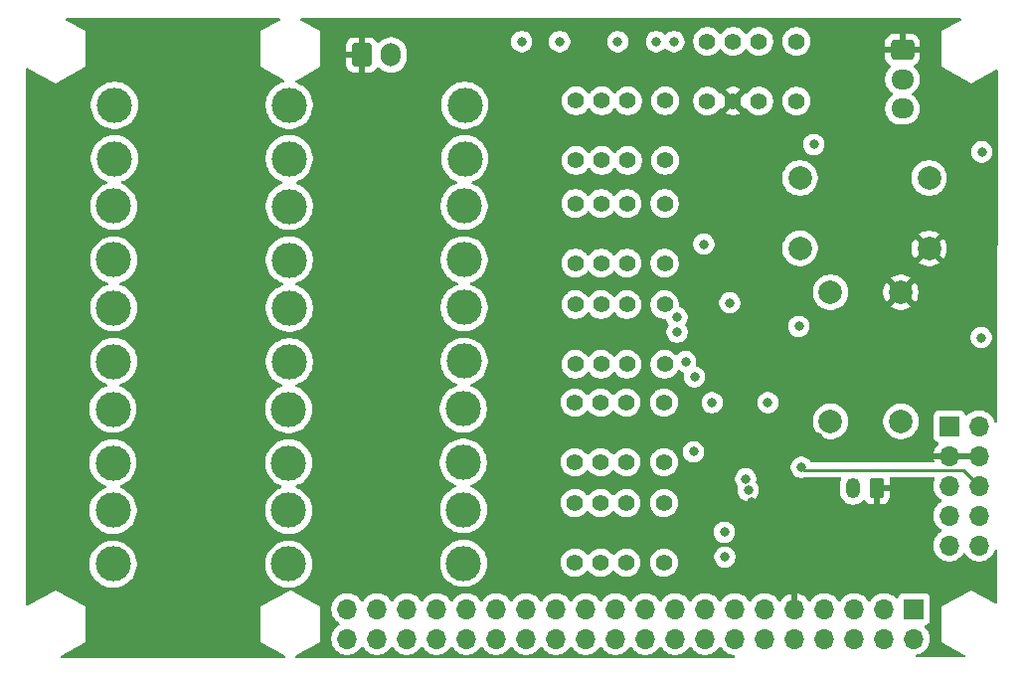
<source format=gbr>
%TF.GenerationSoftware,KiCad,Pcbnew,9.0.0*%
%TF.CreationDate,2025-07-18T17:54:32-05:00*%
%TF.ProjectId,txfilters,74786669-6c74-4657-9273-2e6b69636164,rev?*%
%TF.SameCoordinates,Original*%
%TF.FileFunction,Copper,L2,Inr*%
%TF.FilePolarity,Positive*%
%FSLAX46Y46*%
G04 Gerber Fmt 4.6, Leading zero omitted, Abs format (unit mm)*
G04 Created by KiCad (PCBNEW 9.0.0) date 2025-07-18 17:54:32*
%MOMM*%
%LPD*%
G01*
G04 APERTURE LIST*
G04 Aperture macros list*
%AMRoundRect*
0 Rectangle with rounded corners*
0 $1 Rounding radius*
0 $2 $3 $4 $5 $6 $7 $8 $9 X,Y pos of 4 corners*
0 Add a 4 corners polygon primitive as box body*
4,1,4,$2,$3,$4,$5,$6,$7,$8,$9,$2,$3,0*
0 Add four circle primitives for the rounded corners*
1,1,$1+$1,$2,$3*
1,1,$1+$1,$4,$5*
1,1,$1+$1,$6,$7*
1,1,$1+$1,$8,$9*
0 Add four rect primitives between the rounded corners*
20,1,$1+$1,$2,$3,$4,$5,0*
20,1,$1+$1,$4,$5,$6,$7,0*
20,1,$1+$1,$6,$7,$8,$9,0*
20,1,$1+$1,$8,$9,$2,$3,0*%
G04 Aperture macros list end*
%TA.AperFunction,ComponentPad*%
%ADD10C,1.400000*%
%TD*%
%TA.AperFunction,ComponentPad*%
%ADD11C,3.000000*%
%TD*%
%TA.AperFunction,ComponentPad*%
%ADD12C,2.000000*%
%TD*%
%TA.AperFunction,ComponentPad*%
%ADD13RoundRect,0.250000X0.350000X0.625000X-0.350000X0.625000X-0.350000X-0.625000X0.350000X-0.625000X0*%
%TD*%
%TA.AperFunction,ComponentPad*%
%ADD14O,1.200000X1.750000*%
%TD*%
%TA.AperFunction,ComponentPad*%
%ADD15RoundRect,0.250000X-0.725000X0.600000X-0.725000X-0.600000X0.725000X-0.600000X0.725000X0.600000X0*%
%TD*%
%TA.AperFunction,ComponentPad*%
%ADD16O,1.950000X1.700000*%
%TD*%
%TA.AperFunction,ComponentPad*%
%ADD17R,1.700000X1.700000*%
%TD*%
%TA.AperFunction,ComponentPad*%
%ADD18O,1.700000X1.700000*%
%TD*%
%TA.AperFunction,ComponentPad*%
%ADD19RoundRect,0.250000X-0.600000X-0.750000X0.600000X-0.750000X0.600000X0.750000X-0.600000X0.750000X0*%
%TD*%
%TA.AperFunction,ComponentPad*%
%ADD20O,1.700000X2.000000*%
%TD*%
%TA.AperFunction,ViaPad*%
%ADD21C,0.800000*%
%TD*%
%TA.AperFunction,Conductor*%
%ADD22C,0.250000*%
%TD*%
G04 APERTURE END LIST*
D10*
%TO.N,Net-(D4-K)*%
%TO.C,K6*%
X155905000Y-142295000D03*
%TO.N,Net-(K6-Pad2)*%
X152705000Y-142295000D03*
%TO.N,Net-(K5-Pad6)*%
X150505000Y-142295000D03*
%TO.N,Net-(C21-Pad1)*%
X148305000Y-142295000D03*
%TO.N,Net-(C24-Pad1)*%
X148305000Y-147375000D03*
%TO.N,Net-(K6-Pad6)*%
X150505000Y-147375000D03*
%TO.N,Net-(K6-Pad2)*%
X152705000Y-147375000D03*
%TO.N,Net-(U3-O6)*%
X155905000Y-147375000D03*
%TD*%
D11*
%TO.N,Net-(C16-Pad1)*%
%TO.C,L9*%
X109035000Y-125682500D03*
%TO.N,Net-(C15-Pad1)*%
X109035000Y-130252500D03*
%TD*%
%TO.N,Net-(C28-Pad1)*%
%TO.C,L1*%
X138945000Y-108420000D03*
%TO.N,Net-(C1-Pad1)*%
X138945000Y-112990000D03*
%TD*%
D10*
%TO.N,Net-(D4-K)*%
%TO.C,K1*%
X156005000Y-108045000D03*
%TO.N,Net-(K1-Pad2)*%
X152805000Y-108045000D03*
%TO.N,Net-(K1-Pad3)*%
X150605000Y-108045000D03*
%TO.N,Net-(C1-Pad1)*%
X148405000Y-108045000D03*
%TO.N,Net-(C30-Pad1)*%
X148405000Y-113125000D03*
%TO.N,Net-(K1-Pad6)*%
X150605000Y-113125000D03*
%TO.N,Net-(K1-Pad2)*%
X152805000Y-113125000D03*
%TO.N,Net-(U3-O2)*%
X156005000Y-113125000D03*
%TD*%
D12*
%TO.N,Net-(D1-A)*%
%TO.C,L17*%
X167485000Y-120615000D03*
%TO.N,GND*%
X178485000Y-120615000D03*
%TO.N,Net-(D2-A)*%
X167485000Y-114615000D03*
%TO.N,Net-(J3-In)*%
X178485000Y-114615000D03*
%TD*%
D11*
%TO.N,Net-(C29-Pad1)*%
%TO.C,L2*%
X123985000Y-108420000D03*
%TO.N,Net-(C28-Pad1)*%
X123985000Y-112990000D03*
%TD*%
%TO.N,Net-(C30-Pad1)*%
%TO.C,L3*%
X109105000Y-108420000D03*
%TO.N,Net-(C29-Pad1)*%
X109105000Y-112990000D03*
%TD*%
D10*
%TO.N,Net-(D4-K)*%
%TO.C,K5*%
X155895000Y-133732500D03*
%TO.N,Net-(K5-Pad2)*%
X152695000Y-133732500D03*
%TO.N,Net-(K4-Pad6)*%
X150495000Y-133732500D03*
%TO.N,Net-(C17-Pad1)*%
X148295000Y-133732500D03*
%TO.N,Net-(C20-Pad1)*%
X148295000Y-138812500D03*
%TO.N,Net-(K5-Pad6)*%
X150495000Y-138812500D03*
%TO.N,Net-(K5-Pad2)*%
X152695000Y-138812500D03*
%TO.N,Net-(U3-O5)*%
X155895000Y-138812500D03*
%TD*%
D11*
%TO.N,Net-(C12-Pad1)*%
%TO.C,L6*%
X109035000Y-117021250D03*
%TO.N,Net-(C11-Pad1)*%
X109035000Y-121591250D03*
%TD*%
%TO.N,Net-(C24-Pad1)*%
%TO.C,L15*%
X108985000Y-142929000D03*
%TO.N,Net-(C23-Pad1)*%
X108985000Y-147499000D03*
%TD*%
D12*
%TO.N,Net-(J3-In)*%
%TO.C,L16*%
X176075000Y-135345000D03*
%TO.N,GND*%
X176075000Y-124345000D03*
%TO.N,Net-(K6-Pad6)*%
X170075000Y-135345000D03*
%TO.N,Net-(D1-A)*%
X170075000Y-124345000D03*
%TD*%
D13*
%TO.N,GND*%
%TO.C,J7*%
X174000000Y-141050000D03*
D14*
%TO.N,Net-(J7-Pin_2)*%
X172000000Y-141050000D03*
%TD*%
D11*
%TO.N,Net-(C19-Pad1)*%
%TO.C,L11*%
X123935000Y-134325250D03*
%TO.N,Net-(C18-Pad1)*%
X123935000Y-138895250D03*
%TD*%
%TO.N,Net-(C14-Pad1)*%
%TO.C,L7*%
X138875000Y-125652500D03*
%TO.N,Net-(C13-Pad1)*%
X138875000Y-130222500D03*
%TD*%
D15*
%TO.N,GND*%
%TO.C,J6*%
X176203000Y-103713000D03*
D16*
%TO.N,Net-(J2-In)*%
X176203000Y-106213000D03*
%TO.N,Net-(J6-Pin_3)*%
X176203000Y-108713000D03*
%TD*%
D10*
%TO.N,Net-(D4-K)*%
%TO.C,K2*%
X167185000Y-102985000D03*
%TO.N,Net-(C47-Pad1)*%
X163985000Y-102985000D03*
%TO.N,Net-(K1-Pad3)*%
X161785000Y-102985000D03*
%TO.N,Net-(J2-In)*%
X159585000Y-102985000D03*
%TO.N,Net-(J6-Pin_3)*%
X159585000Y-108065000D03*
%TO.N,GND*%
X161785000Y-108065000D03*
%TO.N,unconnected-(K2-Pad7)*%
X163985000Y-108065000D03*
%TO.N,Net-(U3-O1)*%
X167185000Y-108065000D03*
%TD*%
D11*
%TO.N,Net-(C10-Pad1)*%
%TO.C,L4*%
X138875000Y-117006250D03*
%TO.N,Net-(C31-Pad1)*%
X138875000Y-121576250D03*
%TD*%
%TO.N,Net-(C15-Pad1)*%
%TO.C,L8*%
X123995000Y-125697500D03*
%TO.N,Net-(C14-Pad1)*%
X123995000Y-130267500D03*
%TD*%
%TO.N,Net-(C20-Pad1)*%
%TO.C,L12*%
X108975000Y-134317750D03*
%TO.N,Net-(C19-Pad1)*%
X108975000Y-138887750D03*
%TD*%
D10*
%TO.N,Net-(D4-K)*%
%TO.C,K3*%
X155955000Y-116787500D03*
%TO.N,Net-(K3-Pad2)*%
X152755000Y-116787500D03*
%TO.N,Net-(K1-Pad6)*%
X150555000Y-116787500D03*
%TO.N,Net-(C31-Pad1)*%
X148355000Y-116787500D03*
%TO.N,Net-(C12-Pad1)*%
X148355000Y-121867500D03*
%TO.N,Net-(K3-Pad6)*%
X150555000Y-121867500D03*
%TO.N,Net-(K3-Pad2)*%
X152755000Y-121867500D03*
%TO.N,Net-(U3-O3)*%
X155955000Y-121867500D03*
%TD*%
D11*
%TO.N,Net-(C22-Pad1)*%
%TO.C,L13*%
X138825000Y-142869000D03*
%TO.N,Net-(C21-Pad1)*%
X138825000Y-147439000D03*
%TD*%
%TO.N,Net-(C23-Pad1)*%
%TO.C,L14*%
X123945000Y-142929000D03*
%TO.N,Net-(C22-Pad1)*%
X123945000Y-147499000D03*
%TD*%
%TO.N,Net-(C11-Pad1)*%
%TO.C,L5*%
X123995000Y-117043750D03*
%TO.N,Net-(C10-Pad1)*%
X123995000Y-121613750D03*
%TD*%
D10*
%TO.N,Net-(D4-K)*%
%TO.C,K4*%
X155955000Y-125400000D03*
%TO.N,Net-(K4-Pad2)*%
X152755000Y-125400000D03*
%TO.N,Net-(K3-Pad6)*%
X150555000Y-125400000D03*
%TO.N,Net-(C13-Pad1)*%
X148355000Y-125400000D03*
%TO.N,Net-(C16-Pad1)*%
X148355000Y-130480000D03*
%TO.N,Net-(K4-Pad6)*%
X150555000Y-130480000D03*
%TO.N,Net-(K4-Pad2)*%
X152755000Y-130480000D03*
%TO.N,Net-(U3-O4)*%
X155955000Y-130480000D03*
%TD*%
D11*
%TO.N,Net-(C18-Pad1)*%
%TO.C,L10*%
X138815000Y-134272750D03*
%TO.N,Net-(C17-Pad1)*%
X138815000Y-138842750D03*
%TD*%
D17*
%TO.N,unconnected-(J4-Pin_1-Pad1)*%
%TO.C,J4*%
X180200000Y-135753600D03*
D18*
%TO.N,unconnected-(J4-Pin_2-Pad2)*%
X182740000Y-135753600D03*
%TO.N,GND*%
X180200000Y-138293600D03*
X182740000Y-138293600D03*
%TO.N,unconnected-(J4-Pin_5-Pad5)*%
X180200000Y-140833600D03*
%TO.N,Net-(J4-Pin_6)*%
X182740000Y-140833600D03*
%TO.N,unconnected-(J4-Pin_7-Pad7)*%
X180200000Y-143373600D03*
%TO.N,GND*%
X182740000Y-143373600D03*
%TO.N,unconnected-(J4-Pin_9-Pad9)*%
X180200000Y-145913600D03*
%TO.N,unconnected-(J4-Pin_10-Pad10)*%
X182740000Y-145913600D03*
%TD*%
D19*
%TO.N,GND*%
%TO.C,J5*%
X130149000Y-104135000D03*
D20*
%TO.N,Net-(J5-Pin_2)*%
X132649000Y-104135000D03*
%TD*%
D17*
%TO.N,Net-(J1-Pin_1)*%
%TO.C,J1*%
X177180000Y-151330000D03*
D18*
%TO.N,Net-(D4-A)*%
X177180000Y-153870000D03*
%TO.N,Net-(J1-Pin_3)*%
X174640000Y-151330000D03*
%TO.N,Net-(D4-A)*%
X174640000Y-153870000D03*
%TO.N,Net-(J1-Pin_5)*%
X172100000Y-151330000D03*
%TO.N,GND*%
X172100000Y-153870000D03*
%TO.N,unconnected-(J1-Pin_7-Pad7)*%
X169560000Y-151330000D03*
%TO.N,unconnected-(J1-Pin_8-Pad8)*%
X169560000Y-153870000D03*
%TO.N,GND*%
X167020000Y-151330000D03*
%TO.N,unconnected-(J1-Pin_10-Pad10)*%
X167020000Y-153870000D03*
%TO.N,unconnected-(J1-Pin_11-Pad11)*%
X164480000Y-151330000D03*
%TO.N,unconnected-(J1-Pin_12-Pad12)*%
X164480000Y-153870000D03*
%TO.N,unconnected-(J1-Pin_13-Pad13)*%
X161940000Y-151330000D03*
%TO.N,unconnected-(J1-Pin_14-Pad14)*%
X161940000Y-153870000D03*
%TO.N,unconnected-(J1-Pin_15-Pad15)*%
X159400000Y-151330000D03*
%TO.N,unconnected-(J1-Pin_16-Pad16)*%
X159400000Y-153870000D03*
%TO.N,unconnected-(J1-Pin_17-Pad17)*%
X156860000Y-151330000D03*
%TO.N,unconnected-(J1-Pin_18-Pad18)*%
X156860000Y-153870000D03*
%TO.N,unconnected-(J1-Pin_19-Pad19)*%
X154320000Y-151330000D03*
%TO.N,unconnected-(J1-Pin_20-Pad20)*%
X154320000Y-153870000D03*
%TO.N,unconnected-(J1-Pin_21-Pad21)*%
X151780000Y-151330000D03*
%TO.N,unconnected-(J1-Pin_22-Pad22)*%
X151780000Y-153870000D03*
%TO.N,unconnected-(J1-Pin_23-Pad23)*%
X149240000Y-151330000D03*
%TO.N,unconnected-(J1-Pin_24-Pad24)*%
X149240000Y-153870000D03*
%TO.N,unconnected-(J1-Pin_25-Pad25)*%
X146700000Y-151330000D03*
%TO.N,unconnected-(J1-Pin_26-Pad26)*%
X146700000Y-153870000D03*
%TO.N,unconnected-(J1-Pin_27-Pad27)*%
X144160000Y-151330000D03*
%TO.N,unconnected-(J1-Pin_28-Pad28)*%
X144160000Y-153870000D03*
%TO.N,unconnected-(J1-Pin_29-Pad29)*%
X141620000Y-151330000D03*
%TO.N,unconnected-(J1-Pin_30-Pad30)*%
X141620000Y-153870000D03*
%TO.N,unconnected-(J1-Pin_31-Pad31)*%
X139080000Y-151330000D03*
%TO.N,unconnected-(J1-Pin_32-Pad32)*%
X139080000Y-153870000D03*
%TO.N,unconnected-(J1-Pin_33-Pad33)*%
X136540000Y-151330000D03*
%TO.N,unconnected-(J1-Pin_34-Pad34)*%
X136540000Y-153870000D03*
%TO.N,unconnected-(J1-Pin_35-Pad35)*%
X134000000Y-151330000D03*
%TO.N,unconnected-(J1-Pin_36-Pad36)*%
X134000000Y-153870000D03*
%TO.N,unconnected-(J1-Pin_37-Pad37)*%
X131460000Y-151330000D03*
%TO.N,unconnected-(J1-Pin_38-Pad38)*%
X131460000Y-153870000D03*
%TO.N,unconnected-(J1-Pin_39-Pad39)*%
X128920000Y-151330000D03*
%TO.N,unconnected-(J1-Pin_40-Pad40)*%
X128920000Y-153870000D03*
%TD*%
D21*
%TO.N,GND*%
X144526000Y-121666000D03*
X114554000Y-150876000D03*
X144399000Y-113157000D03*
X165750000Y-137150000D03*
X171500000Y-103500000D03*
X144250000Y-104500000D03*
X144250000Y-101616000D03*
X129540000Y-113284000D03*
X174000000Y-104250000D03*
X170180000Y-117602000D03*
X162000000Y-105500000D03*
X149606000Y-119126000D03*
X169000000Y-144750000D03*
X152500000Y-104500000D03*
X103124000Y-147320000D03*
X174000000Y-133750000D03*
X153250000Y-101500000D03*
X167280000Y-128716000D03*
X168750000Y-103500000D03*
X171750000Y-134000000D03*
X114554000Y-139192000D03*
X183087500Y-109570000D03*
X179324000Y-110998000D03*
X150622000Y-149733000D03*
X103124000Y-113284000D03*
X155250000Y-104400000D03*
X114554000Y-134366000D03*
X144526000Y-139192000D03*
X177546000Y-137668000D03*
X103124000Y-116840000D03*
X103124000Y-134112000D03*
X178054000Y-109982000D03*
X149606000Y-128016000D03*
X129540000Y-139192000D03*
X149750000Y-104500000D03*
X147250000Y-104500000D03*
X144399000Y-147828000D03*
X160528000Y-149733000D03*
X170180000Y-129794000D03*
X135225000Y-105664000D03*
X129540000Y-147828000D03*
X165500000Y-105500000D03*
X175500000Y-120750000D03*
X169000000Y-136750000D03*
X171500000Y-105750000D03*
X114554000Y-113284000D03*
X165735000Y-149733000D03*
X144399000Y-110109000D03*
X167650000Y-144500000D03*
X164860000Y-123990000D03*
X179750000Y-133500000D03*
X129540000Y-145288000D03*
X163195000Y-147447000D03*
X129540000Y-127889000D03*
X171000000Y-144750000D03*
X183087500Y-131030000D03*
X144526000Y-119126000D03*
X144526000Y-127381000D03*
X172000000Y-137250000D03*
X103124000Y-121412000D03*
X181102000Y-108077000D03*
X103124000Y-130302000D03*
X114554000Y-108458000D03*
X155702000Y-149733000D03*
X183087500Y-125380000D03*
X167386000Y-132080000D03*
X129540000Y-136144000D03*
X179750000Y-129750000D03*
X114554000Y-147574000D03*
X164120000Y-144780000D03*
X103378000Y-108458000D03*
X149606000Y-144780000D03*
X177546000Y-140970000D03*
X169000000Y-142750000D03*
X129540000Y-119126000D03*
X168275000Y-147447000D03*
X114554000Y-130302000D03*
X144526000Y-136144000D03*
X129540000Y-110744000D03*
X103124000Y-142748000D03*
X181000000Y-132250000D03*
X165500000Y-103500000D03*
X165750000Y-117750000D03*
X169000000Y-140500000D03*
X160000000Y-140449998D03*
X163322000Y-142240000D03*
X158440000Y-136420000D03*
X179750000Y-126500000D03*
X103124000Y-125476000D03*
X138225000Y-105664000D03*
X171000000Y-137250000D03*
X144526000Y-130048000D03*
X114554000Y-117094000D03*
X168750000Y-133750000D03*
X127000000Y-150876000D03*
X144399000Y-144780000D03*
X178500000Y-117500000D03*
X114554000Y-142748000D03*
X169000000Y-138000000D03*
X162306000Y-120142000D03*
X179750000Y-123500000D03*
X157250000Y-104400000D03*
X129540000Y-121920000D03*
X149606000Y-110744000D03*
X177546000Y-144750000D03*
X171196000Y-147574000D03*
X170180000Y-110236000D03*
X168750000Y-105750000D03*
X175514000Y-129794000D03*
X170815000Y-149733000D03*
X114554000Y-121666000D03*
X129540000Y-130556000D03*
X179324000Y-106553000D03*
X183087500Y-115220000D03*
X175514000Y-117602000D03*
X174000000Y-106500000D03*
X178500000Y-155000000D03*
X149606000Y-136398000D03*
X114554000Y-125730000D03*
X165750000Y-122250000D03*
X177750000Y-131500000D03*
X174000000Y-137250000D03*
X103124000Y-139192000D03*
%TO.N,Net-(J1-Pin_1)*%
X161080000Y-146902000D03*
X162853803Y-140249737D03*
X161036000Y-144780000D03*
X158415000Y-137940000D03*
%TO.N,Net-(J4-Pin_6)*%
X167610000Y-139255000D03*
%TO.N,Net-(U3-O6)*%
X157000000Y-126500000D03*
%TO.N,Net-(U3-O5)*%
X157012653Y-127750000D03*
%TO.N,Net-(U3-O3)*%
X157737653Y-130250000D03*
%TO.N,Net-(D1-K)*%
X167386000Y-127254000D03*
%TO.N,Net-(D2-K)*%
X163080126Y-141225000D03*
X168656000Y-111760000D03*
%TO.N,Net-(U3-O1)*%
X161500000Y-125250000D03*
X160000000Y-133750000D03*
%TO.N,Net-(J7-Pin_2)*%
X164750000Y-133750000D03*
%TO.N,Net-(U3-O2)*%
X158500000Y-131560000D03*
%TO.N,Net-(J3-In)*%
X182910000Y-128205000D03*
%TO.N,Net-(J2-In)*%
X182960000Y-112395000D03*
%TO.N,Net-(C47-Pad1)*%
X156750000Y-103000000D03*
%TO.N,Net-(C47-Pad2)*%
X155250000Y-103000000D03*
X151962500Y-103000000D03*
%TO.N,Net-(C48-Pad2)*%
X147000000Y-103000000D03*
X143775000Y-103000000D03*
%TO.N,Net-(D4-K)*%
X159286500Y-120250000D03*
%TD*%
D22*
%TO.N,Net-(J4-Pin_6)*%
X167824600Y-139469600D02*
X167610000Y-139255000D01*
X181376000Y-139469600D02*
X167824600Y-139469600D01*
X182740000Y-140833600D02*
X181376000Y-139469600D01*
%TD*%
%TA.AperFunction,Conductor*%
%TO.N,GND*%
G36*
X123171552Y-100999685D02*
G01*
X123217307Y-101052489D01*
X123227251Y-101121647D01*
X123198226Y-101185203D01*
X123164271Y-101212650D01*
X121540000Y-102106000D01*
X121540000Y-105154000D01*
X123521504Y-106243827D01*
X123570759Y-106293383D01*
X123585403Y-106361701D01*
X123560786Y-106427090D01*
X123504726Y-106468791D01*
X123493840Y-106472253D01*
X123338002Y-106514010D01*
X123094765Y-106614761D01*
X123094749Y-106614769D01*
X122866743Y-106746409D01*
X122657863Y-106906687D01*
X122657856Y-106906693D01*
X122471693Y-107092856D01*
X122471687Y-107092863D01*
X122311409Y-107301743D01*
X122179769Y-107529749D01*
X122179761Y-107529765D01*
X122079009Y-107773004D01*
X122010865Y-108027321D01*
X121976501Y-108288346D01*
X121976500Y-108288362D01*
X121976500Y-108551637D01*
X121976501Y-108551653D01*
X122010865Y-108812678D01*
X122079009Y-109066995D01*
X122179761Y-109310234D01*
X122179769Y-109310250D01*
X122311409Y-109538256D01*
X122471687Y-109747136D01*
X122471693Y-109747143D01*
X122657856Y-109933306D01*
X122657863Y-109933312D01*
X122866743Y-110093590D01*
X123094749Y-110225230D01*
X123094765Y-110225238D01*
X123246451Y-110288068D01*
X123338003Y-110325990D01*
X123592320Y-110394134D01*
X123853356Y-110428500D01*
X123853363Y-110428500D01*
X124116637Y-110428500D01*
X124116644Y-110428500D01*
X124377680Y-110394134D01*
X124631997Y-110325990D01*
X124815099Y-110250146D01*
X124875234Y-110225238D01*
X124875237Y-110225236D01*
X124875243Y-110225234D01*
X125103257Y-110093590D01*
X125312138Y-109933311D01*
X125498311Y-109747138D01*
X125658590Y-109538257D01*
X125790234Y-109310243D01*
X125805454Y-109273500D01*
X125821616Y-109234480D01*
X125890990Y-109066997D01*
X125959134Y-108812680D01*
X125993500Y-108551644D01*
X125993500Y-108288362D01*
X136936500Y-108288362D01*
X136936500Y-108551637D01*
X136936501Y-108551653D01*
X136970865Y-108812678D01*
X137039009Y-109066995D01*
X137139761Y-109310234D01*
X137139769Y-109310250D01*
X137271409Y-109538256D01*
X137431687Y-109747136D01*
X137431693Y-109747143D01*
X137617856Y-109933306D01*
X137617863Y-109933312D01*
X137826743Y-110093590D01*
X138054749Y-110225230D01*
X138054765Y-110225238D01*
X138206451Y-110288068D01*
X138298003Y-110325990D01*
X138552320Y-110394134D01*
X138813356Y-110428500D01*
X138813363Y-110428500D01*
X139076637Y-110428500D01*
X139076644Y-110428500D01*
X139337680Y-110394134D01*
X139591997Y-110325990D01*
X139775099Y-110250146D01*
X139835234Y-110225238D01*
X139835237Y-110225236D01*
X139835243Y-110225234D01*
X140063257Y-110093590D01*
X140272138Y-109933311D01*
X140458311Y-109747138D01*
X140618590Y-109538257D01*
X140750234Y-109310243D01*
X140765454Y-109273500D01*
X140781616Y-109234480D01*
X140850990Y-109066997D01*
X140919134Y-108812680D01*
X140953500Y-108551644D01*
X140953500Y-108288356D01*
X140919134Y-108027320D01*
X140898385Y-107949883D01*
X147196500Y-107949883D01*
X147196500Y-108140116D01*
X147226256Y-108327991D01*
X147285040Y-108508907D01*
X147334555Y-108606084D01*
X147371398Y-108678392D01*
X147483208Y-108832285D01*
X147617715Y-108966792D01*
X147771608Y-109078602D01*
X147851683Y-109119402D01*
X147941092Y-109164959D01*
X147941094Y-109164959D01*
X147941097Y-109164961D01*
X148002651Y-109184961D01*
X148122008Y-109223743D01*
X148309884Y-109253500D01*
X148309889Y-109253500D01*
X148500116Y-109253500D01*
X148687991Y-109223743D01*
X148868903Y-109164961D01*
X149038392Y-109078602D01*
X149192285Y-108966792D01*
X149326792Y-108832285D01*
X149404683Y-108725076D01*
X149460012Y-108682413D01*
X149529625Y-108676434D01*
X149591420Y-108709040D01*
X149605314Y-108725073D01*
X149683208Y-108832285D01*
X149817715Y-108966792D01*
X149971608Y-109078602D01*
X150051683Y-109119402D01*
X150141092Y-109164959D01*
X150141094Y-109164959D01*
X150141097Y-109164961D01*
X150202651Y-109184961D01*
X150322008Y-109223743D01*
X150509884Y-109253500D01*
X150509889Y-109253500D01*
X150700116Y-109253500D01*
X150887991Y-109223743D01*
X151068903Y-109164961D01*
X151238392Y-109078602D01*
X151392285Y-108966792D01*
X151526792Y-108832285D01*
X151604683Y-108725076D01*
X151660012Y-108682413D01*
X151729625Y-108676434D01*
X151791420Y-108709040D01*
X151805314Y-108725073D01*
X151883208Y-108832285D01*
X152017715Y-108966792D01*
X152171608Y-109078602D01*
X152251683Y-109119402D01*
X152341092Y-109164959D01*
X152341094Y-109164959D01*
X152341097Y-109164961D01*
X152402651Y-109184961D01*
X152522008Y-109223743D01*
X152709884Y-109253500D01*
X152709889Y-109253500D01*
X152900116Y-109253500D01*
X153087991Y-109223743D01*
X153268903Y-109164961D01*
X153438392Y-109078602D01*
X153592285Y-108966792D01*
X153726792Y-108832285D01*
X153838602Y-108678392D01*
X153924961Y-108508903D01*
X153983743Y-108327991D01*
X154005358Y-108191519D01*
X154013500Y-108140116D01*
X154013500Y-107949883D01*
X154796500Y-107949883D01*
X154796500Y-108140116D01*
X154826256Y-108327991D01*
X154885040Y-108508907D01*
X154934555Y-108606084D01*
X154971398Y-108678392D01*
X155083208Y-108832285D01*
X155217715Y-108966792D01*
X155371608Y-109078602D01*
X155451683Y-109119402D01*
X155541092Y-109164959D01*
X155541094Y-109164959D01*
X155541097Y-109164961D01*
X155602651Y-109184961D01*
X155722008Y-109223743D01*
X155909884Y-109253500D01*
X155909889Y-109253500D01*
X156100116Y-109253500D01*
X156287991Y-109223743D01*
X156468903Y-109164961D01*
X156638392Y-109078602D01*
X156792285Y-108966792D01*
X156926792Y-108832285D01*
X157038602Y-108678392D01*
X157124961Y-108508903D01*
X157183743Y-108327991D01*
X157205358Y-108191519D01*
X157213500Y-108140116D01*
X157213500Y-107969883D01*
X158376500Y-107969883D01*
X158376500Y-108160116D01*
X158406256Y-108347991D01*
X158465040Y-108528907D01*
X158540210Y-108676434D01*
X158551398Y-108698392D01*
X158663208Y-108852285D01*
X158797715Y-108986792D01*
X158951608Y-109098602D01*
X159031683Y-109139402D01*
X159121092Y-109184959D01*
X159121094Y-109184959D01*
X159121097Y-109184961D01*
X159218070Y-109216469D01*
X159302008Y-109243743D01*
X159489884Y-109273500D01*
X159489889Y-109273500D01*
X159680116Y-109273500D01*
X159867991Y-109243743D01*
X159896490Y-109234483D01*
X160048903Y-109184961D01*
X160218392Y-109098602D01*
X160253792Y-109072882D01*
X161130669Y-109072882D01*
X161130670Y-109072883D01*
X161156059Y-109091329D01*
X161324362Y-109177085D01*
X161503997Y-109235451D01*
X161690553Y-109265000D01*
X161879447Y-109265000D01*
X162066002Y-109235451D01*
X162245637Y-109177085D01*
X162413937Y-109091331D01*
X162439328Y-109072883D01*
X162439328Y-109072882D01*
X161785001Y-108418554D01*
X161785000Y-108418554D01*
X161130669Y-109072882D01*
X160253792Y-109072882D01*
X160372285Y-108986792D01*
X160506792Y-108852285D01*
X160589936Y-108737847D01*
X160645265Y-108695182D01*
X160714878Y-108689203D01*
X160771072Y-108718852D01*
X160777116Y-108719328D01*
X161431446Y-108065000D01*
X161431446Y-108064999D01*
X161385369Y-108018922D01*
X161435000Y-108018922D01*
X161435000Y-108111078D01*
X161458852Y-108200095D01*
X161504930Y-108279905D01*
X161570095Y-108345070D01*
X161649905Y-108391148D01*
X161738922Y-108415000D01*
X161831078Y-108415000D01*
X161920095Y-108391148D01*
X161999905Y-108345070D01*
X162065070Y-108279905D01*
X162111148Y-108200095D01*
X162135000Y-108111078D01*
X162135000Y-108064999D01*
X162138554Y-108064999D01*
X162138554Y-108065000D01*
X162792882Y-108719328D01*
X162804642Y-108718403D01*
X162834756Y-108695182D01*
X162904369Y-108689203D01*
X162966165Y-108721808D01*
X162980062Y-108737847D01*
X163059388Y-108847027D01*
X163063208Y-108852285D01*
X163197715Y-108986792D01*
X163351608Y-109098602D01*
X163431683Y-109139402D01*
X163521092Y-109184959D01*
X163521094Y-109184959D01*
X163521097Y-109184961D01*
X163618070Y-109216469D01*
X163702008Y-109243743D01*
X163889884Y-109273500D01*
X163889889Y-109273500D01*
X164080116Y-109273500D01*
X164267991Y-109243743D01*
X164296490Y-109234483D01*
X164448903Y-109184961D01*
X164618392Y-109098602D01*
X164772285Y-108986792D01*
X164906792Y-108852285D01*
X165018602Y-108698392D01*
X165104961Y-108528903D01*
X165163743Y-108347991D01*
X165174527Y-108279905D01*
X165193500Y-108160116D01*
X165193500Y-107969883D01*
X165976500Y-107969883D01*
X165976500Y-108160116D01*
X166006256Y-108347991D01*
X166065040Y-108528907D01*
X166140210Y-108676434D01*
X166151398Y-108698392D01*
X166263208Y-108852285D01*
X166397715Y-108986792D01*
X166551608Y-109098602D01*
X166631683Y-109139402D01*
X166721092Y-109184959D01*
X166721094Y-109184959D01*
X166721097Y-109184961D01*
X166818070Y-109216469D01*
X166902008Y-109243743D01*
X167089884Y-109273500D01*
X167089889Y-109273500D01*
X167280116Y-109273500D01*
X167467991Y-109243743D01*
X167496490Y-109234483D01*
X167648903Y-109184961D01*
X167818392Y-109098602D01*
X167972285Y-108986792D01*
X168106792Y-108852285D01*
X168218602Y-108698392D01*
X168304961Y-108528903D01*
X168363743Y-108347991D01*
X168374527Y-108279905D01*
X168393500Y-108160116D01*
X168393500Y-107969883D01*
X168363743Y-107782008D01*
X168329556Y-107676794D01*
X168304961Y-107601097D01*
X168304959Y-107601094D01*
X168304959Y-107601092D01*
X168257520Y-107507988D01*
X168218602Y-107431608D01*
X168106792Y-107277715D01*
X167972285Y-107143208D01*
X167818392Y-107031398D01*
X167779140Y-107011398D01*
X167648907Y-106945040D01*
X167467991Y-106886256D01*
X167280116Y-106856500D01*
X167280111Y-106856500D01*
X167089889Y-106856500D01*
X167089884Y-106856500D01*
X166902008Y-106886256D01*
X166721092Y-106945040D01*
X166551607Y-107031398D01*
X166516210Y-107057116D01*
X166397715Y-107143208D01*
X166397713Y-107143210D01*
X166397712Y-107143210D01*
X166263210Y-107277712D01*
X166263210Y-107277713D01*
X166263208Y-107277715D01*
X166245751Y-107301743D01*
X166151398Y-107431607D01*
X166065040Y-107601092D01*
X166006256Y-107782008D01*
X165976500Y-107969883D01*
X165193500Y-107969883D01*
X165163743Y-107782008D01*
X165129556Y-107676794D01*
X165104961Y-107601097D01*
X165104959Y-107601094D01*
X165104959Y-107601092D01*
X165057520Y-107507988D01*
X165018602Y-107431608D01*
X164906792Y-107277715D01*
X164772285Y-107143208D01*
X164618392Y-107031398D01*
X164579140Y-107011398D01*
X164448907Y-106945040D01*
X164267991Y-106886256D01*
X164080116Y-106856500D01*
X164080111Y-106856500D01*
X163889889Y-106856500D01*
X163889884Y-106856500D01*
X163702008Y-106886256D01*
X163521092Y-106945040D01*
X163351607Y-107031398D01*
X163316210Y-107057116D01*
X163197715Y-107143208D01*
X163197713Y-107143210D01*
X163197712Y-107143210D01*
X163063207Y-107277715D01*
X162980063Y-107392152D01*
X162924733Y-107434817D01*
X162855119Y-107440795D01*
X162798930Y-107411145D01*
X162792882Y-107410669D01*
X162138554Y-108064999D01*
X162135000Y-108064999D01*
X162135000Y-108018922D01*
X162111148Y-107929905D01*
X162065070Y-107850095D01*
X161999905Y-107784930D01*
X161920095Y-107738852D01*
X161831078Y-107715000D01*
X161738922Y-107715000D01*
X161649905Y-107738852D01*
X161570095Y-107784930D01*
X161504930Y-107850095D01*
X161458852Y-107929905D01*
X161435000Y-108018922D01*
X161385369Y-108018922D01*
X160777116Y-107410669D01*
X160765350Y-107411596D01*
X160735240Y-107434815D01*
X160665627Y-107440794D01*
X160603832Y-107408189D01*
X160589934Y-107392150D01*
X160568524Y-107362682D01*
X160506792Y-107277715D01*
X160372285Y-107143208D01*
X160253790Y-107057116D01*
X161130669Y-107057116D01*
X161785000Y-107711446D01*
X161785001Y-107711446D01*
X162439328Y-107057116D01*
X162413933Y-107038666D01*
X162245637Y-106952914D01*
X162066002Y-106894548D01*
X161879447Y-106865000D01*
X161690553Y-106865000D01*
X161503997Y-106894548D01*
X161324362Y-106952914D01*
X161156060Y-107038669D01*
X161130670Y-107057116D01*
X161130669Y-107057116D01*
X160253790Y-107057116D01*
X160218392Y-107031398D01*
X160179140Y-107011398D01*
X160048907Y-106945040D01*
X159867991Y-106886256D01*
X159680116Y-106856500D01*
X159680111Y-106856500D01*
X159489889Y-106856500D01*
X159489884Y-106856500D01*
X159302008Y-106886256D01*
X159121092Y-106945040D01*
X158951607Y-107031398D01*
X158916210Y-107057116D01*
X158797715Y-107143208D01*
X158797713Y-107143210D01*
X158797712Y-107143210D01*
X158663210Y-107277712D01*
X158663210Y-107277713D01*
X158663208Y-107277715D01*
X158645751Y-107301743D01*
X158551398Y-107431607D01*
X158465040Y-107601092D01*
X158406256Y-107782008D01*
X158376500Y-107969883D01*
X157213500Y-107969883D01*
X157213500Y-107949883D01*
X157183743Y-107762008D01*
X157131459Y-107601097D01*
X157124961Y-107581097D01*
X157124959Y-107581094D01*
X157124959Y-107581092D01*
X157077335Y-107487626D01*
X157038602Y-107411608D01*
X156926792Y-107257715D01*
X156792285Y-107123208D01*
X156638392Y-107011398D01*
X156468907Y-106925040D01*
X156287991Y-106866256D01*
X156100116Y-106836500D01*
X156100111Y-106836500D01*
X155909889Y-106836500D01*
X155909884Y-106836500D01*
X155722008Y-106866256D01*
X155541092Y-106925040D01*
X155371607Y-107011398D01*
X155283806Y-107075189D01*
X155217715Y-107123208D01*
X155217713Y-107123210D01*
X155217712Y-107123210D01*
X155083210Y-107257712D01*
X155083210Y-107257713D01*
X155083208Y-107257715D01*
X155051220Y-107301743D01*
X154971398Y-107411607D01*
X154885040Y-107581092D01*
X154826256Y-107762008D01*
X154796500Y-107949883D01*
X154013500Y-107949883D01*
X153983743Y-107762008D01*
X153931459Y-107601097D01*
X153924961Y-107581097D01*
X153924959Y-107581094D01*
X153924959Y-107581092D01*
X153877335Y-107487626D01*
X153838602Y-107411608D01*
X153726792Y-107257715D01*
X153592285Y-107123208D01*
X153438392Y-107011398D01*
X153268907Y-106925040D01*
X153087991Y-106866256D01*
X152900116Y-106836500D01*
X152900111Y-106836500D01*
X152709889Y-106836500D01*
X152709884Y-106836500D01*
X152522008Y-106866256D01*
X152341092Y-106925040D01*
X152171607Y-107011398D01*
X152083806Y-107075189D01*
X152017715Y-107123208D01*
X152017713Y-107123210D01*
X152017712Y-107123210D01*
X151883209Y-107257713D01*
X151805318Y-107364921D01*
X151749987Y-107407586D01*
X151680374Y-107413565D01*
X151618579Y-107380959D01*
X151604682Y-107364921D01*
X151558780Y-107301743D01*
X151526792Y-107257715D01*
X151392285Y-107123208D01*
X151238392Y-107011398D01*
X151068907Y-106925040D01*
X150887991Y-106866256D01*
X150700116Y-106836500D01*
X150700111Y-106836500D01*
X150509889Y-106836500D01*
X150509884Y-106836500D01*
X150322008Y-106866256D01*
X150141092Y-106925040D01*
X149971607Y-107011398D01*
X149883806Y-107075189D01*
X149817715Y-107123208D01*
X149817713Y-107123210D01*
X149817712Y-107123210D01*
X149683209Y-107257713D01*
X149605318Y-107364921D01*
X149549987Y-107407586D01*
X149480374Y-107413565D01*
X149418579Y-107380959D01*
X149404682Y-107364921D01*
X149358780Y-107301743D01*
X149326792Y-107257715D01*
X149192285Y-107123208D01*
X149038392Y-107011398D01*
X148868907Y-106925040D01*
X148687991Y-106866256D01*
X148500116Y-106836500D01*
X148500111Y-106836500D01*
X148309889Y-106836500D01*
X148309884Y-106836500D01*
X148122008Y-106866256D01*
X147941092Y-106925040D01*
X147771607Y-107011398D01*
X147683806Y-107075189D01*
X147617715Y-107123208D01*
X147617713Y-107123210D01*
X147617712Y-107123210D01*
X147483210Y-107257712D01*
X147483210Y-107257713D01*
X147483208Y-107257715D01*
X147451220Y-107301743D01*
X147371398Y-107411607D01*
X147285040Y-107581092D01*
X147226256Y-107762008D01*
X147196500Y-107949883D01*
X140898385Y-107949883D01*
X140850990Y-107773003D01*
X140771498Y-107581092D01*
X140750238Y-107529765D01*
X140750230Y-107529749D01*
X140618590Y-107301743D01*
X140458312Y-107092863D01*
X140458306Y-107092856D01*
X140272143Y-106906693D01*
X140272136Y-106906687D01*
X140063256Y-106746409D01*
X139835250Y-106614769D01*
X139835234Y-106614761D01*
X139591995Y-106514009D01*
X139337678Y-106445865D01*
X139076653Y-106411501D01*
X139076650Y-106411500D01*
X139076644Y-106411500D01*
X138813356Y-106411500D01*
X138813350Y-106411500D01*
X138813346Y-106411501D01*
X138552321Y-106445865D01*
X138298004Y-106514009D01*
X138054765Y-106614761D01*
X138054749Y-106614769D01*
X137826743Y-106746409D01*
X137617863Y-106906687D01*
X137617856Y-106906693D01*
X137431693Y-107092856D01*
X137431687Y-107092863D01*
X137271409Y-107301743D01*
X137139769Y-107529749D01*
X137139761Y-107529765D01*
X137039009Y-107773004D01*
X136970865Y-108027321D01*
X136936501Y-108288346D01*
X136936500Y-108288362D01*
X125993500Y-108288362D01*
X125993500Y-108288356D01*
X125959134Y-108027320D01*
X125890990Y-107773003D01*
X125811498Y-107581092D01*
X125790238Y-107529765D01*
X125790230Y-107529749D01*
X125658590Y-107301743D01*
X125498312Y-107092863D01*
X125498306Y-107092856D01*
X125312143Y-106906693D01*
X125312136Y-106906687D01*
X125103256Y-106746409D01*
X124875250Y-106614769D01*
X124875234Y-106614761D01*
X124699161Y-106541830D01*
X124631997Y-106514010D01*
X124631993Y-106514009D01*
X124631991Y-106514008D01*
X124631992Y-106514008D01*
X124603916Y-106506485D01*
X124544256Y-106470120D01*
X124513728Y-106407273D01*
X124522023Y-106337897D01*
X124566509Y-106284020D01*
X124576241Y-106278067D01*
X124888937Y-106106084D01*
X174719500Y-106106084D01*
X174719500Y-106319915D01*
X174752951Y-106531117D01*
X174819026Y-106734480D01*
X174819027Y-106734483D01*
X174916106Y-106925009D01*
X175041794Y-107098004D01*
X175192996Y-107249206D01*
X175265307Y-107301743D01*
X175349182Y-107362682D01*
X175391847Y-107418012D01*
X175397826Y-107487626D01*
X175365220Y-107549421D01*
X175349182Y-107563318D01*
X175297191Y-107601092D01*
X175192996Y-107676794D01*
X175192994Y-107676796D01*
X175192993Y-107676796D01*
X175041796Y-107827993D01*
X174916106Y-108000990D01*
X174819027Y-108191516D01*
X174819026Y-108191519D01*
X174752951Y-108394882D01*
X174728121Y-108551653D01*
X174719500Y-108606084D01*
X174719500Y-108819916D01*
X174724626Y-108852278D01*
X174752951Y-109031117D01*
X174819026Y-109234480D01*
X174819027Y-109234483D01*
X174857633Y-109310250D01*
X174916106Y-109425009D01*
X175041794Y-109598004D01*
X175192996Y-109749206D01*
X175365991Y-109874894D01*
X175459438Y-109922507D01*
X175556516Y-109971972D01*
X175556519Y-109971973D01*
X175658200Y-110005010D01*
X175759884Y-110038049D01*
X175971084Y-110071500D01*
X175971085Y-110071500D01*
X176434915Y-110071500D01*
X176434916Y-110071500D01*
X176646116Y-110038049D01*
X176849483Y-109971972D01*
X177040009Y-109874894D01*
X177213004Y-109749206D01*
X177364206Y-109598004D01*
X177489894Y-109425009D01*
X177586972Y-109234483D01*
X177653049Y-109031116D01*
X177686500Y-108819916D01*
X177686500Y-108606084D01*
X177653049Y-108394884D01*
X177586972Y-108191517D01*
X177586972Y-108191516D01*
X177522508Y-108064999D01*
X177489894Y-108000991D01*
X177364206Y-107827996D01*
X177213004Y-107676794D01*
X177108809Y-107601092D01*
X177056818Y-107563318D01*
X177014152Y-107507988D01*
X177008173Y-107438375D01*
X177040779Y-107376580D01*
X177056818Y-107362682D01*
X177107200Y-107326076D01*
X177213004Y-107249206D01*
X177364206Y-107098004D01*
X177489894Y-106925009D01*
X177586972Y-106734483D01*
X177653049Y-106531116D01*
X177686500Y-106319916D01*
X177686500Y-106106084D01*
X177653049Y-105894884D01*
X177586972Y-105691517D01*
X177586972Y-105691516D01*
X177511794Y-105543972D01*
X177489894Y-105500991D01*
X177364206Y-105327996D01*
X177225929Y-105189719D01*
X177192444Y-105128396D01*
X177197428Y-105058704D01*
X177239300Y-105002771D01*
X177248513Y-104996499D01*
X177396345Y-104905315D01*
X177520315Y-104781345D01*
X177612356Y-104632124D01*
X177612358Y-104632119D01*
X177667505Y-104465697D01*
X177667506Y-104465690D01*
X177677999Y-104362986D01*
X177678000Y-104362973D01*
X177678000Y-103963000D01*
X176607146Y-103963000D01*
X176645630Y-103896343D01*
X176678000Y-103775535D01*
X176678000Y-103650465D01*
X176645630Y-103529657D01*
X176607146Y-103463000D01*
X177677999Y-103463000D01*
X177677999Y-103063028D01*
X177677998Y-103063013D01*
X177667505Y-102960302D01*
X177612358Y-102793880D01*
X177612356Y-102793875D01*
X177520315Y-102644654D01*
X177396345Y-102520684D01*
X177247124Y-102428643D01*
X177247119Y-102428641D01*
X177080697Y-102373494D01*
X177080690Y-102373493D01*
X176977986Y-102363000D01*
X176453000Y-102363000D01*
X176453000Y-103308854D01*
X176386343Y-103270370D01*
X176265535Y-103238000D01*
X176140465Y-103238000D01*
X176019657Y-103270370D01*
X175953000Y-103308854D01*
X175953000Y-102363000D01*
X175428028Y-102363000D01*
X175428012Y-102363001D01*
X175325302Y-102373494D01*
X175158880Y-102428641D01*
X175158875Y-102428643D01*
X175009654Y-102520684D01*
X174885684Y-102644654D01*
X174793643Y-102793875D01*
X174793641Y-102793880D01*
X174738494Y-102960302D01*
X174738493Y-102960309D01*
X174728000Y-103063013D01*
X174728000Y-103463000D01*
X175798854Y-103463000D01*
X175760370Y-103529657D01*
X175728000Y-103650465D01*
X175728000Y-103775535D01*
X175760370Y-103896343D01*
X175798854Y-103963000D01*
X174728001Y-103963000D01*
X174728001Y-104362986D01*
X174738494Y-104465697D01*
X174793641Y-104632119D01*
X174793643Y-104632124D01*
X174885684Y-104781345D01*
X175009654Y-104905315D01*
X175157486Y-104996499D01*
X175204210Y-105048447D01*
X175215433Y-105117410D01*
X175187589Y-105181492D01*
X175180071Y-105189719D01*
X175041793Y-105327997D01*
X174916106Y-105500990D01*
X174819027Y-105691516D01*
X174819026Y-105691519D01*
X174752951Y-105894882D01*
X174719500Y-106106084D01*
X124888937Y-106106084D01*
X126620000Y-105154000D01*
X126620000Y-103335013D01*
X128799000Y-103335013D01*
X128799000Y-103885000D01*
X129715988Y-103885000D01*
X129683075Y-103942007D01*
X129649000Y-104069174D01*
X129649000Y-104200826D01*
X129683075Y-104327993D01*
X129715988Y-104385000D01*
X128799001Y-104385000D01*
X128799001Y-104934986D01*
X128809494Y-105037697D01*
X128864641Y-105204119D01*
X128864643Y-105204124D01*
X128956684Y-105353345D01*
X129080654Y-105477315D01*
X129229875Y-105569356D01*
X129229880Y-105569358D01*
X129396302Y-105624505D01*
X129396309Y-105624506D01*
X129499019Y-105634999D01*
X129898999Y-105634999D01*
X129899000Y-105634998D01*
X129899000Y-104568012D01*
X129956007Y-104600925D01*
X130083174Y-104635000D01*
X130214826Y-104635000D01*
X130341993Y-104600925D01*
X130399000Y-104568012D01*
X130399000Y-105634999D01*
X130798972Y-105634999D01*
X130798986Y-105634998D01*
X130901697Y-105624505D01*
X131068119Y-105569358D01*
X131068124Y-105569356D01*
X131217345Y-105477315D01*
X131341315Y-105353345D01*
X131432499Y-105205513D01*
X131484447Y-105158789D01*
X131553410Y-105147566D01*
X131617492Y-105175410D01*
X131625719Y-105182929D01*
X131763996Y-105321206D01*
X131936991Y-105446894D01*
X132030438Y-105494507D01*
X132127516Y-105543972D01*
X132127519Y-105543973D01*
X132205642Y-105569356D01*
X132330884Y-105610049D01*
X132542084Y-105643500D01*
X132542085Y-105643500D01*
X132755915Y-105643500D01*
X132755916Y-105643500D01*
X132967116Y-105610049D01*
X133170483Y-105543972D01*
X133361009Y-105446894D01*
X133534004Y-105321206D01*
X133685206Y-105170004D01*
X133810894Y-104997009D01*
X133907972Y-104806483D01*
X133974049Y-104603116D01*
X134007500Y-104391916D01*
X134007500Y-103878084D01*
X133974049Y-103666884D01*
X133929462Y-103529657D01*
X133907973Y-103463519D01*
X133907972Y-103463516D01*
X133810893Y-103272990D01*
X133685206Y-103099996D01*
X133534004Y-102948794D01*
X133481319Y-102910516D01*
X142866500Y-102910516D01*
X142866500Y-103089483D01*
X142901411Y-103264992D01*
X142901413Y-103265000D01*
X142969896Y-103430332D01*
X142969901Y-103430342D01*
X143069321Y-103579134D01*
X143069324Y-103579138D01*
X143195861Y-103705675D01*
X143195865Y-103705678D01*
X143344657Y-103805098D01*
X143344661Y-103805100D01*
X143344664Y-103805102D01*
X143510000Y-103873587D01*
X143676919Y-103906789D01*
X143685516Y-103908499D01*
X143685520Y-103908500D01*
X143685521Y-103908500D01*
X143864480Y-103908500D01*
X143864481Y-103908499D01*
X144040000Y-103873587D01*
X144205336Y-103805102D01*
X144354135Y-103705678D01*
X144480678Y-103579135D01*
X144580102Y-103430336D01*
X144648587Y-103265000D01*
X144683500Y-103089479D01*
X144683500Y-102910521D01*
X144683499Y-102910516D01*
X146091500Y-102910516D01*
X146091500Y-103089483D01*
X146126411Y-103264992D01*
X146126413Y-103265000D01*
X146194896Y-103430332D01*
X146194901Y-103430342D01*
X146294321Y-103579134D01*
X146294324Y-103579138D01*
X146420861Y-103705675D01*
X146420865Y-103705678D01*
X146569657Y-103805098D01*
X146569661Y-103805100D01*
X146569664Y-103805102D01*
X146735000Y-103873587D01*
X146901919Y-103906789D01*
X146910516Y-103908499D01*
X146910520Y-103908500D01*
X146910521Y-103908500D01*
X147089480Y-103908500D01*
X147089481Y-103908499D01*
X147265000Y-103873587D01*
X147430336Y-103805102D01*
X147579135Y-103705678D01*
X147705678Y-103579135D01*
X147805102Y-103430336D01*
X147873587Y-103265000D01*
X147908500Y-103089479D01*
X147908500Y-102910521D01*
X147908499Y-102910516D01*
X151054000Y-102910516D01*
X151054000Y-103089483D01*
X151088911Y-103264992D01*
X151088913Y-103265000D01*
X151157396Y-103430332D01*
X151157401Y-103430342D01*
X151256821Y-103579134D01*
X151256824Y-103579138D01*
X151383361Y-103705675D01*
X151383365Y-103705678D01*
X151532157Y-103805098D01*
X151532161Y-103805100D01*
X151532164Y-103805102D01*
X151697500Y-103873587D01*
X151864419Y-103906789D01*
X151873016Y-103908499D01*
X151873020Y-103908500D01*
X151873021Y-103908500D01*
X152051980Y-103908500D01*
X152051981Y-103908499D01*
X152227500Y-103873587D01*
X152392836Y-103805102D01*
X152541635Y-103705678D01*
X152668178Y-103579135D01*
X152767602Y-103430336D01*
X152836087Y-103265000D01*
X152871000Y-103089479D01*
X152871000Y-102910521D01*
X152870999Y-102910516D01*
X154341500Y-102910516D01*
X154341500Y-103089483D01*
X154376411Y-103264992D01*
X154376413Y-103265000D01*
X154444896Y-103430332D01*
X154444901Y-103430342D01*
X154544321Y-103579134D01*
X154544324Y-103579138D01*
X154670861Y-103705675D01*
X154670865Y-103705678D01*
X154819657Y-103805098D01*
X154819661Y-103805100D01*
X154819664Y-103805102D01*
X154985000Y-103873587D01*
X155151919Y-103906789D01*
X155160516Y-103908499D01*
X155160520Y-103908500D01*
X155160521Y-103908500D01*
X155339480Y-103908500D01*
X155339481Y-103908499D01*
X155515000Y-103873587D01*
X155680336Y-103805102D01*
X155829135Y-103705678D01*
X155869735Y-103665078D01*
X155912319Y-103622495D01*
X155973642Y-103589010D01*
X156043334Y-103593994D01*
X156087681Y-103622495D01*
X156170861Y-103705675D01*
X156170865Y-103705678D01*
X156319657Y-103805098D01*
X156319661Y-103805100D01*
X156319664Y-103805102D01*
X156485000Y-103873587D01*
X156651919Y-103906789D01*
X156660516Y-103908499D01*
X156660520Y-103908500D01*
X156660521Y-103908500D01*
X156839480Y-103908500D01*
X156839481Y-103908499D01*
X157015000Y-103873587D01*
X157180336Y-103805102D01*
X157329135Y-103705678D01*
X157455678Y-103579135D01*
X157555102Y-103430336D01*
X157623587Y-103265000D01*
X157658500Y-103089479D01*
X157658500Y-102910521D01*
X157658240Y-102909213D01*
X157658240Y-102909211D01*
X157658239Y-102909208D01*
X157654395Y-102889883D01*
X158376500Y-102889883D01*
X158376500Y-103080116D01*
X158406256Y-103267991D01*
X158465040Y-103448907D01*
X158550400Y-103616434D01*
X158551398Y-103618392D01*
X158663208Y-103772285D01*
X158797715Y-103906792D01*
X158951608Y-104018602D01*
X159031683Y-104059402D01*
X159121092Y-104104959D01*
X159121094Y-104104959D01*
X159121097Y-104104961D01*
X159218070Y-104136469D01*
X159302008Y-104163743D01*
X159489884Y-104193500D01*
X159489889Y-104193500D01*
X159680116Y-104193500D01*
X159867991Y-104163743D01*
X159892960Y-104155630D01*
X160048903Y-104104961D01*
X160218392Y-104018602D01*
X160372285Y-103906792D01*
X160506792Y-103772285D01*
X160584683Y-103665076D01*
X160640012Y-103622413D01*
X160709625Y-103616434D01*
X160771420Y-103649040D01*
X160785314Y-103665073D01*
X160863208Y-103772285D01*
X160997715Y-103906792D01*
X161151608Y-104018602D01*
X161231683Y-104059402D01*
X161321092Y-104104959D01*
X161321094Y-104104959D01*
X161321097Y-104104961D01*
X161418070Y-104136469D01*
X161502008Y-104163743D01*
X161689884Y-104193500D01*
X161689889Y-104193500D01*
X161880116Y-104193500D01*
X162067991Y-104163743D01*
X162092960Y-104155630D01*
X162248903Y-104104961D01*
X162418392Y-104018602D01*
X162572285Y-103906792D01*
X162706792Y-103772285D01*
X162784683Y-103665076D01*
X162840012Y-103622413D01*
X162909625Y-103616434D01*
X162971420Y-103649040D01*
X162985314Y-103665073D01*
X163063208Y-103772285D01*
X163197715Y-103906792D01*
X163351608Y-104018602D01*
X163431683Y-104059402D01*
X163521092Y-104104959D01*
X163521094Y-104104959D01*
X163521097Y-104104961D01*
X163618070Y-104136469D01*
X163702008Y-104163743D01*
X163889884Y-104193500D01*
X163889889Y-104193500D01*
X164080116Y-104193500D01*
X164267991Y-104163743D01*
X164292960Y-104155630D01*
X164448903Y-104104961D01*
X164618392Y-104018602D01*
X164772285Y-103906792D01*
X164906792Y-103772285D01*
X165018602Y-103618392D01*
X165104961Y-103448903D01*
X165163743Y-103267991D01*
X165168493Y-103238000D01*
X165193500Y-103080116D01*
X165193500Y-102889883D01*
X165976500Y-102889883D01*
X165976500Y-103080116D01*
X166006256Y-103267991D01*
X166065040Y-103448907D01*
X166150400Y-103616434D01*
X166151398Y-103618392D01*
X166263208Y-103772285D01*
X166397715Y-103906792D01*
X166551608Y-104018602D01*
X166631683Y-104059402D01*
X166721092Y-104104959D01*
X166721094Y-104104959D01*
X166721097Y-104104961D01*
X166818070Y-104136469D01*
X166902008Y-104163743D01*
X167089884Y-104193500D01*
X167089889Y-104193500D01*
X167280116Y-104193500D01*
X167467991Y-104163743D01*
X167492960Y-104155630D01*
X167648903Y-104104961D01*
X167818392Y-104018602D01*
X167972285Y-103906792D01*
X168106792Y-103772285D01*
X168218602Y-103618392D01*
X168304961Y-103448903D01*
X168363743Y-103267991D01*
X168368493Y-103238000D01*
X168393500Y-103080116D01*
X168393500Y-102889883D01*
X168363743Y-102702008D01*
X168304959Y-102521092D01*
X168224407Y-102363001D01*
X168218602Y-102351608D01*
X168106792Y-102197715D01*
X167972285Y-102063208D01*
X167818392Y-101951398D01*
X167784802Y-101934283D01*
X167648907Y-101865040D01*
X167467991Y-101806256D01*
X167280116Y-101776500D01*
X167280111Y-101776500D01*
X167089889Y-101776500D01*
X167089884Y-101776500D01*
X166902008Y-101806256D01*
X166721092Y-101865040D01*
X166551607Y-101951398D01*
X166465023Y-102014306D01*
X166397715Y-102063208D01*
X166397713Y-102063210D01*
X166397712Y-102063210D01*
X166263210Y-102197712D01*
X166263210Y-102197713D01*
X166263208Y-102197715D01*
X166215189Y-102263806D01*
X166151398Y-102351607D01*
X166065040Y-102521092D01*
X166006256Y-102702008D01*
X165976500Y-102889883D01*
X165193500Y-102889883D01*
X165163743Y-102702008D01*
X165104959Y-102521092D01*
X165024407Y-102363001D01*
X165018602Y-102351608D01*
X164906792Y-102197715D01*
X164772285Y-102063208D01*
X164618392Y-101951398D01*
X164584802Y-101934283D01*
X164448907Y-101865040D01*
X164267991Y-101806256D01*
X164080116Y-101776500D01*
X164080111Y-101776500D01*
X163889889Y-101776500D01*
X163889884Y-101776500D01*
X163702008Y-101806256D01*
X163521092Y-101865040D01*
X163351607Y-101951398D01*
X163265023Y-102014306D01*
X163197715Y-102063208D01*
X163197713Y-102063210D01*
X163197712Y-102063210D01*
X163063209Y-102197713D01*
X162985318Y-102304921D01*
X162929987Y-102347586D01*
X162860374Y-102353565D01*
X162798579Y-102320959D01*
X162784682Y-102304921D01*
X162768016Y-102281982D01*
X162706792Y-102197715D01*
X162572285Y-102063208D01*
X162418392Y-101951398D01*
X162384802Y-101934283D01*
X162248907Y-101865040D01*
X162067991Y-101806256D01*
X161880116Y-101776500D01*
X161880111Y-101776500D01*
X161689889Y-101776500D01*
X161689884Y-101776500D01*
X161502008Y-101806256D01*
X161321092Y-101865040D01*
X161151607Y-101951398D01*
X161065023Y-102014306D01*
X160997715Y-102063208D01*
X160997713Y-102063210D01*
X160997712Y-102063210D01*
X160863209Y-102197713D01*
X160785318Y-102304921D01*
X160729987Y-102347586D01*
X160660374Y-102353565D01*
X160598579Y-102320959D01*
X160584682Y-102304921D01*
X160568016Y-102281982D01*
X160506792Y-102197715D01*
X160372285Y-102063208D01*
X160218392Y-101951398D01*
X160184802Y-101934283D01*
X160048907Y-101865040D01*
X159867991Y-101806256D01*
X159680116Y-101776500D01*
X159680111Y-101776500D01*
X159489889Y-101776500D01*
X159489884Y-101776500D01*
X159302008Y-101806256D01*
X159121092Y-101865040D01*
X158951607Y-101951398D01*
X158865023Y-102014306D01*
X158797715Y-102063208D01*
X158797713Y-102063210D01*
X158797712Y-102063210D01*
X158663210Y-102197712D01*
X158663210Y-102197713D01*
X158663208Y-102197715D01*
X158615189Y-102263806D01*
X158551398Y-102351607D01*
X158465040Y-102521092D01*
X158406256Y-102702008D01*
X158376500Y-102889883D01*
X157654395Y-102889883D01*
X157641112Y-102823106D01*
X157623587Y-102735000D01*
X157555102Y-102569664D01*
X157555100Y-102569661D01*
X157555098Y-102569657D01*
X157455678Y-102420865D01*
X157455675Y-102420861D01*
X157329138Y-102294324D01*
X157329134Y-102294321D01*
X157180342Y-102194901D01*
X157180332Y-102194896D01*
X157015000Y-102126413D01*
X157014992Y-102126411D01*
X156839483Y-102091500D01*
X156839479Y-102091500D01*
X156660521Y-102091500D01*
X156660516Y-102091500D01*
X156485007Y-102126411D01*
X156484999Y-102126413D01*
X156319667Y-102194896D01*
X156319657Y-102194901D01*
X156170865Y-102294321D01*
X156170861Y-102294324D01*
X156087681Y-102377505D01*
X156026358Y-102410990D01*
X155956666Y-102406006D01*
X155912319Y-102377505D01*
X155829138Y-102294324D01*
X155829134Y-102294321D01*
X155680342Y-102194901D01*
X155680332Y-102194896D01*
X155515000Y-102126413D01*
X155514992Y-102126411D01*
X155339483Y-102091500D01*
X155339479Y-102091500D01*
X155160521Y-102091500D01*
X155160516Y-102091500D01*
X154985007Y-102126411D01*
X154984999Y-102126413D01*
X154819667Y-102194896D01*
X154819657Y-102194901D01*
X154670865Y-102294321D01*
X154670861Y-102294324D01*
X154544324Y-102420861D01*
X154544321Y-102420865D01*
X154444901Y-102569657D01*
X154444896Y-102569667D01*
X154376413Y-102734999D01*
X154376411Y-102735007D01*
X154341500Y-102910516D01*
X152870999Y-102910516D01*
X152836087Y-102735000D01*
X152767602Y-102569664D01*
X152767600Y-102569661D01*
X152767598Y-102569657D01*
X152668178Y-102420865D01*
X152668175Y-102420861D01*
X152541638Y-102294324D01*
X152541634Y-102294321D01*
X152392842Y-102194901D01*
X152392832Y-102194896D01*
X152227500Y-102126413D01*
X152227492Y-102126411D01*
X152051983Y-102091500D01*
X152051979Y-102091500D01*
X151873021Y-102091500D01*
X151873016Y-102091500D01*
X151697507Y-102126411D01*
X151697499Y-102126413D01*
X151532167Y-102194896D01*
X151532157Y-102194901D01*
X151383365Y-102294321D01*
X151383361Y-102294324D01*
X151256824Y-102420861D01*
X151256821Y-102420865D01*
X151157401Y-102569657D01*
X151157396Y-102569667D01*
X151088913Y-102734999D01*
X151088911Y-102735007D01*
X151054000Y-102910516D01*
X147908499Y-102910516D01*
X147873587Y-102735000D01*
X147805102Y-102569664D01*
X147805100Y-102569661D01*
X147805098Y-102569657D01*
X147705678Y-102420865D01*
X147705675Y-102420861D01*
X147579138Y-102294324D01*
X147579134Y-102294321D01*
X147430342Y-102194901D01*
X147430332Y-102194896D01*
X147265000Y-102126413D01*
X147264992Y-102126411D01*
X147089483Y-102091500D01*
X147089479Y-102091500D01*
X146910521Y-102091500D01*
X146910516Y-102091500D01*
X146735007Y-102126411D01*
X146734999Y-102126413D01*
X146569667Y-102194896D01*
X146569657Y-102194901D01*
X146420865Y-102294321D01*
X146420861Y-102294324D01*
X146294324Y-102420861D01*
X146294321Y-102420865D01*
X146194901Y-102569657D01*
X146194896Y-102569667D01*
X146126413Y-102734999D01*
X146126411Y-102735007D01*
X146091500Y-102910516D01*
X144683499Y-102910516D01*
X144648587Y-102735000D01*
X144580102Y-102569664D01*
X144580100Y-102569661D01*
X144580098Y-102569657D01*
X144480678Y-102420865D01*
X144480675Y-102420861D01*
X144354138Y-102294324D01*
X144354134Y-102294321D01*
X144205342Y-102194901D01*
X144205332Y-102194896D01*
X144040000Y-102126413D01*
X144039992Y-102126411D01*
X143864483Y-102091500D01*
X143864479Y-102091500D01*
X143685521Y-102091500D01*
X143685516Y-102091500D01*
X143510007Y-102126411D01*
X143509999Y-102126413D01*
X143344667Y-102194896D01*
X143344657Y-102194901D01*
X143195865Y-102294321D01*
X143195861Y-102294324D01*
X143069324Y-102420861D01*
X143069321Y-102420865D01*
X142969901Y-102569657D01*
X142969896Y-102569667D01*
X142901413Y-102734999D01*
X142901411Y-102735007D01*
X142866500Y-102910516D01*
X133481319Y-102910516D01*
X133361009Y-102823106D01*
X133303650Y-102793880D01*
X133170483Y-102726027D01*
X133170480Y-102726026D01*
X132967117Y-102659951D01*
X132860660Y-102643090D01*
X132755916Y-102626500D01*
X132542084Y-102626500D01*
X132488411Y-102635001D01*
X132330882Y-102659951D01*
X132127519Y-102726026D01*
X132127516Y-102726027D01*
X131936990Y-102823106D01*
X131763997Y-102948793D01*
X131625719Y-103087071D01*
X131564396Y-103120555D01*
X131494704Y-103115571D01*
X131438771Y-103073699D01*
X131432499Y-103064486D01*
X131341315Y-102916654D01*
X131217345Y-102792684D01*
X131068124Y-102700643D01*
X131068119Y-102700641D01*
X130901697Y-102645494D01*
X130901690Y-102645493D01*
X130798986Y-102635000D01*
X130399000Y-102635000D01*
X130399000Y-103701988D01*
X130341993Y-103669075D01*
X130214826Y-103635000D01*
X130083174Y-103635000D01*
X129956007Y-103669075D01*
X129899000Y-103701988D01*
X129899000Y-102635000D01*
X129499028Y-102635000D01*
X129499012Y-102635001D01*
X129396302Y-102645494D01*
X129229880Y-102700641D01*
X129229875Y-102700643D01*
X129080654Y-102792684D01*
X128956684Y-102916654D01*
X128864643Y-103065875D01*
X128864641Y-103065880D01*
X128809494Y-103232302D01*
X128809493Y-103232309D01*
X128799000Y-103335013D01*
X126620000Y-103335013D01*
X126620000Y-102106000D01*
X124995728Y-101212650D01*
X124946474Y-101163095D01*
X124931830Y-101094777D01*
X124956447Y-101029388D01*
X125012507Y-100987687D01*
X125055487Y-100980000D01*
X181104513Y-100980000D01*
X181171552Y-100999685D01*
X181217307Y-101052489D01*
X181227251Y-101121647D01*
X181198226Y-101185203D01*
X181164271Y-101212650D01*
X179540000Y-102106000D01*
X179540000Y-105154000D01*
X182080000Y-106551000D01*
X184158751Y-105407686D01*
X184226972Y-105392629D01*
X184292511Y-105416846D01*
X184334552Y-105472652D01*
X184342503Y-105516544D01*
X184293201Y-135354965D01*
X184273406Y-135421972D01*
X184220526Y-135467639D01*
X184151351Y-135477469D01*
X184087844Y-135448339D01*
X184051270Y-135393077D01*
X184050597Y-135391007D01*
X183998972Y-135232117D01*
X183998972Y-135232116D01*
X183949507Y-135135038D01*
X183901894Y-135041591D01*
X183776206Y-134868596D01*
X183625004Y-134717394D01*
X183452009Y-134591706D01*
X183380170Y-134555102D01*
X183261483Y-134494627D01*
X183261480Y-134494626D01*
X183058117Y-134428551D01*
X182905652Y-134404403D01*
X182846916Y-134395100D01*
X182633084Y-134395100D01*
X182574348Y-134404403D01*
X182421882Y-134428551D01*
X182218519Y-134494626D01*
X182218516Y-134494627D01*
X182027990Y-134591706D01*
X181854997Y-134717393D01*
X181749818Y-134822572D01*
X181688495Y-134856056D01*
X181618803Y-134851072D01*
X181562870Y-134809200D01*
X181545958Y-134778229D01*
X181500889Y-134657396D01*
X181498565Y-134654292D01*
X181483599Y-134634299D01*
X181413261Y-134540339D01*
X181296204Y-134452711D01*
X181287292Y-134449387D01*
X181159203Y-134401611D01*
X181098654Y-134395100D01*
X181098638Y-134395100D01*
X179301362Y-134395100D01*
X179301345Y-134395100D01*
X179240797Y-134401611D01*
X179240795Y-134401611D01*
X179103795Y-134452711D01*
X178986739Y-134540339D01*
X178899111Y-134657395D01*
X178848011Y-134794395D01*
X178848011Y-134794397D01*
X178841500Y-134854945D01*
X178841500Y-136652254D01*
X178848011Y-136712802D01*
X178848011Y-136712804D01*
X178893310Y-136834251D01*
X178899111Y-136849804D01*
X178986739Y-136966861D01*
X179103796Y-137054489D01*
X179233382Y-137102822D01*
X179289313Y-137144693D01*
X179313730Y-137210157D01*
X179298878Y-137278430D01*
X179277728Y-137306684D01*
X179170271Y-137414141D01*
X179045379Y-137586042D01*
X178948904Y-137775382D01*
X178883242Y-137977470D01*
X178883242Y-137977473D01*
X178872769Y-138043600D01*
X179766988Y-138043600D01*
X179734075Y-138100607D01*
X179700000Y-138227774D01*
X179700000Y-138359426D01*
X179734075Y-138486593D01*
X179766988Y-138543600D01*
X178872769Y-138543600D01*
X178883242Y-138609725D01*
X178904055Y-138673781D01*
X178906050Y-138743623D01*
X178869970Y-138803456D01*
X178807269Y-138834284D01*
X178786124Y-138836100D01*
X168489023Y-138836100D01*
X168421984Y-138816415D01*
X168385921Y-138780991D01*
X168315678Y-138675864D01*
X168189138Y-138549324D01*
X168189134Y-138549321D01*
X168040342Y-138449901D01*
X168040332Y-138449896D01*
X167875000Y-138381413D01*
X167874992Y-138381411D01*
X167699483Y-138346500D01*
X167699479Y-138346500D01*
X167520521Y-138346500D01*
X167520516Y-138346500D01*
X167345007Y-138381411D01*
X167344999Y-138381413D01*
X167179667Y-138449896D01*
X167179657Y-138449901D01*
X167030865Y-138549321D01*
X167030861Y-138549324D01*
X166904324Y-138675861D01*
X166904321Y-138675865D01*
X166804901Y-138824657D01*
X166804896Y-138824667D01*
X166736413Y-138989999D01*
X166736411Y-138990007D01*
X166701500Y-139165516D01*
X166701500Y-139344483D01*
X166736411Y-139519992D01*
X166736413Y-139520000D01*
X166804896Y-139685332D01*
X166804901Y-139685342D01*
X166904321Y-139834134D01*
X166904324Y-139834138D01*
X167030861Y-139960675D01*
X167030865Y-139960678D01*
X167179657Y-140060098D01*
X167179661Y-140060100D01*
X167179664Y-140060102D01*
X167345000Y-140128587D01*
X167504197Y-140160253D01*
X167520516Y-140163499D01*
X167520520Y-140163500D01*
X167520521Y-140163500D01*
X167699480Y-140163500D01*
X167699481Y-140163499D01*
X167875000Y-140128587D01*
X167913743Y-140112538D01*
X167961196Y-140103100D01*
X170895901Y-140103100D01*
X170962940Y-140122785D01*
X171008695Y-140175589D01*
X171018639Y-140244747D01*
X171006386Y-140283395D01*
X170972711Y-140349483D01*
X170972710Y-140349486D01*
X170918795Y-140515424D01*
X170891500Y-140687759D01*
X170891500Y-141412240D01*
X170918795Y-141584575D01*
X170972710Y-141750513D01*
X170972711Y-141750516D01*
X171051928Y-141905984D01*
X171154477Y-142047132D01*
X171154481Y-142047137D01*
X171277862Y-142170518D01*
X171277867Y-142170522D01*
X171355753Y-142227109D01*
X171419019Y-142273074D01*
X171520646Y-142324856D01*
X171574483Y-142352288D01*
X171574486Y-142352289D01*
X171657455Y-142379246D01*
X171740426Y-142406205D01*
X171912759Y-142433500D01*
X171912760Y-142433500D01*
X172087240Y-142433500D01*
X172087241Y-142433500D01*
X172259574Y-142406205D01*
X172425516Y-142352288D01*
X172580981Y-142273074D01*
X172722139Y-142170517D01*
X172829152Y-142063503D01*
X172890471Y-142030021D01*
X172960163Y-142035005D01*
X173016097Y-142076876D01*
X173022369Y-142086090D01*
X173057684Y-142143345D01*
X173181654Y-142267315D01*
X173330875Y-142359356D01*
X173330880Y-142359358D01*
X173497302Y-142414505D01*
X173497309Y-142414506D01*
X173600019Y-142424999D01*
X173749999Y-142424999D01*
X173750000Y-142424998D01*
X173750000Y-141330330D01*
X173769745Y-141350075D01*
X173855255Y-141399444D01*
X173950630Y-141425000D01*
X174049370Y-141425000D01*
X174144745Y-141399444D01*
X174230255Y-141350075D01*
X174250000Y-141330330D01*
X174250000Y-142424999D01*
X174399972Y-142424999D01*
X174399986Y-142424998D01*
X174502697Y-142414505D01*
X174669119Y-142359358D01*
X174669124Y-142359356D01*
X174818345Y-142267315D01*
X174942315Y-142143345D01*
X175034356Y-141994124D01*
X175034358Y-141994119D01*
X175089505Y-141827697D01*
X175089506Y-141827690D01*
X175099999Y-141724986D01*
X175100000Y-141724973D01*
X175100000Y-141300000D01*
X174280330Y-141300000D01*
X174300075Y-141280255D01*
X174349444Y-141194745D01*
X174375000Y-141099370D01*
X174375000Y-141000630D01*
X174349444Y-140905255D01*
X174300075Y-140819745D01*
X174280330Y-140800000D01*
X175099999Y-140800000D01*
X175099999Y-140375028D01*
X175099998Y-140375013D01*
X175089505Y-140272299D01*
X175087452Y-140266102D01*
X175085051Y-140196274D01*
X175120783Y-140136233D01*
X175183304Y-140105041D01*
X175205158Y-140103100D01*
X178845178Y-140103100D01*
X178912217Y-140122785D01*
X178957972Y-140175589D01*
X178967916Y-140244747D01*
X178955662Y-140283396D01*
X178941029Y-140312112D01*
X178941026Y-140312119D01*
X178874951Y-140515482D01*
X178847665Y-140687759D01*
X178841500Y-140726684D01*
X178841500Y-140940516D01*
X178851021Y-141000630D01*
X178874951Y-141151717D01*
X178941026Y-141355080D01*
X178941027Y-141355083D01*
X179012245Y-141494854D01*
X179038106Y-141545609D01*
X179163794Y-141718604D01*
X179314996Y-141869806D01*
X179486098Y-141994119D01*
X179487991Y-141995494D01*
X179491873Y-141997873D01*
X179538748Y-142049686D01*
X179550169Y-142118616D01*
X179522512Y-142182778D01*
X179491873Y-142209327D01*
X179487991Y-142211705D01*
X179314993Y-142337396D01*
X179163796Y-142488593D01*
X179038106Y-142661590D01*
X178941027Y-142852116D01*
X178941026Y-142852119D01*
X178874951Y-143055482D01*
X178841500Y-143266684D01*
X178841500Y-143480515D01*
X178874951Y-143691717D01*
X178941026Y-143895080D01*
X178941027Y-143895083D01*
X179033917Y-144077388D01*
X179038106Y-144085609D01*
X179163794Y-144258604D01*
X179314996Y-144409806D01*
X179478248Y-144528415D01*
X179487991Y-144535494D01*
X179491873Y-144537873D01*
X179538748Y-144589686D01*
X179550169Y-144658616D01*
X179522512Y-144722778D01*
X179491873Y-144749327D01*
X179487991Y-144751705D01*
X179314993Y-144877396D01*
X179163796Y-145028593D01*
X179038106Y-145201590D01*
X178941027Y-145392116D01*
X178941026Y-145392119D01*
X178874951Y-145595482D01*
X178859384Y-145693769D01*
X178841500Y-145806684D01*
X178841500Y-146020516D01*
X178853598Y-146096898D01*
X178874951Y-146231717D01*
X178941026Y-146435080D01*
X178941027Y-146435083D01*
X179036131Y-146621732D01*
X179038106Y-146625609D01*
X179163794Y-146798604D01*
X179314996Y-146949806D01*
X179487991Y-147075494D01*
X179581438Y-147123107D01*
X179678516Y-147172572D01*
X179678519Y-147172573D01*
X179780200Y-147205610D01*
X179881884Y-147238649D01*
X180093084Y-147272100D01*
X180093085Y-147272100D01*
X180306915Y-147272100D01*
X180306916Y-147272100D01*
X180518116Y-147238649D01*
X180721483Y-147172572D01*
X180912009Y-147075494D01*
X181085004Y-146949806D01*
X181236206Y-146798604D01*
X181361894Y-146625609D01*
X181361896Y-146625604D01*
X181364270Y-146621732D01*
X181416080Y-146574854D01*
X181485009Y-146563429D01*
X181549173Y-146591083D01*
X181575730Y-146621732D01*
X181578103Y-146625605D01*
X181578106Y-146625609D01*
X181703794Y-146798604D01*
X181854996Y-146949806D01*
X182027991Y-147075494D01*
X182121438Y-147123107D01*
X182218516Y-147172572D01*
X182218519Y-147172573D01*
X182320200Y-147205610D01*
X182421884Y-147238649D01*
X182633084Y-147272100D01*
X182633085Y-147272100D01*
X182846915Y-147272100D01*
X182846916Y-147272100D01*
X183058116Y-147238649D01*
X183261483Y-147172572D01*
X183452009Y-147075494D01*
X183625004Y-146949806D01*
X183776206Y-146798604D01*
X183901894Y-146625609D01*
X183998972Y-146435083D01*
X184029412Y-146341398D01*
X184033073Y-146330131D01*
X184072510Y-146272455D01*
X184136868Y-146245256D01*
X184205715Y-146257170D01*
X184257191Y-146304414D01*
X184275004Y-146368653D01*
X184267842Y-150702800D01*
X184248047Y-150769807D01*
X184195167Y-150815474D01*
X184125992Y-150825304D01*
X184084084Y-150811246D01*
X182080000Y-149709000D01*
X179540000Y-151106000D01*
X179540000Y-154154000D01*
X181476362Y-155218999D01*
X181478982Y-155220440D01*
X181528237Y-155269996D01*
X181542881Y-155338314D01*
X181518264Y-155403703D01*
X181462204Y-155445404D01*
X181419359Y-155453091D01*
X177417101Y-155457447D01*
X177350040Y-155437835D01*
X177304228Y-155385081D01*
X177294209Y-155315934D01*
X177323165Y-155252346D01*
X177381902Y-155214508D01*
X177397566Y-155210974D01*
X177498116Y-155195049D01*
X177701483Y-155128972D01*
X177892009Y-155031894D01*
X178065004Y-154906206D01*
X178216206Y-154755004D01*
X178341894Y-154582009D01*
X178438972Y-154391483D01*
X178505049Y-154188116D01*
X178538500Y-153976916D01*
X178538500Y-153763084D01*
X178505049Y-153551884D01*
X178438972Y-153348517D01*
X178438972Y-153348516D01*
X178389507Y-153251438D01*
X178341894Y-153157991D01*
X178216206Y-152984996D01*
X178111028Y-152879818D01*
X178077543Y-152818495D01*
X178082527Y-152748803D01*
X178124399Y-152692870D01*
X178155367Y-152675959D01*
X178276204Y-152630889D01*
X178393261Y-152543261D01*
X178480889Y-152426204D01*
X178531989Y-152289201D01*
X178535591Y-152255692D01*
X178538499Y-152228654D01*
X178538500Y-152228637D01*
X178538500Y-150431362D01*
X178538499Y-150431345D01*
X178535018Y-150398971D01*
X178531989Y-150370799D01*
X178525956Y-150354625D01*
X178505685Y-150300276D01*
X178480889Y-150233796D01*
X178393261Y-150116739D01*
X178276204Y-150029111D01*
X178139203Y-149978011D01*
X178078654Y-149971500D01*
X178078638Y-149971500D01*
X176281362Y-149971500D01*
X176281345Y-149971500D01*
X176220797Y-149978011D01*
X176220795Y-149978011D01*
X176083795Y-150029111D01*
X175966739Y-150116739D01*
X175879111Y-150233795D01*
X175834043Y-150354625D01*
X175792171Y-150410558D01*
X175726707Y-150434974D01*
X175658434Y-150420122D01*
X175630181Y-150398971D01*
X175525006Y-150293796D01*
X175525004Y-150293794D01*
X175352009Y-150168106D01*
X175161483Y-150071027D01*
X175161480Y-150071026D01*
X174958117Y-150004951D01*
X174852516Y-149988225D01*
X174746916Y-149971500D01*
X174533084Y-149971500D01*
X174462684Y-149982650D01*
X174321882Y-150004951D01*
X174118519Y-150071026D01*
X174118516Y-150071027D01*
X173927990Y-150168106D01*
X173754993Y-150293796D01*
X173603796Y-150444993D01*
X173478105Y-150617991D01*
X173475727Y-150621873D01*
X173423914Y-150668748D01*
X173354984Y-150680169D01*
X173290822Y-150652512D01*
X173264273Y-150621873D01*
X173261894Y-150617991D01*
X173261893Y-150617990D01*
X173136206Y-150444996D01*
X172985004Y-150293794D01*
X172812009Y-150168106D01*
X172621483Y-150071027D01*
X172621480Y-150071026D01*
X172418117Y-150004951D01*
X172312516Y-149988225D01*
X172206916Y-149971500D01*
X171993084Y-149971500D01*
X171922684Y-149982650D01*
X171781882Y-150004951D01*
X171578519Y-150071026D01*
X171578516Y-150071027D01*
X171387990Y-150168106D01*
X171214993Y-150293796D01*
X171063796Y-150444993D01*
X170938105Y-150617991D01*
X170935727Y-150621873D01*
X170883914Y-150668748D01*
X170814984Y-150680169D01*
X170750822Y-150652512D01*
X170724273Y-150621873D01*
X170721894Y-150617991D01*
X170721893Y-150617990D01*
X170596206Y-150444996D01*
X170445004Y-150293794D01*
X170272009Y-150168106D01*
X170081483Y-150071027D01*
X170081480Y-150071026D01*
X169878117Y-150004951D01*
X169772516Y-149988225D01*
X169666916Y-149971500D01*
X169453084Y-149971500D01*
X169382684Y-149982650D01*
X169241882Y-150004951D01*
X169038519Y-150071026D01*
X169038516Y-150071027D01*
X168847990Y-150168106D01*
X168674993Y-150293796D01*
X168523796Y-150444993D01*
X168398103Y-150617994D01*
X168395709Y-150622693D01*
X168347731Y-150673485D01*
X168279908Y-150690275D01*
X168213775Y-150667732D01*
X168177800Y-150626210D01*
X168177168Y-150626598D01*
X168174829Y-150622781D01*
X168174743Y-150622682D01*
X168174620Y-150622441D01*
X168049727Y-150450540D01*
X168049723Y-150450535D01*
X167899464Y-150300276D01*
X167899459Y-150300272D01*
X167727557Y-150175379D01*
X167538215Y-150078903D01*
X167336124Y-150013241D01*
X167270000Y-150002768D01*
X167270000Y-150896988D01*
X167212993Y-150864075D01*
X167085826Y-150830000D01*
X166954174Y-150830000D01*
X166827007Y-150864075D01*
X166770000Y-150896988D01*
X166770000Y-150002768D01*
X166769999Y-150002768D01*
X166703875Y-150013241D01*
X166501784Y-150078903D01*
X166312442Y-150175379D01*
X166140540Y-150300272D01*
X166140535Y-150300276D01*
X165990276Y-150450535D01*
X165990272Y-150450540D01*
X165865376Y-150622446D01*
X165865374Y-150622448D01*
X165865246Y-150622701D01*
X165865172Y-150622779D01*
X165862832Y-150626598D01*
X165862029Y-150626106D01*
X165817264Y-150673489D01*
X165749441Y-150690274D01*
X165683309Y-150667727D01*
X165644285Y-150622683D01*
X165641895Y-150617992D01*
X165610472Y-150574742D01*
X165516206Y-150444996D01*
X165365004Y-150293794D01*
X165192009Y-150168106D01*
X165001483Y-150071027D01*
X165001480Y-150071026D01*
X164798117Y-150004951D01*
X164692516Y-149988225D01*
X164586916Y-149971500D01*
X164373084Y-149971500D01*
X164302684Y-149982650D01*
X164161882Y-150004951D01*
X163958519Y-150071026D01*
X163958516Y-150071027D01*
X163767990Y-150168106D01*
X163594993Y-150293796D01*
X163443796Y-150444993D01*
X163318105Y-150617991D01*
X163315727Y-150621873D01*
X163263914Y-150668748D01*
X163194984Y-150680169D01*
X163130822Y-150652512D01*
X163104273Y-150621873D01*
X163101894Y-150617991D01*
X163101893Y-150617990D01*
X162976206Y-150444996D01*
X162825004Y-150293794D01*
X162652009Y-150168106D01*
X162461483Y-150071027D01*
X162461480Y-150071026D01*
X162258117Y-150004951D01*
X162152516Y-149988225D01*
X162046916Y-149971500D01*
X161833084Y-149971500D01*
X161762684Y-149982650D01*
X161621882Y-150004951D01*
X161418519Y-150071026D01*
X161418516Y-150071027D01*
X161227990Y-150168106D01*
X161054993Y-150293796D01*
X160903796Y-150444993D01*
X160778105Y-150617991D01*
X160775727Y-150621873D01*
X160723914Y-150668748D01*
X160654984Y-150680169D01*
X160590822Y-150652512D01*
X160564273Y-150621873D01*
X160561894Y-150617991D01*
X160561893Y-150617990D01*
X160436206Y-150444996D01*
X160285004Y-150293794D01*
X160112009Y-150168106D01*
X159921483Y-150071027D01*
X159921480Y-150071026D01*
X159718117Y-150004951D01*
X159612516Y-149988225D01*
X159506916Y-149971500D01*
X159293084Y-149971500D01*
X159222684Y-149982650D01*
X159081882Y-150004951D01*
X158878519Y-150071026D01*
X158878516Y-150071027D01*
X158687990Y-150168106D01*
X158514993Y-150293796D01*
X158363796Y-150444993D01*
X158238105Y-150617991D01*
X158235727Y-150621873D01*
X158183914Y-150668748D01*
X158114984Y-150680169D01*
X158050822Y-150652512D01*
X158024273Y-150621873D01*
X158021894Y-150617991D01*
X158021893Y-150617990D01*
X157896206Y-150444996D01*
X157745004Y-150293794D01*
X157572009Y-150168106D01*
X157381483Y-150071027D01*
X157381480Y-150071026D01*
X157178117Y-150004951D01*
X157072516Y-149988225D01*
X156966916Y-149971500D01*
X156753084Y-149971500D01*
X156682684Y-149982650D01*
X156541882Y-150004951D01*
X156338519Y-150071026D01*
X156338516Y-150071027D01*
X156147990Y-150168106D01*
X155974993Y-150293796D01*
X155823796Y-150444993D01*
X155698105Y-150617991D01*
X155695727Y-150621873D01*
X155643914Y-150668748D01*
X155574984Y-150680169D01*
X155510822Y-150652512D01*
X155484273Y-150621873D01*
X155481894Y-150617991D01*
X155481893Y-150617990D01*
X155356206Y-150444996D01*
X155205004Y-150293794D01*
X155032009Y-150168106D01*
X154841483Y-150071027D01*
X154841480Y-150071026D01*
X154638117Y-150004951D01*
X154532516Y-149988225D01*
X154426916Y-149971500D01*
X154213084Y-149971500D01*
X154142684Y-149982650D01*
X154001882Y-150004951D01*
X153798519Y-150071026D01*
X153798516Y-150071027D01*
X153607990Y-150168106D01*
X153434993Y-150293796D01*
X153283796Y-150444993D01*
X153158105Y-150617991D01*
X153155727Y-150621873D01*
X153103914Y-150668748D01*
X153034984Y-150680169D01*
X152970822Y-150652512D01*
X152944273Y-150621873D01*
X152941894Y-150617991D01*
X152941893Y-150617990D01*
X152816206Y-150444996D01*
X152665004Y-150293794D01*
X152492009Y-150168106D01*
X152301483Y-150071027D01*
X152301480Y-150071026D01*
X152098117Y-150004951D01*
X151992516Y-149988225D01*
X151886916Y-149971500D01*
X151673084Y-149971500D01*
X151602684Y-149982650D01*
X151461882Y-150004951D01*
X151258519Y-150071026D01*
X151258516Y-150071027D01*
X151067990Y-150168106D01*
X150894993Y-150293796D01*
X150743796Y-150444993D01*
X150618105Y-150617991D01*
X150615727Y-150621873D01*
X150563914Y-150668748D01*
X150494984Y-150680169D01*
X150430822Y-150652512D01*
X150404273Y-150621873D01*
X150401894Y-150617991D01*
X150401893Y-150617990D01*
X150276206Y-150444996D01*
X150125004Y-150293794D01*
X149952009Y-150168106D01*
X149761483Y-150071027D01*
X149761480Y-150071026D01*
X149558117Y-150004951D01*
X149452516Y-149988225D01*
X149346916Y-149971500D01*
X149133084Y-149971500D01*
X149062684Y-149982650D01*
X148921882Y-150004951D01*
X148718519Y-150071026D01*
X148718516Y-150071027D01*
X148527990Y-150168106D01*
X148354993Y-150293796D01*
X148203796Y-150444993D01*
X148078105Y-150617991D01*
X148075727Y-150621873D01*
X148023914Y-150668748D01*
X147954984Y-150680169D01*
X147890822Y-150652512D01*
X147864273Y-150621873D01*
X147861894Y-150617991D01*
X147861893Y-150617990D01*
X147736206Y-150444996D01*
X147585004Y-150293794D01*
X147412009Y-150168106D01*
X147221483Y-150071027D01*
X147221480Y-150071026D01*
X147018117Y-150004951D01*
X146912516Y-149988225D01*
X146806916Y-149971500D01*
X146593084Y-149971500D01*
X146522684Y-149982650D01*
X146381882Y-150004951D01*
X146178519Y-150071026D01*
X146178516Y-150071027D01*
X145987990Y-150168106D01*
X145814993Y-150293796D01*
X145663796Y-150444993D01*
X145538105Y-150617991D01*
X145535727Y-150621873D01*
X145483914Y-150668748D01*
X145414984Y-150680169D01*
X145350822Y-150652512D01*
X145324273Y-150621873D01*
X145321894Y-150617991D01*
X145321893Y-150617990D01*
X145196206Y-150444996D01*
X145045004Y-150293794D01*
X144872009Y-150168106D01*
X144681483Y-150071027D01*
X144681480Y-150071026D01*
X144478117Y-150004951D01*
X144372516Y-149988225D01*
X144266916Y-149971500D01*
X144053084Y-149971500D01*
X143982684Y-149982650D01*
X143841882Y-150004951D01*
X143638519Y-150071026D01*
X143638516Y-150071027D01*
X143447990Y-150168106D01*
X143274993Y-150293796D01*
X143123796Y-150444993D01*
X142998105Y-150617991D01*
X142995727Y-150621873D01*
X142943914Y-150668748D01*
X142874984Y-150680169D01*
X142810822Y-150652512D01*
X142784273Y-150621873D01*
X142781894Y-150617991D01*
X142781893Y-150617990D01*
X142656206Y-150444996D01*
X142505004Y-150293794D01*
X142332009Y-150168106D01*
X142141483Y-150071027D01*
X142141480Y-150071026D01*
X141938117Y-150004951D01*
X141832516Y-149988225D01*
X141726916Y-149971500D01*
X141513084Y-149971500D01*
X141442684Y-149982650D01*
X141301882Y-150004951D01*
X141098519Y-150071026D01*
X141098516Y-150071027D01*
X140907990Y-150168106D01*
X140734993Y-150293796D01*
X140583796Y-150444993D01*
X140458105Y-150617991D01*
X140455727Y-150621873D01*
X140403914Y-150668748D01*
X140334984Y-150680169D01*
X140270822Y-150652512D01*
X140244273Y-150621873D01*
X140241894Y-150617991D01*
X140241893Y-150617990D01*
X140116206Y-150444996D01*
X139965004Y-150293794D01*
X139792009Y-150168106D01*
X139601483Y-150071027D01*
X139601480Y-150071026D01*
X139398117Y-150004951D01*
X139292516Y-149988225D01*
X139186916Y-149971500D01*
X138973084Y-149971500D01*
X138902684Y-149982650D01*
X138761882Y-150004951D01*
X138558519Y-150071026D01*
X138558516Y-150071027D01*
X138367990Y-150168106D01*
X138194993Y-150293796D01*
X138043796Y-150444993D01*
X137918105Y-150617991D01*
X137915727Y-150621873D01*
X137863914Y-150668748D01*
X137794984Y-150680169D01*
X137730822Y-150652512D01*
X137704273Y-150621873D01*
X137701894Y-150617991D01*
X137701893Y-150617990D01*
X137576206Y-150444996D01*
X137425004Y-150293794D01*
X137252009Y-150168106D01*
X137061483Y-150071027D01*
X137061480Y-150071026D01*
X136858117Y-150004951D01*
X136752516Y-149988225D01*
X136646916Y-149971500D01*
X136433084Y-149971500D01*
X136362684Y-149982650D01*
X136221882Y-150004951D01*
X136018519Y-150071026D01*
X136018516Y-150071027D01*
X135827990Y-150168106D01*
X135654993Y-150293796D01*
X135503796Y-150444993D01*
X135378105Y-150617991D01*
X135375727Y-150621873D01*
X135323914Y-150668748D01*
X135254984Y-150680169D01*
X135190822Y-150652512D01*
X135164273Y-150621873D01*
X135161894Y-150617991D01*
X135161893Y-150617990D01*
X135036206Y-150444996D01*
X134885004Y-150293794D01*
X134712009Y-150168106D01*
X134521483Y-150071027D01*
X134521480Y-150071026D01*
X134318117Y-150004951D01*
X134212516Y-149988225D01*
X134106916Y-149971500D01*
X133893084Y-149971500D01*
X133822684Y-149982650D01*
X133681882Y-150004951D01*
X133478519Y-150071026D01*
X133478516Y-150071027D01*
X133287990Y-150168106D01*
X133114993Y-150293796D01*
X132963796Y-150444993D01*
X132838105Y-150617991D01*
X132835727Y-150621873D01*
X132783914Y-150668748D01*
X132714984Y-150680169D01*
X132650822Y-150652512D01*
X132624273Y-150621873D01*
X132621894Y-150617991D01*
X132621893Y-150617990D01*
X132496206Y-150444996D01*
X132345004Y-150293794D01*
X132172009Y-150168106D01*
X131981483Y-150071027D01*
X131981480Y-150071026D01*
X131778117Y-150004951D01*
X131672516Y-149988225D01*
X131566916Y-149971500D01*
X131353084Y-149971500D01*
X131282684Y-149982650D01*
X131141882Y-150004951D01*
X130938519Y-150071026D01*
X130938516Y-150071027D01*
X130747990Y-150168106D01*
X130574993Y-150293796D01*
X130423796Y-150444993D01*
X130298105Y-150617991D01*
X130295727Y-150621873D01*
X130243914Y-150668748D01*
X130174984Y-150680169D01*
X130110822Y-150652512D01*
X130084273Y-150621873D01*
X130081894Y-150617991D01*
X130081893Y-150617990D01*
X129956206Y-150444996D01*
X129805004Y-150293794D01*
X129632009Y-150168106D01*
X129441483Y-150071027D01*
X129441480Y-150071026D01*
X129238117Y-150004951D01*
X129132516Y-149988225D01*
X129026916Y-149971500D01*
X128813084Y-149971500D01*
X128742684Y-149982650D01*
X128601882Y-150004951D01*
X128398519Y-150071026D01*
X128398516Y-150071027D01*
X128207990Y-150168106D01*
X128034993Y-150293796D01*
X127883796Y-150444993D01*
X127758106Y-150617990D01*
X127661027Y-150808516D01*
X127661026Y-150808519D01*
X127594951Y-151011882D01*
X127561500Y-151223084D01*
X127561500Y-151436915D01*
X127594951Y-151648117D01*
X127661026Y-151851480D01*
X127661027Y-151851483D01*
X127753917Y-152033788D01*
X127758106Y-152042009D01*
X127883794Y-152215004D01*
X128034996Y-152366206D01*
X128198248Y-152484815D01*
X128207991Y-152491894D01*
X128211873Y-152494273D01*
X128258748Y-152546086D01*
X128270169Y-152615016D01*
X128242512Y-152679178D01*
X128211873Y-152705727D01*
X128207991Y-152708105D01*
X128034993Y-152833796D01*
X127883796Y-152984993D01*
X127758106Y-153157990D01*
X127661027Y-153348516D01*
X127661026Y-153348519D01*
X127594951Y-153551882D01*
X127561500Y-153763084D01*
X127561500Y-153976915D01*
X127594951Y-154188117D01*
X127661026Y-154391480D01*
X127661027Y-154391483D01*
X127753849Y-154573654D01*
X127758106Y-154582009D01*
X127883794Y-154755004D01*
X128034996Y-154906206D01*
X128207991Y-155031894D01*
X128301438Y-155079507D01*
X128398516Y-155128972D01*
X128398519Y-155128973D01*
X128500200Y-155162010D01*
X128601884Y-155195049D01*
X128813084Y-155228500D01*
X128813085Y-155228500D01*
X129026915Y-155228500D01*
X129026916Y-155228500D01*
X129238116Y-155195049D01*
X129441483Y-155128972D01*
X129632009Y-155031894D01*
X129805004Y-154906206D01*
X129956206Y-154755004D01*
X130081894Y-154582009D01*
X130081896Y-154582004D01*
X130084270Y-154578132D01*
X130136080Y-154531254D01*
X130205009Y-154519829D01*
X130269173Y-154547483D01*
X130295730Y-154578132D01*
X130298103Y-154582005D01*
X130316510Y-154607340D01*
X130423794Y-154755004D01*
X130574996Y-154906206D01*
X130747991Y-155031894D01*
X130841438Y-155079507D01*
X130938516Y-155128972D01*
X130938519Y-155128973D01*
X131040200Y-155162010D01*
X131141884Y-155195049D01*
X131353084Y-155228500D01*
X131353085Y-155228500D01*
X131566915Y-155228500D01*
X131566916Y-155228500D01*
X131778116Y-155195049D01*
X131981483Y-155128972D01*
X132172009Y-155031894D01*
X132345004Y-154906206D01*
X132496206Y-154755004D01*
X132621894Y-154582009D01*
X132621896Y-154582004D01*
X132624270Y-154578132D01*
X132676080Y-154531254D01*
X132745009Y-154519829D01*
X132809173Y-154547483D01*
X132835730Y-154578132D01*
X132838103Y-154582005D01*
X132856510Y-154607340D01*
X132963794Y-154755004D01*
X133114996Y-154906206D01*
X133287991Y-155031894D01*
X133381438Y-155079507D01*
X133478516Y-155128972D01*
X133478519Y-155128973D01*
X133580200Y-155162010D01*
X133681884Y-155195049D01*
X133893084Y-155228500D01*
X133893085Y-155228500D01*
X134106915Y-155228500D01*
X134106916Y-155228500D01*
X134318116Y-155195049D01*
X134521483Y-155128972D01*
X134712009Y-155031894D01*
X134885004Y-154906206D01*
X135036206Y-154755004D01*
X135161894Y-154582009D01*
X135161896Y-154582004D01*
X135164270Y-154578132D01*
X135216080Y-154531254D01*
X135285009Y-154519829D01*
X135349173Y-154547483D01*
X135375730Y-154578132D01*
X135378103Y-154582005D01*
X135396510Y-154607340D01*
X135503794Y-154755004D01*
X135654996Y-154906206D01*
X135827991Y-155031894D01*
X135921438Y-155079507D01*
X136018516Y-155128972D01*
X136018519Y-155128973D01*
X136120200Y-155162010D01*
X136221884Y-155195049D01*
X136433084Y-155228500D01*
X136433085Y-155228500D01*
X136646915Y-155228500D01*
X136646916Y-155228500D01*
X136858116Y-155195049D01*
X137061483Y-155128972D01*
X137252009Y-155031894D01*
X137425004Y-154906206D01*
X137576206Y-154755004D01*
X137701894Y-154582009D01*
X137701896Y-154582004D01*
X137704270Y-154578132D01*
X137756080Y-154531254D01*
X137825009Y-154519829D01*
X137889173Y-154547483D01*
X137915730Y-154578132D01*
X137918103Y-154582005D01*
X137936510Y-154607340D01*
X138043794Y-154755004D01*
X138194996Y-154906206D01*
X138367991Y-155031894D01*
X138461438Y-155079507D01*
X138558516Y-155128972D01*
X138558519Y-155128973D01*
X138660200Y-155162010D01*
X138761884Y-155195049D01*
X138973084Y-155228500D01*
X138973085Y-155228500D01*
X139186915Y-155228500D01*
X139186916Y-155228500D01*
X139398116Y-155195049D01*
X139601483Y-155128972D01*
X139792009Y-155031894D01*
X139965004Y-154906206D01*
X140116206Y-154755004D01*
X140241894Y-154582009D01*
X140241896Y-154582004D01*
X140244270Y-154578132D01*
X140296080Y-154531254D01*
X140365009Y-154519829D01*
X140429173Y-154547483D01*
X140455730Y-154578132D01*
X140458103Y-154582005D01*
X140476510Y-154607340D01*
X140583794Y-154755004D01*
X140734996Y-154906206D01*
X140907991Y-155031894D01*
X141001438Y-155079507D01*
X141098516Y-155128972D01*
X141098519Y-155128973D01*
X141200200Y-155162010D01*
X141301884Y-155195049D01*
X141513084Y-155228500D01*
X141513085Y-155228500D01*
X141726915Y-155228500D01*
X141726916Y-155228500D01*
X141938116Y-155195049D01*
X142141483Y-155128972D01*
X142332009Y-155031894D01*
X142505004Y-154906206D01*
X142656206Y-154755004D01*
X142781894Y-154582009D01*
X142781896Y-154582004D01*
X142784270Y-154578132D01*
X142836080Y-154531254D01*
X142905009Y-154519829D01*
X142969173Y-154547483D01*
X142995730Y-154578132D01*
X142998103Y-154582005D01*
X143016510Y-154607340D01*
X143123794Y-154755004D01*
X143274996Y-154906206D01*
X143447991Y-155031894D01*
X143541438Y-155079507D01*
X143638516Y-155128972D01*
X143638519Y-155128973D01*
X143740200Y-155162010D01*
X143841884Y-155195049D01*
X144053084Y-155228500D01*
X144053085Y-155228500D01*
X144266915Y-155228500D01*
X144266916Y-155228500D01*
X144478116Y-155195049D01*
X144681483Y-155128972D01*
X144872009Y-155031894D01*
X145045004Y-154906206D01*
X145196206Y-154755004D01*
X145321894Y-154582009D01*
X145321896Y-154582004D01*
X145324270Y-154578132D01*
X145376080Y-154531254D01*
X145445009Y-154519829D01*
X145509173Y-154547483D01*
X145535730Y-154578132D01*
X145538103Y-154582005D01*
X145556510Y-154607340D01*
X145663794Y-154755004D01*
X145814996Y-154906206D01*
X145987991Y-155031894D01*
X146081438Y-155079507D01*
X146178516Y-155128972D01*
X146178519Y-155128973D01*
X146280200Y-155162010D01*
X146381884Y-155195049D01*
X146593084Y-155228500D01*
X146593085Y-155228500D01*
X146806915Y-155228500D01*
X146806916Y-155228500D01*
X147018116Y-155195049D01*
X147221483Y-155128972D01*
X147412009Y-155031894D01*
X147585004Y-154906206D01*
X147736206Y-154755004D01*
X147861894Y-154582009D01*
X147861896Y-154582004D01*
X147864270Y-154578132D01*
X147916080Y-154531254D01*
X147985009Y-154519829D01*
X148049173Y-154547483D01*
X148075730Y-154578132D01*
X148078103Y-154582005D01*
X148096510Y-154607340D01*
X148203794Y-154755004D01*
X148354996Y-154906206D01*
X148527991Y-155031894D01*
X148621438Y-155079507D01*
X148718516Y-155128972D01*
X148718519Y-155128973D01*
X148820200Y-155162010D01*
X148921884Y-155195049D01*
X149133084Y-155228500D01*
X149133085Y-155228500D01*
X149346915Y-155228500D01*
X149346916Y-155228500D01*
X149558116Y-155195049D01*
X149761483Y-155128972D01*
X149952009Y-155031894D01*
X150125004Y-154906206D01*
X150276206Y-154755004D01*
X150401894Y-154582009D01*
X150401896Y-154582004D01*
X150404270Y-154578132D01*
X150456080Y-154531254D01*
X150525009Y-154519829D01*
X150589173Y-154547483D01*
X150615730Y-154578132D01*
X150618103Y-154582005D01*
X150636510Y-154607340D01*
X150743794Y-154755004D01*
X150894996Y-154906206D01*
X151067991Y-155031894D01*
X151161438Y-155079507D01*
X151258516Y-155128972D01*
X151258519Y-155128973D01*
X151360200Y-155162010D01*
X151461884Y-155195049D01*
X151673084Y-155228500D01*
X151673085Y-155228500D01*
X151886915Y-155228500D01*
X151886916Y-155228500D01*
X152098116Y-155195049D01*
X152301483Y-155128972D01*
X152492009Y-155031894D01*
X152665004Y-154906206D01*
X152816206Y-154755004D01*
X152941894Y-154582009D01*
X152941896Y-154582004D01*
X152944270Y-154578132D01*
X152996080Y-154531254D01*
X153065009Y-154519829D01*
X153129173Y-154547483D01*
X153155730Y-154578132D01*
X153158103Y-154582005D01*
X153176510Y-154607340D01*
X153283794Y-154755004D01*
X153434996Y-154906206D01*
X153607991Y-155031894D01*
X153701438Y-155079507D01*
X153798516Y-155128972D01*
X153798519Y-155128973D01*
X153900200Y-155162010D01*
X154001884Y-155195049D01*
X154213084Y-155228500D01*
X154213085Y-155228500D01*
X154426915Y-155228500D01*
X154426916Y-155228500D01*
X154638116Y-155195049D01*
X154841483Y-155128972D01*
X155032009Y-155031894D01*
X155205004Y-154906206D01*
X155356206Y-154755004D01*
X155481894Y-154582009D01*
X155481896Y-154582004D01*
X155484270Y-154578132D01*
X155536080Y-154531254D01*
X155605009Y-154519829D01*
X155669173Y-154547483D01*
X155695730Y-154578132D01*
X155698103Y-154582005D01*
X155716510Y-154607340D01*
X155823794Y-154755004D01*
X155974996Y-154906206D01*
X156147991Y-155031894D01*
X156241438Y-155079507D01*
X156338516Y-155128972D01*
X156338519Y-155128973D01*
X156440200Y-155162010D01*
X156541884Y-155195049D01*
X156753084Y-155228500D01*
X156753085Y-155228500D01*
X156966915Y-155228500D01*
X156966916Y-155228500D01*
X157178116Y-155195049D01*
X157381483Y-155128972D01*
X157572009Y-155031894D01*
X157745004Y-154906206D01*
X157896206Y-154755004D01*
X158021894Y-154582009D01*
X158021896Y-154582004D01*
X158024270Y-154578132D01*
X158076080Y-154531254D01*
X158145009Y-154519829D01*
X158209173Y-154547483D01*
X158235730Y-154578132D01*
X158238103Y-154582005D01*
X158256510Y-154607340D01*
X158363794Y-154755004D01*
X158514996Y-154906206D01*
X158687991Y-155031894D01*
X158781438Y-155079507D01*
X158878516Y-155128972D01*
X158878519Y-155128973D01*
X158980200Y-155162010D01*
X159081884Y-155195049D01*
X159293084Y-155228500D01*
X159293085Y-155228500D01*
X159506915Y-155228500D01*
X159506916Y-155228500D01*
X159718116Y-155195049D01*
X159921483Y-155128972D01*
X160112009Y-155031894D01*
X160285004Y-154906206D01*
X160436206Y-154755004D01*
X160561894Y-154582009D01*
X160561896Y-154582004D01*
X160564270Y-154578132D01*
X160616080Y-154531254D01*
X160685009Y-154519829D01*
X160749173Y-154547483D01*
X160775730Y-154578132D01*
X160778103Y-154582005D01*
X160796510Y-154607340D01*
X160903794Y-154755004D01*
X161054996Y-154906206D01*
X161227991Y-155031894D01*
X161321438Y-155079507D01*
X161418516Y-155128972D01*
X161418519Y-155128973D01*
X161520200Y-155162010D01*
X161621884Y-155195049D01*
X161829681Y-155227961D01*
X161892813Y-155257889D01*
X161929745Y-155317200D01*
X161928747Y-155387063D01*
X161890138Y-155445296D01*
X161826174Y-155473410D01*
X161810416Y-155474433D01*
X124628526Y-155514902D01*
X124561465Y-155495290D01*
X124515653Y-155442536D01*
X124505634Y-155373389D01*
X124534590Y-155309801D01*
X124568629Y-155282253D01*
X126620000Y-154154000D01*
X126620000Y-151106000D01*
X126084084Y-150811246D01*
X124146257Y-149745441D01*
X124146256Y-149745441D01*
X124080000Y-149709000D01*
X121540000Y-151106000D01*
X121540000Y-154154000D01*
X123593533Y-155283443D01*
X123642787Y-155332998D01*
X123657431Y-155401316D01*
X123632814Y-155466705D01*
X123576754Y-155508406D01*
X123533909Y-155516093D01*
X104588869Y-155536713D01*
X104521808Y-155517101D01*
X104475996Y-155464347D01*
X104465977Y-155395200D01*
X104494933Y-155331612D01*
X104528971Y-155304065D01*
X106620000Y-154154000D01*
X106620000Y-151106000D01*
X104080000Y-149709000D01*
X104079999Y-149709000D01*
X101752049Y-150989372D01*
X101683821Y-151004431D01*
X101618283Y-150980214D01*
X101576242Y-150924408D01*
X101568291Y-150880768D01*
X101567004Y-147367362D01*
X106976500Y-147367362D01*
X106976500Y-147630637D01*
X106976501Y-147630653D01*
X107010865Y-147891678D01*
X107079009Y-148145995D01*
X107179761Y-148389234D01*
X107179769Y-148389250D01*
X107311409Y-148617256D01*
X107471687Y-148826136D01*
X107471693Y-148826143D01*
X107657856Y-149012306D01*
X107657863Y-149012312D01*
X107866743Y-149172590D01*
X108094749Y-149304230D01*
X108094765Y-149304238D01*
X108193150Y-149344990D01*
X108338003Y-149404990D01*
X108592320Y-149473134D01*
X108853356Y-149507500D01*
X108853363Y-149507500D01*
X109116637Y-149507500D01*
X109116644Y-149507500D01*
X109377680Y-149473134D01*
X109631997Y-149404990D01*
X109815099Y-149329146D01*
X109875234Y-149304238D01*
X109875237Y-149304236D01*
X109875243Y-149304234D01*
X110103257Y-149172590D01*
X110312138Y-149012311D01*
X110498311Y-148826138D01*
X110658590Y-148617257D01*
X110790234Y-148389243D01*
X110890990Y-148145997D01*
X110959134Y-147891680D01*
X110993500Y-147630644D01*
X110993500Y-147367362D01*
X121936500Y-147367362D01*
X121936500Y-147630637D01*
X121936501Y-147630653D01*
X121970865Y-147891678D01*
X122039009Y-148145995D01*
X122139761Y-148389234D01*
X122139769Y-148389250D01*
X122271409Y-148617256D01*
X122431687Y-148826136D01*
X122431693Y-148826143D01*
X122617856Y-149012306D01*
X122617863Y-149012312D01*
X122826743Y-149172590D01*
X123054749Y-149304230D01*
X123054765Y-149304238D01*
X123153150Y-149344990D01*
X123298003Y-149404990D01*
X123552320Y-149473134D01*
X123813356Y-149507500D01*
X123813363Y-149507500D01*
X123960129Y-149507500D01*
X124076644Y-149507500D01*
X124337680Y-149473134D01*
X124591997Y-149404990D01*
X124775099Y-149329146D01*
X124835234Y-149304238D01*
X124835237Y-149304236D01*
X124835243Y-149304234D01*
X125063257Y-149172590D01*
X125272138Y-149012311D01*
X125458311Y-148826138D01*
X125618590Y-148617257D01*
X125750234Y-148389243D01*
X125850990Y-148145997D01*
X125919134Y-147891680D01*
X125953500Y-147630644D01*
X125953500Y-147367356D01*
X125945602Y-147307362D01*
X136816500Y-147307362D01*
X136816500Y-147570637D01*
X136816501Y-147570653D01*
X136850865Y-147831678D01*
X136919009Y-148085995D01*
X137019761Y-148329234D01*
X137019769Y-148329250D01*
X137151409Y-148557256D01*
X137311687Y-148766136D01*
X137311693Y-148766143D01*
X137497856Y-148952306D01*
X137497863Y-148952312D01*
X137706743Y-149112590D01*
X137934749Y-149244230D01*
X137934765Y-149244238D01*
X138079619Y-149304238D01*
X138178003Y-149344990D01*
X138432320Y-149413134D01*
X138693356Y-149447500D01*
X138693363Y-149447500D01*
X138956637Y-149447500D01*
X138956644Y-149447500D01*
X139217680Y-149413134D01*
X139471997Y-149344990D01*
X139655099Y-149269146D01*
X139715234Y-149244238D01*
X139715237Y-149244236D01*
X139715243Y-149244234D01*
X139943257Y-149112590D01*
X140152138Y-148952311D01*
X140338311Y-148766138D01*
X140498590Y-148557257D01*
X140630234Y-148329243D01*
X140730990Y-148085997D01*
X140799134Y-147831680D01*
X140833500Y-147570644D01*
X140833500Y-147307356D01*
X140829883Y-147279883D01*
X147096500Y-147279883D01*
X147096500Y-147470116D01*
X147126256Y-147657991D01*
X147185040Y-147838907D01*
X147211929Y-147891678D01*
X147271398Y-148008392D01*
X147383208Y-148162285D01*
X147517715Y-148296792D01*
X147671608Y-148408602D01*
X147751683Y-148449402D01*
X147841092Y-148494959D01*
X147841094Y-148494959D01*
X147841097Y-148494961D01*
X147938070Y-148526469D01*
X148022008Y-148553743D01*
X148209884Y-148583500D01*
X148209889Y-148583500D01*
X148400116Y-148583500D01*
X148587991Y-148553743D01*
X148768903Y-148494961D01*
X148938392Y-148408602D01*
X149092285Y-148296792D01*
X149226792Y-148162285D01*
X149304683Y-148055076D01*
X149360012Y-148012413D01*
X149429625Y-148006434D01*
X149491420Y-148039040D01*
X149505314Y-148055073D01*
X149583208Y-148162285D01*
X149717715Y-148296792D01*
X149871608Y-148408602D01*
X149951683Y-148449402D01*
X150041092Y-148494959D01*
X150041094Y-148494959D01*
X150041097Y-148494961D01*
X150138070Y-148526469D01*
X150222008Y-148553743D01*
X150409884Y-148583500D01*
X150409889Y-148583500D01*
X150600116Y-148583500D01*
X150787991Y-148553743D01*
X150968903Y-148494961D01*
X151138392Y-148408602D01*
X151292285Y-148296792D01*
X151426792Y-148162285D01*
X151504683Y-148055076D01*
X151560012Y-148012413D01*
X151629625Y-148006434D01*
X151691420Y-148039040D01*
X151705314Y-148055073D01*
X151783208Y-148162285D01*
X151917715Y-148296792D01*
X152071608Y-148408602D01*
X152151683Y-148449402D01*
X152241092Y-148494959D01*
X152241094Y-148494959D01*
X152241097Y-148494961D01*
X152338070Y-148526469D01*
X152422008Y-148553743D01*
X152609884Y-148583500D01*
X152609889Y-148583500D01*
X152800116Y-148583500D01*
X152987991Y-148553743D01*
X153168903Y-148494961D01*
X153338392Y-148408602D01*
X153492285Y-148296792D01*
X153626792Y-148162285D01*
X153738602Y-148008392D01*
X153824961Y-147838903D01*
X153883743Y-147657991D01*
X153888074Y-147630644D01*
X153913500Y-147470116D01*
X153913500Y-147279883D01*
X154696500Y-147279883D01*
X154696500Y-147470116D01*
X154726256Y-147657991D01*
X154785040Y-147838907D01*
X154811929Y-147891678D01*
X154871398Y-148008392D01*
X154983208Y-148162285D01*
X155117715Y-148296792D01*
X155271608Y-148408602D01*
X155351683Y-148449402D01*
X155441092Y-148494959D01*
X155441094Y-148494959D01*
X155441097Y-148494961D01*
X155538070Y-148526469D01*
X155622008Y-148553743D01*
X155809884Y-148583500D01*
X155809889Y-148583500D01*
X156000116Y-148583500D01*
X156187991Y-148553743D01*
X156368903Y-148494961D01*
X156538392Y-148408602D01*
X156692285Y-148296792D01*
X156826792Y-148162285D01*
X156938602Y-148008392D01*
X157024961Y-147838903D01*
X157083743Y-147657991D01*
X157088074Y-147630644D01*
X157113500Y-147470116D01*
X157113500Y-147279883D01*
X157083743Y-147092008D01*
X157024959Y-146911092D01*
X157000314Y-146862724D01*
X156974731Y-146812516D01*
X160171500Y-146812516D01*
X160171500Y-146991483D01*
X160206411Y-147166992D01*
X160206413Y-147167000D01*
X160274896Y-147332332D01*
X160274901Y-147332342D01*
X160374321Y-147481134D01*
X160374324Y-147481138D01*
X160500861Y-147607675D01*
X160500865Y-147607678D01*
X160649657Y-147707098D01*
X160649661Y-147707100D01*
X160649664Y-147707102D01*
X160815000Y-147775587D01*
X160990516Y-147810499D01*
X160990520Y-147810500D01*
X160990521Y-147810500D01*
X161169480Y-147810500D01*
X161169481Y-147810499D01*
X161345000Y-147775587D01*
X161510336Y-147707102D01*
X161659135Y-147607678D01*
X161785678Y-147481135D01*
X161885102Y-147332336D01*
X161953587Y-147167000D01*
X161988500Y-146991479D01*
X161988500Y-146812521D01*
X161953587Y-146637000D01*
X161885102Y-146471664D01*
X161885100Y-146471661D01*
X161885098Y-146471657D01*
X161785678Y-146322865D01*
X161785675Y-146322861D01*
X161659138Y-146196324D01*
X161659134Y-146196321D01*
X161510342Y-146096901D01*
X161510332Y-146096896D01*
X161345000Y-146028413D01*
X161344992Y-146028411D01*
X161169483Y-145993500D01*
X161169479Y-145993500D01*
X160990521Y-145993500D01*
X160990516Y-145993500D01*
X160815007Y-146028411D01*
X160814999Y-146028413D01*
X160649667Y-146096896D01*
X160649657Y-146096901D01*
X160500865Y-146196321D01*
X160500861Y-146196324D01*
X160374324Y-146322861D01*
X160374321Y-146322865D01*
X160274901Y-146471657D01*
X160274896Y-146471667D01*
X160206413Y-146636999D01*
X160206411Y-146637007D01*
X160171500Y-146812516D01*
X156974731Y-146812516D01*
X156964280Y-146792004D01*
X156938602Y-146741608D01*
X156826792Y-146587715D01*
X156692285Y-146453208D01*
X156538392Y-146341398D01*
X156368907Y-146255040D01*
X156187991Y-146196256D01*
X156000116Y-146166500D01*
X156000111Y-146166500D01*
X155809889Y-146166500D01*
X155809884Y-146166500D01*
X155622008Y-146196256D01*
X155441092Y-146255040D01*
X155271607Y-146341398D01*
X155217454Y-146380743D01*
X155117715Y-146453208D01*
X155117713Y-146453210D01*
X155117712Y-146453210D01*
X154983210Y-146587712D01*
X154983210Y-146587713D01*
X154983208Y-146587715D01*
X154947401Y-146636999D01*
X154871398Y-146741607D01*
X154785040Y-146911092D01*
X154726256Y-147092008D01*
X154696500Y-147279883D01*
X153913500Y-147279883D01*
X153883743Y-147092008D01*
X153824959Y-146911092D01*
X153764280Y-146792004D01*
X153738602Y-146741608D01*
X153626792Y-146587715D01*
X153492285Y-146453208D01*
X153338392Y-146341398D01*
X153168907Y-146255040D01*
X152987991Y-146196256D01*
X152800116Y-146166500D01*
X152800111Y-146166500D01*
X152609889Y-146166500D01*
X152609884Y-146166500D01*
X152422008Y-146196256D01*
X152241092Y-146255040D01*
X152071607Y-146341398D01*
X152017454Y-146380743D01*
X151917715Y-146453208D01*
X151917713Y-146453210D01*
X151917712Y-146453210D01*
X151783209Y-146587713D01*
X151705318Y-146694921D01*
X151649987Y-146737586D01*
X151580374Y-146743565D01*
X151518579Y-146710959D01*
X151504682Y-146694921D01*
X151462605Y-146637007D01*
X151426792Y-146587715D01*
X151292285Y-146453208D01*
X151138392Y-146341398D01*
X150968907Y-146255040D01*
X150787991Y-146196256D01*
X150600116Y-146166500D01*
X150600111Y-146166500D01*
X150409889Y-146166500D01*
X150409884Y-146166500D01*
X150222008Y-146196256D01*
X150041092Y-146255040D01*
X149871607Y-146341398D01*
X149817454Y-146380743D01*
X149717715Y-146453208D01*
X149717713Y-146453210D01*
X149717712Y-146453210D01*
X149583209Y-146587713D01*
X149505318Y-146694921D01*
X149449987Y-146737586D01*
X149380374Y-146743565D01*
X149318579Y-146710959D01*
X149304682Y-146694921D01*
X149262605Y-146637007D01*
X149226792Y-146587715D01*
X149092285Y-146453208D01*
X148938392Y-146341398D01*
X148768907Y-146255040D01*
X148587991Y-146196256D01*
X148400116Y-146166500D01*
X148400111Y-146166500D01*
X148209889Y-146166500D01*
X148209884Y-146166500D01*
X148022008Y-146196256D01*
X147841092Y-146255040D01*
X147671607Y-146341398D01*
X147617454Y-146380743D01*
X147517715Y-146453208D01*
X147517713Y-146453210D01*
X147517712Y-146453210D01*
X147383210Y-146587712D01*
X147383210Y-146587713D01*
X147383208Y-146587715D01*
X147347401Y-146636999D01*
X147271398Y-146741607D01*
X147185040Y-146911092D01*
X147126256Y-147092008D01*
X147096500Y-147279883D01*
X140829883Y-147279883D01*
X140799134Y-147046320D01*
X140730990Y-146792003D01*
X140690777Y-146694921D01*
X140630238Y-146548765D01*
X140630230Y-146548749D01*
X140498590Y-146320743D01*
X140338312Y-146111863D01*
X140338306Y-146111856D01*
X140152143Y-145925693D01*
X140152136Y-145925687D01*
X139943256Y-145765409D01*
X139715250Y-145633769D01*
X139715234Y-145633761D01*
X139471995Y-145533009D01*
X139217678Y-145464865D01*
X138956653Y-145430501D01*
X138956650Y-145430500D01*
X138956644Y-145430500D01*
X138693356Y-145430500D01*
X138693350Y-145430500D01*
X138693346Y-145430501D01*
X138432321Y-145464865D01*
X138178004Y-145533009D01*
X137934765Y-145633761D01*
X137934749Y-145633769D01*
X137706743Y-145765409D01*
X137497863Y-145925687D01*
X137497856Y-145925693D01*
X137311693Y-146111856D01*
X137311687Y-146111863D01*
X137151409Y-146320743D01*
X137019769Y-146548749D01*
X137019761Y-146548765D01*
X136919009Y-146792004D01*
X136850865Y-147046321D01*
X136818626Y-147291205D01*
X136816501Y-147307353D01*
X136816500Y-147307362D01*
X125945602Y-147307362D01*
X125919134Y-147106320D01*
X125850990Y-146852003D01*
X125792568Y-146710959D01*
X125750238Y-146608765D01*
X125750230Y-146608749D01*
X125618590Y-146380743D01*
X125458312Y-146171863D01*
X125458306Y-146171856D01*
X125272143Y-145985693D01*
X125272136Y-145985687D01*
X125063256Y-145825409D01*
X124835250Y-145693769D01*
X124835234Y-145693761D01*
X124591995Y-145593009D01*
X124337678Y-145524865D01*
X124076653Y-145490501D01*
X124076650Y-145490500D01*
X124076644Y-145490500D01*
X123813356Y-145490500D01*
X123813350Y-145490500D01*
X123813346Y-145490501D01*
X123552321Y-145524865D01*
X123298004Y-145593009D01*
X123054765Y-145693761D01*
X123054749Y-145693769D01*
X122826743Y-145825409D01*
X122617863Y-145985687D01*
X122617856Y-145985693D01*
X122431693Y-146171856D01*
X122431687Y-146171863D01*
X122271409Y-146380743D01*
X122139769Y-146608749D01*
X122139761Y-146608765D01*
X122039009Y-146852004D01*
X121970865Y-147106321D01*
X121936501Y-147367346D01*
X121936500Y-147367362D01*
X110993500Y-147367362D01*
X110993500Y-147367356D01*
X110959134Y-147106320D01*
X110890990Y-146852003D01*
X110832568Y-146710959D01*
X110790238Y-146608765D01*
X110790230Y-146608749D01*
X110658590Y-146380743D01*
X110498312Y-146171863D01*
X110498306Y-146171856D01*
X110312143Y-145985693D01*
X110312136Y-145985687D01*
X110103256Y-145825409D01*
X109875250Y-145693769D01*
X109875234Y-145693761D01*
X109631995Y-145593009D01*
X109377678Y-145524865D01*
X109116653Y-145490501D01*
X109116650Y-145490500D01*
X109116644Y-145490500D01*
X108853356Y-145490500D01*
X108853350Y-145490500D01*
X108853346Y-145490501D01*
X108592321Y-145524865D01*
X108338004Y-145593009D01*
X108094765Y-145693761D01*
X108094749Y-145693769D01*
X107866743Y-145825409D01*
X107657863Y-145985687D01*
X107657856Y-145985693D01*
X107471693Y-146171856D01*
X107471687Y-146171863D01*
X107311409Y-146380743D01*
X107179769Y-146608749D01*
X107179761Y-146608765D01*
X107079009Y-146852004D01*
X107010865Y-147106321D01*
X106976501Y-147367346D01*
X106976500Y-147367362D01*
X101567004Y-147367362D01*
X101563848Y-138756112D01*
X106966500Y-138756112D01*
X106966500Y-139019387D01*
X106966501Y-139019403D01*
X107000865Y-139280428D01*
X107069009Y-139534745D01*
X107169761Y-139777984D01*
X107169769Y-139778000D01*
X107301409Y-140006006D01*
X107461687Y-140214886D01*
X107461693Y-140214893D01*
X107647856Y-140401056D01*
X107647863Y-140401062D01*
X107856743Y-140561340D01*
X108084749Y-140692980D01*
X108084765Y-140692988D01*
X108222224Y-140749925D01*
X108328003Y-140793740D01*
X108328004Y-140793740D01*
X108331753Y-140795293D01*
X108331140Y-140796771D01*
X108382886Y-140833160D01*
X108409238Y-140897870D01*
X108396421Y-140966554D01*
X108348505Y-141017405D01*
X108333324Y-141024948D01*
X108094760Y-141123764D01*
X108094749Y-141123769D01*
X107866743Y-141255409D01*
X107657863Y-141415687D01*
X107657856Y-141415693D01*
X107471693Y-141601856D01*
X107471687Y-141601863D01*
X107311409Y-141810743D01*
X107179769Y-142038749D01*
X107179761Y-142038765D01*
X107079009Y-142282004D01*
X107010865Y-142536321D01*
X106976501Y-142797346D01*
X106976500Y-142797362D01*
X106976500Y-143060637D01*
X106976501Y-143060653D01*
X107010865Y-143321678D01*
X107079009Y-143575995D01*
X107179761Y-143819234D01*
X107179769Y-143819250D01*
X107311409Y-144047256D01*
X107471687Y-144256136D01*
X107471693Y-144256143D01*
X107657856Y-144442306D01*
X107657863Y-144442312D01*
X107866743Y-144602590D01*
X108094749Y-144734230D01*
X108094765Y-144734238D01*
X108193150Y-144774990D01*
X108338003Y-144834990D01*
X108592320Y-144903134D01*
X108853356Y-144937500D01*
X108853363Y-144937500D01*
X109116637Y-144937500D01*
X109116644Y-144937500D01*
X109377680Y-144903134D01*
X109631997Y-144834990D01*
X109833062Y-144751706D01*
X109875234Y-144734238D01*
X109875237Y-144734236D01*
X109875243Y-144734234D01*
X110103257Y-144602590D01*
X110312138Y-144442311D01*
X110498311Y-144256138D01*
X110658590Y-144047257D01*
X110790234Y-143819243D01*
X110890990Y-143575997D01*
X110959134Y-143321680D01*
X110993500Y-143060644D01*
X110993500Y-142797356D01*
X110959134Y-142536320D01*
X110890990Y-142282003D01*
X110821661Y-142114628D01*
X110790238Y-142038765D01*
X110790230Y-142038749D01*
X110658590Y-141810743D01*
X110498312Y-141601863D01*
X110498306Y-141601856D01*
X110312143Y-141415693D01*
X110312136Y-141415687D01*
X110103256Y-141255409D01*
X109875250Y-141123769D01*
X109875234Y-141123761D01*
X109636994Y-141025080D01*
X109631997Y-141023010D01*
X109631995Y-141023009D01*
X109628247Y-141021457D01*
X109628855Y-141019988D01*
X109577084Y-140983553D01*
X109550757Y-140918833D01*
X109563599Y-140850153D01*
X109611534Y-140799320D01*
X109626665Y-140791806D01*
X109847134Y-140700485D01*
X109865234Y-140692988D01*
X109865237Y-140692986D01*
X109865243Y-140692984D01*
X110093257Y-140561340D01*
X110302138Y-140401061D01*
X110488311Y-140214888D01*
X110648590Y-140006007D01*
X110780234Y-139777993D01*
X110880990Y-139534747D01*
X110949134Y-139280430D01*
X110983500Y-139019394D01*
X110983500Y-138763612D01*
X121926500Y-138763612D01*
X121926500Y-139026887D01*
X121926501Y-139026903D01*
X121960865Y-139287928D01*
X122029009Y-139542245D01*
X122129761Y-139785484D01*
X122129769Y-139785500D01*
X122261409Y-140013506D01*
X122421687Y-140222386D01*
X122421693Y-140222393D01*
X122607856Y-140408556D01*
X122607863Y-140408562D01*
X122816743Y-140568840D01*
X123044749Y-140700480D01*
X123044754Y-140700482D01*
X123044757Y-140700484D01*
X123284129Y-140799635D01*
X123338532Y-140843476D01*
X123360597Y-140909770D01*
X123343318Y-140977469D01*
X123292181Y-141025080D01*
X123284129Y-141028757D01*
X123054760Y-141123764D01*
X123054749Y-141123769D01*
X122826743Y-141255409D01*
X122617863Y-141415687D01*
X122617856Y-141415693D01*
X122431693Y-141601856D01*
X122431687Y-141601863D01*
X122271409Y-141810743D01*
X122139769Y-142038749D01*
X122139761Y-142038765D01*
X122039009Y-142282004D01*
X121970865Y-142536321D01*
X121936501Y-142797346D01*
X121936500Y-142797362D01*
X121936500Y-143060637D01*
X121936501Y-143060653D01*
X121970865Y-143321678D01*
X122039009Y-143575995D01*
X122139761Y-143819234D01*
X122139769Y-143819250D01*
X122271409Y-144047256D01*
X122431687Y-144256136D01*
X122431693Y-144256143D01*
X122617856Y-144442306D01*
X122617863Y-144442312D01*
X122826743Y-144602590D01*
X123054749Y-144734230D01*
X123054765Y-144734238D01*
X123153150Y-144774990D01*
X123298003Y-144834990D01*
X123552320Y-144903134D01*
X123813356Y-144937500D01*
X123813363Y-144937500D01*
X124076637Y-144937500D01*
X124076644Y-144937500D01*
X124337680Y-144903134D01*
X124591997Y-144834990D01*
X124793062Y-144751706D01*
X124835234Y-144734238D01*
X124835237Y-144734236D01*
X124835243Y-144734234D01*
X125063257Y-144602590D01*
X125272138Y-144442311D01*
X125458311Y-144256138D01*
X125618590Y-144047257D01*
X125750234Y-143819243D01*
X125850990Y-143575997D01*
X125919134Y-143321680D01*
X125953500Y-143060644D01*
X125953500Y-142797356D01*
X125919134Y-142536320D01*
X125850990Y-142282003D01*
X125781661Y-142114628D01*
X125750238Y-142038765D01*
X125750230Y-142038749D01*
X125618590Y-141810743D01*
X125458312Y-141601863D01*
X125458306Y-141601856D01*
X125272143Y-141415693D01*
X125272136Y-141415687D01*
X125063256Y-141255409D01*
X124835250Y-141123769D01*
X124835239Y-141123764D01*
X124595870Y-141024614D01*
X124541467Y-140980773D01*
X124519402Y-140914479D01*
X124536681Y-140846779D01*
X124587819Y-140799169D01*
X124595842Y-140795504D01*
X124782528Y-140718176D01*
X124825234Y-140700488D01*
X124825237Y-140700486D01*
X124825243Y-140700484D01*
X125053257Y-140568840D01*
X125262138Y-140408561D01*
X125448311Y-140222388D01*
X125608590Y-140013507D01*
X125740234Y-139785493D01*
X125743345Y-139777984D01*
X125787366Y-139671706D01*
X125840990Y-139542247D01*
X125909134Y-139287930D01*
X125943500Y-139026894D01*
X125943500Y-138763606D01*
X125937415Y-138717389D01*
X125936589Y-138711112D01*
X136806500Y-138711112D01*
X136806500Y-138974387D01*
X136806501Y-138974403D01*
X136840865Y-139235428D01*
X136909009Y-139489745D01*
X137009761Y-139732984D01*
X137009769Y-139733000D01*
X137141409Y-139961006D01*
X137301687Y-140169886D01*
X137301693Y-140169893D01*
X137487856Y-140356056D01*
X137487863Y-140356062D01*
X137696743Y-140516340D01*
X137924749Y-140647980D01*
X137924754Y-140647982D01*
X137924757Y-140647984D01*
X138155077Y-140743385D01*
X138209479Y-140787226D01*
X138231544Y-140853520D01*
X138214265Y-140921219D01*
X138163128Y-140968830D01*
X138155083Y-140972503D01*
X138128408Y-140983553D01*
X137934760Y-141063764D01*
X137934749Y-141063769D01*
X137706743Y-141195409D01*
X137497863Y-141355687D01*
X137497856Y-141355693D01*
X137311693Y-141541856D01*
X137311687Y-141541863D01*
X137151409Y-141750743D01*
X137019769Y-141978749D01*
X137019761Y-141978765D01*
X136919009Y-142222004D01*
X136850865Y-142476321D01*
X136816501Y-142737346D01*
X136816500Y-142737362D01*
X136816500Y-143000637D01*
X136816501Y-143000653D01*
X136850865Y-143261678D01*
X136919009Y-143515995D01*
X137019761Y-143759234D01*
X137019769Y-143759250D01*
X137151409Y-143987256D01*
X137311687Y-144196136D01*
X137311693Y-144196143D01*
X137497856Y-144382306D01*
X137497863Y-144382312D01*
X137706743Y-144542590D01*
X137934749Y-144674230D01*
X137934765Y-144674238D01*
X138079619Y-144734238D01*
X138178003Y-144774990D01*
X138432320Y-144843134D01*
X138693356Y-144877500D01*
X138693363Y-144877500D01*
X138956637Y-144877500D01*
X138956644Y-144877500D01*
X139217680Y-144843134D01*
X139471997Y-144774990D01*
X139675935Y-144690516D01*
X160127500Y-144690516D01*
X160127500Y-144869483D01*
X160162411Y-145044992D01*
X160162413Y-145045000D01*
X160230896Y-145210332D01*
X160230901Y-145210342D01*
X160330321Y-145359134D01*
X160330324Y-145359138D01*
X160456861Y-145485675D01*
X160456865Y-145485678D01*
X160605657Y-145585098D01*
X160605661Y-145585100D01*
X160605664Y-145585102D01*
X160771000Y-145653587D01*
X160946516Y-145688499D01*
X160946520Y-145688500D01*
X160946521Y-145688500D01*
X161125480Y-145688500D01*
X161125481Y-145688499D01*
X161301000Y-145653587D01*
X161466336Y-145585102D01*
X161615135Y-145485678D01*
X161741678Y-145359135D01*
X161841102Y-145210336D01*
X161909587Y-145045000D01*
X161944500Y-144869479D01*
X161944500Y-144690521D01*
X161909587Y-144515000D01*
X161841102Y-144349664D01*
X161841100Y-144349661D01*
X161841098Y-144349657D01*
X161741678Y-144200865D01*
X161741675Y-144200861D01*
X161615138Y-144074324D01*
X161615134Y-144074321D01*
X161466342Y-143974901D01*
X161466332Y-143974896D01*
X161301000Y-143906413D01*
X161300992Y-143906411D01*
X161125483Y-143871500D01*
X161125479Y-143871500D01*
X160946521Y-143871500D01*
X160946516Y-143871500D01*
X160771007Y-143906411D01*
X160770999Y-143906413D01*
X160605667Y-143974896D01*
X160605657Y-143974901D01*
X160456865Y-144074321D01*
X160456861Y-144074324D01*
X160330324Y-144200861D01*
X160330321Y-144200865D01*
X160230901Y-144349657D01*
X160230896Y-144349667D01*
X160162413Y-144514999D01*
X160162411Y-144515007D01*
X160127500Y-144690516D01*
X139675935Y-144690516D01*
X139715234Y-144674238D01*
X139715237Y-144674236D01*
X139715243Y-144674234D01*
X139839334Y-144602590D01*
X139883585Y-144577042D01*
X139921589Y-144555100D01*
X139943257Y-144542590D01*
X140152138Y-144382311D01*
X140338311Y-144196138D01*
X140498590Y-143987257D01*
X140630234Y-143759243D01*
X140730990Y-143515997D01*
X140799134Y-143261680D01*
X140833500Y-143000644D01*
X140833500Y-142737356D01*
X140799134Y-142476320D01*
X140730990Y-142222003D01*
X140721828Y-142199883D01*
X147096500Y-142199883D01*
X147096500Y-142390116D01*
X147126256Y-142577991D01*
X147185040Y-142758907D01*
X147243480Y-142873600D01*
X147271398Y-142928392D01*
X147383208Y-143082285D01*
X147517715Y-143216792D01*
X147671608Y-143328602D01*
X147751683Y-143369402D01*
X147841092Y-143414959D01*
X147841094Y-143414959D01*
X147841097Y-143414961D01*
X147938070Y-143446469D01*
X148022008Y-143473743D01*
X148209884Y-143503500D01*
X148209889Y-143503500D01*
X148400116Y-143503500D01*
X148587991Y-143473743D01*
X148768903Y-143414961D01*
X148938392Y-143328602D01*
X149092285Y-143216792D01*
X149226792Y-143082285D01*
X149304683Y-142975076D01*
X149360012Y-142932413D01*
X149429625Y-142926434D01*
X149491420Y-142959040D01*
X149505314Y-142975073D01*
X149583208Y-143082285D01*
X149717715Y-143216792D01*
X149871608Y-143328602D01*
X149951683Y-143369402D01*
X150041092Y-143414959D01*
X150041094Y-143414959D01*
X150041097Y-143414961D01*
X150138070Y-143446469D01*
X150222008Y-143473743D01*
X150409884Y-143503500D01*
X150409889Y-143503500D01*
X150600116Y-143503500D01*
X150787991Y-143473743D01*
X150968903Y-143414961D01*
X151138392Y-143328602D01*
X151292285Y-143216792D01*
X151426792Y-143082285D01*
X151504683Y-142975076D01*
X151560012Y-142932413D01*
X151629625Y-142926434D01*
X151691420Y-142959040D01*
X151705314Y-142975073D01*
X151783208Y-143082285D01*
X151917715Y-143216792D01*
X152071608Y-143328602D01*
X152151683Y-143369402D01*
X152241092Y-143414959D01*
X152241094Y-143414959D01*
X152241097Y-143414961D01*
X152338070Y-143446469D01*
X152422008Y-143473743D01*
X152609884Y-143503500D01*
X152609889Y-143503500D01*
X152800116Y-143503500D01*
X152987991Y-143473743D01*
X153168903Y-143414961D01*
X153338392Y-143328602D01*
X153492285Y-143216792D01*
X153626792Y-143082285D01*
X153738602Y-142928392D01*
X153824961Y-142758903D01*
X153883743Y-142577991D01*
X153897024Y-142494140D01*
X153913500Y-142390116D01*
X153913500Y-142199883D01*
X154696500Y-142199883D01*
X154696500Y-142390116D01*
X154726256Y-142577991D01*
X154785040Y-142758907D01*
X154843480Y-142873600D01*
X154871398Y-142928392D01*
X154983208Y-143082285D01*
X155117715Y-143216792D01*
X155271608Y-143328602D01*
X155351683Y-143369402D01*
X155441092Y-143414959D01*
X155441094Y-143414959D01*
X155441097Y-143414961D01*
X155538070Y-143446469D01*
X155622008Y-143473743D01*
X155809884Y-143503500D01*
X155809889Y-143503500D01*
X156000116Y-143503500D01*
X156187991Y-143473743D01*
X156368903Y-143414961D01*
X156538392Y-143328602D01*
X156692285Y-143216792D01*
X156826792Y-143082285D01*
X156938602Y-142928392D01*
X157024961Y-142758903D01*
X157083743Y-142577991D01*
X157097024Y-142494140D01*
X157113500Y-142390116D01*
X157113500Y-142199883D01*
X157083743Y-142012008D01*
X157024959Y-141831092D01*
X156938601Y-141661607D01*
X156916334Y-141630959D01*
X156826792Y-141507715D01*
X156692285Y-141373208D01*
X156538392Y-141261398D01*
X156526638Y-141255409D01*
X156368907Y-141175040D01*
X156187991Y-141116256D01*
X156000116Y-141086500D01*
X156000111Y-141086500D01*
X155809889Y-141086500D01*
X155809884Y-141086500D01*
X155622008Y-141116256D01*
X155441092Y-141175040D01*
X155271607Y-141261398D01*
X155218477Y-141300000D01*
X155117715Y-141373208D01*
X155117713Y-141373210D01*
X155117712Y-141373210D01*
X154983210Y-141507712D01*
X154983210Y-141507713D01*
X154983208Y-141507715D01*
X154935189Y-141573806D01*
X154871398Y-141661607D01*
X154785040Y-141831092D01*
X154726256Y-142012008D01*
X154696500Y-142199883D01*
X153913500Y-142199883D01*
X153883743Y-142012008D01*
X153824959Y-141831092D01*
X153738601Y-141661607D01*
X153716334Y-141630959D01*
X153626792Y-141507715D01*
X153492285Y-141373208D01*
X153338392Y-141261398D01*
X153326638Y-141255409D01*
X153168907Y-141175040D01*
X152987991Y-141116256D01*
X152800116Y-141086500D01*
X152800111Y-141086500D01*
X152609889Y-141086500D01*
X152609884Y-141086500D01*
X152422008Y-141116256D01*
X152241092Y-141175040D01*
X152071607Y-141261398D01*
X152018477Y-141300000D01*
X151917715Y-141373208D01*
X151917713Y-141373210D01*
X151917712Y-141373210D01*
X151783209Y-141507713D01*
X151705318Y-141614921D01*
X151649987Y-141657586D01*
X151580374Y-141663565D01*
X151518579Y-141630959D01*
X151504682Y-141614921D01*
X151482633Y-141584574D01*
X151426792Y-141507715D01*
X151292285Y-141373208D01*
X151138392Y-141261398D01*
X151126638Y-141255409D01*
X150968907Y-141175040D01*
X150787991Y-141116256D01*
X150600116Y-141086500D01*
X150600111Y-141086500D01*
X150409889Y-141086500D01*
X150409884Y-141086500D01*
X150222008Y-141116256D01*
X150041092Y-141175040D01*
X149871607Y-141261398D01*
X149818477Y-141300000D01*
X149717715Y-141373208D01*
X149717713Y-141373210D01*
X149717712Y-141373210D01*
X149583209Y-141507713D01*
X149505318Y-141614921D01*
X149449987Y-141657586D01*
X149380374Y-141663565D01*
X149318579Y-141630959D01*
X149304682Y-141614921D01*
X149282633Y-141584574D01*
X149226792Y-141507715D01*
X149092285Y-141373208D01*
X148938392Y-141261398D01*
X148926638Y-141255409D01*
X148768907Y-141175040D01*
X148587991Y-141116256D01*
X148400116Y-141086500D01*
X148400111Y-141086500D01*
X148209889Y-141086500D01*
X148209884Y-141086500D01*
X148022008Y-141116256D01*
X147841092Y-141175040D01*
X147671607Y-141261398D01*
X147618477Y-141300000D01*
X147517715Y-141373208D01*
X147517713Y-141373210D01*
X147517712Y-141373210D01*
X147383210Y-141507712D01*
X147383210Y-141507713D01*
X147383208Y-141507715D01*
X147335189Y-141573806D01*
X147271398Y-141661607D01*
X147185040Y-141831092D01*
X147126256Y-142012008D01*
X147096500Y-142199883D01*
X140721828Y-142199883D01*
X140694331Y-142133500D01*
X140630238Y-141978765D01*
X140630230Y-141978749D01*
X140498590Y-141750743D01*
X140338312Y-141541863D01*
X140338306Y-141541856D01*
X140152143Y-141355693D01*
X140152136Y-141355687D01*
X139943256Y-141195409D01*
X139715250Y-141063769D01*
X139715239Y-141063764D01*
X139484923Y-140968364D01*
X139430520Y-140924523D01*
X139408455Y-140858229D01*
X139425734Y-140790530D01*
X139476871Y-140742919D01*
X139484893Y-140739256D01*
X139667252Y-140663720D01*
X139705234Y-140647988D01*
X139705237Y-140647986D01*
X139705243Y-140647984D01*
X139708912Y-140645866D01*
X139846978Y-140566153D01*
X139933257Y-140516340D01*
X140142138Y-140356061D01*
X140328311Y-140169888D01*
X140335704Y-140160253D01*
X161945303Y-140160253D01*
X161945303Y-140339220D01*
X161980214Y-140514729D01*
X161980216Y-140514737D01*
X162048699Y-140680069D01*
X162048704Y-140680079D01*
X162148123Y-140828870D01*
X162148124Y-140828871D01*
X162148125Y-140828872D01*
X162171736Y-140852483D01*
X162205221Y-140913804D01*
X162205672Y-140964355D01*
X162171626Y-141135516D01*
X162171626Y-141314483D01*
X162206537Y-141489992D01*
X162206539Y-141490000D01*
X162275022Y-141655332D01*
X162275027Y-141655342D01*
X162374447Y-141804134D01*
X162374450Y-141804138D01*
X162500987Y-141930675D01*
X162500991Y-141930678D01*
X162649783Y-142030098D01*
X162649787Y-142030100D01*
X162649790Y-142030102D01*
X162815126Y-142098587D01*
X162990642Y-142133499D01*
X162990646Y-142133500D01*
X162990647Y-142133500D01*
X163169606Y-142133500D01*
X163169607Y-142133499D01*
X163345126Y-142098587D01*
X163510462Y-142030102D01*
X163659261Y-141930678D01*
X163785804Y-141804135D01*
X163885228Y-141655336D01*
X163953713Y-141490000D01*
X163988626Y-141314479D01*
X163988626Y-141135521D01*
X163953713Y-140960000D01*
X163885228Y-140794664D01*
X163885226Y-140794661D01*
X163885224Y-140794657D01*
X163785805Y-140645866D01*
X163785804Y-140645865D01*
X163762191Y-140622252D01*
X163728707Y-140560932D01*
X163728256Y-140510383D01*
X163762303Y-140339216D01*
X163762303Y-140160258D01*
X163727390Y-139984737D01*
X163658905Y-139819401D01*
X163658903Y-139819398D01*
X163658901Y-139819394D01*
X163559481Y-139670602D01*
X163559478Y-139670598D01*
X163432941Y-139544061D01*
X163432937Y-139544058D01*
X163284145Y-139444638D01*
X163284135Y-139444633D01*
X163118803Y-139376150D01*
X163118795Y-139376148D01*
X162943286Y-139341237D01*
X162943282Y-139341237D01*
X162764324Y-139341237D01*
X162764319Y-139341237D01*
X162588810Y-139376148D01*
X162588802Y-139376150D01*
X162423470Y-139444633D01*
X162423460Y-139444638D01*
X162274668Y-139544058D01*
X162274664Y-139544061D01*
X162148127Y-139670598D01*
X162148124Y-139670602D01*
X162048704Y-139819394D01*
X162048699Y-139819404D01*
X161980216Y-139984736D01*
X161980214Y-139984744D01*
X161945303Y-140160253D01*
X140335704Y-140160253D01*
X140488590Y-139961007D01*
X140620234Y-139732993D01*
X140720990Y-139489747D01*
X140789134Y-139235430D01*
X140823500Y-138974394D01*
X140823500Y-138717383D01*
X147086500Y-138717383D01*
X147086500Y-138907616D01*
X147116256Y-139095491D01*
X147175040Y-139276407D01*
X147260758Y-139444635D01*
X147261398Y-139445892D01*
X147373208Y-139599785D01*
X147507715Y-139734292D01*
X147661608Y-139846102D01*
X147741683Y-139886902D01*
X147831092Y-139932459D01*
X147831094Y-139932459D01*
X147831097Y-139932461D01*
X147917931Y-139960675D01*
X148012008Y-139991243D01*
X148199884Y-140021000D01*
X148199889Y-140021000D01*
X148390116Y-140021000D01*
X148577991Y-139991243D01*
X148598017Y-139984736D01*
X148758903Y-139932461D01*
X148928392Y-139846102D01*
X149082285Y-139734292D01*
X149216792Y-139599785D01*
X149294683Y-139492576D01*
X149350012Y-139449913D01*
X149419625Y-139443934D01*
X149481420Y-139476540D01*
X149495314Y-139492573D01*
X149573208Y-139599785D01*
X149707715Y-139734292D01*
X149861608Y-139846102D01*
X149941683Y-139886902D01*
X150031092Y-139932459D01*
X150031094Y-139932459D01*
X150031097Y-139932461D01*
X150117931Y-139960675D01*
X150212008Y-139991243D01*
X150399884Y-140021000D01*
X150399889Y-140021000D01*
X150590116Y-140021000D01*
X150777991Y-139991243D01*
X150798017Y-139984736D01*
X150958903Y-139932461D01*
X151128392Y-139846102D01*
X151282285Y-139734292D01*
X151416792Y-139599785D01*
X151494683Y-139492576D01*
X151550012Y-139449913D01*
X151619625Y-139443934D01*
X151681420Y-139476540D01*
X151695314Y-139492573D01*
X151773208Y-139599785D01*
X151907715Y-139734292D01*
X152061608Y-139846102D01*
X152141683Y-139886902D01*
X152231092Y-139932459D01*
X152231094Y-139932459D01*
X152231097Y-139932461D01*
X152317931Y-139960675D01*
X152412008Y-139991243D01*
X152599884Y-140021000D01*
X152599889Y-140021000D01*
X152790116Y-140021000D01*
X152977991Y-139991243D01*
X152998017Y-139984736D01*
X153158903Y-139932461D01*
X153328392Y-139846102D01*
X153482285Y-139734292D01*
X153616792Y-139599785D01*
X153728602Y-139445892D01*
X153814961Y-139276403D01*
X153873743Y-139095491D01*
X153885794Y-139019403D01*
X153903500Y-138907616D01*
X153903500Y-138717383D01*
X154686500Y-138717383D01*
X154686500Y-138907616D01*
X154716256Y-139095491D01*
X154775040Y-139276407D01*
X154860758Y-139444635D01*
X154861398Y-139445892D01*
X154973208Y-139599785D01*
X155107715Y-139734292D01*
X155261608Y-139846102D01*
X155341683Y-139886902D01*
X155431092Y-139932459D01*
X155431094Y-139932459D01*
X155431097Y-139932461D01*
X155517931Y-139960675D01*
X155612008Y-139991243D01*
X155799884Y-140021000D01*
X155799889Y-140021000D01*
X155990116Y-140021000D01*
X156177991Y-139991243D01*
X156198017Y-139984736D01*
X156358903Y-139932461D01*
X156528392Y-139846102D01*
X156682285Y-139734292D01*
X156816792Y-139599785D01*
X156928602Y-139445892D01*
X157014961Y-139276403D01*
X157073743Y-139095491D01*
X157085794Y-139019403D01*
X157103500Y-138907616D01*
X157103500Y-138717383D01*
X157073743Y-138529508D01*
X157038031Y-138419600D01*
X157014961Y-138348597D01*
X157014959Y-138348594D01*
X157014959Y-138348592D01*
X156960012Y-138240753D01*
X156928602Y-138179108D01*
X156816792Y-138025215D01*
X156682285Y-137890708D01*
X156626966Y-137850516D01*
X157506500Y-137850516D01*
X157506500Y-138029483D01*
X157541411Y-138204992D01*
X157541413Y-138205000D01*
X157609896Y-138370332D01*
X157609901Y-138370342D01*
X157709321Y-138519134D01*
X157709324Y-138519138D01*
X157835861Y-138645675D01*
X157835865Y-138645678D01*
X157984657Y-138745098D01*
X157984661Y-138745100D01*
X157984664Y-138745102D01*
X158150000Y-138813587D01*
X158325516Y-138848499D01*
X158325520Y-138848500D01*
X158325521Y-138848500D01*
X158504480Y-138848500D01*
X158504481Y-138848499D01*
X158680000Y-138813587D01*
X158845336Y-138745102D01*
X158994135Y-138645678D01*
X159120678Y-138519135D01*
X159220102Y-138370336D01*
X159288587Y-138205000D01*
X159323500Y-138029479D01*
X159323500Y-137850521D01*
X159288587Y-137675000D01*
X159220102Y-137509664D01*
X159220100Y-137509661D01*
X159220098Y-137509657D01*
X159120678Y-137360865D01*
X159120675Y-137360861D01*
X158994138Y-137234324D01*
X158994134Y-137234321D01*
X158845342Y-137134901D01*
X158845332Y-137134896D01*
X158680000Y-137066413D01*
X158679992Y-137066411D01*
X158504483Y-137031500D01*
X158504479Y-137031500D01*
X158325521Y-137031500D01*
X158325516Y-137031500D01*
X158150007Y-137066411D01*
X158149999Y-137066413D01*
X157984667Y-137134896D01*
X157984657Y-137134901D01*
X157835865Y-137234321D01*
X157835861Y-137234324D01*
X157709324Y-137360861D01*
X157709321Y-137360865D01*
X157609901Y-137509657D01*
X157609896Y-137509667D01*
X157541413Y-137674999D01*
X157541411Y-137675007D01*
X157506500Y-137850516D01*
X156626966Y-137850516D01*
X156528392Y-137778898D01*
X156524653Y-137776993D01*
X156358907Y-137692540D01*
X156177991Y-137633756D01*
X155990116Y-137604000D01*
X155990111Y-137604000D01*
X155799889Y-137604000D01*
X155799884Y-137604000D01*
X155612008Y-137633756D01*
X155431092Y-137692540D01*
X155261607Y-137778898D01*
X155241372Y-137793600D01*
X155107715Y-137890708D01*
X155107713Y-137890710D01*
X155107712Y-137890710D01*
X154973210Y-138025212D01*
X154973210Y-138025213D01*
X154973208Y-138025215D01*
X154925189Y-138091306D01*
X154861398Y-138179107D01*
X154775040Y-138348592D01*
X154716256Y-138529508D01*
X154686500Y-138717383D01*
X153903500Y-138717383D01*
X153873743Y-138529508D01*
X153838031Y-138419600D01*
X153814961Y-138348597D01*
X153814959Y-138348594D01*
X153814959Y-138348592D01*
X153760012Y-138240753D01*
X153728602Y-138179108D01*
X153616792Y-138025215D01*
X153482285Y-137890708D01*
X153328392Y-137778898D01*
X153324653Y-137776993D01*
X153158907Y-137692540D01*
X152977991Y-137633756D01*
X152790116Y-137604000D01*
X152790111Y-137604000D01*
X152599889Y-137604000D01*
X152599884Y-137604000D01*
X152412008Y-137633756D01*
X152231092Y-137692540D01*
X152061607Y-137778898D01*
X152041372Y-137793600D01*
X151907715Y-137890708D01*
X151907713Y-137890710D01*
X151907712Y-137890710D01*
X151773209Y-138025213D01*
X151695318Y-138132421D01*
X151639987Y-138175086D01*
X151570374Y-138181065D01*
X151508579Y-138148459D01*
X151494682Y-138132421D01*
X151471568Y-138100607D01*
X151416792Y-138025215D01*
X151282285Y-137890708D01*
X151128392Y-137778898D01*
X151124653Y-137776993D01*
X150958907Y-137692540D01*
X150777991Y-137633756D01*
X150590116Y-137604000D01*
X150590111Y-137604000D01*
X150399889Y-137604000D01*
X150399884Y-137604000D01*
X150212008Y-137633756D01*
X150031092Y-137692540D01*
X149861607Y-137778898D01*
X149841372Y-137793600D01*
X149707715Y-137890708D01*
X149707713Y-137890710D01*
X149707712Y-137890710D01*
X149573209Y-138025213D01*
X149495318Y-138132421D01*
X149439987Y-138175086D01*
X149370374Y-138181065D01*
X149308579Y-138148459D01*
X149294682Y-138132421D01*
X149271568Y-138100607D01*
X149216792Y-138025215D01*
X149082285Y-137890708D01*
X148928392Y-137778898D01*
X148924653Y-137776993D01*
X148758907Y-137692540D01*
X148577991Y-137633756D01*
X148390116Y-137604000D01*
X148390111Y-137604000D01*
X148199889Y-137604000D01*
X148199884Y-137604000D01*
X148012008Y-137633756D01*
X147831092Y-137692540D01*
X147661607Y-137778898D01*
X147641372Y-137793600D01*
X147507715Y-137890708D01*
X147507713Y-137890710D01*
X147507712Y-137890710D01*
X147373210Y-138025212D01*
X147373210Y-138025213D01*
X147373208Y-138025215D01*
X147325189Y-138091306D01*
X147261398Y-138179107D01*
X147175040Y-138348592D01*
X147116256Y-138529508D01*
X147086500Y-138717383D01*
X140823500Y-138717383D01*
X140823500Y-138711106D01*
X140789134Y-138450070D01*
X140720990Y-138195753D01*
X140652119Y-138029483D01*
X140620238Y-137952515D01*
X140620230Y-137952499D01*
X140488590Y-137724493D01*
X140328312Y-137515613D01*
X140328306Y-137515606D01*
X140142143Y-137329443D01*
X140142136Y-137329437D01*
X139933256Y-137169159D01*
X139705250Y-137037519D01*
X139705234Y-137037511D01*
X139461995Y-136936759D01*
X139207678Y-136868615D01*
X138946653Y-136834251D01*
X138946650Y-136834250D01*
X138946644Y-136834250D01*
X138683356Y-136834250D01*
X138683350Y-136834250D01*
X138683346Y-136834251D01*
X138422321Y-136868615D01*
X138168004Y-136936759D01*
X137924765Y-137037511D01*
X137924749Y-137037519D01*
X137696743Y-137169159D01*
X137487863Y-137329437D01*
X137487856Y-137329443D01*
X137301693Y-137515606D01*
X137301687Y-137515613D01*
X137141409Y-137724493D01*
X137009769Y-137952499D01*
X137009761Y-137952515D01*
X136909009Y-138195754D01*
X136840865Y-138450071D01*
X136806501Y-138711096D01*
X136806500Y-138711112D01*
X125936589Y-138711112D01*
X125909134Y-138502571D01*
X125907125Y-138495071D01*
X125840990Y-138248253D01*
X125751409Y-138031985D01*
X125740238Y-138005015D01*
X125740230Y-138004999D01*
X125608590Y-137776993D01*
X125448312Y-137568113D01*
X125448306Y-137568106D01*
X125262143Y-137381943D01*
X125262136Y-137381937D01*
X125053256Y-137221659D01*
X124825250Y-137090019D01*
X124825234Y-137090011D01*
X124581995Y-136989259D01*
X124327678Y-136921115D01*
X124066653Y-136886751D01*
X124066650Y-136886750D01*
X124066644Y-136886750D01*
X123803356Y-136886750D01*
X123803350Y-136886750D01*
X123803346Y-136886751D01*
X123542321Y-136921115D01*
X123288004Y-136989259D01*
X123044765Y-137090011D01*
X123044749Y-137090019D01*
X122816743Y-137221659D01*
X122607863Y-137381937D01*
X122607856Y-137381943D01*
X122421693Y-137568106D01*
X122421687Y-137568113D01*
X122261409Y-137776993D01*
X122129769Y-138004999D01*
X122129761Y-138005015D01*
X122029009Y-138248254D01*
X121960865Y-138502571D01*
X121926501Y-138763596D01*
X121926500Y-138763612D01*
X110983500Y-138763612D01*
X110983500Y-138756106D01*
X110949134Y-138495070D01*
X110880990Y-138240753D01*
X110836117Y-138132421D01*
X110780238Y-137997515D01*
X110780230Y-137997499D01*
X110648590Y-137769493D01*
X110488312Y-137560613D01*
X110488306Y-137560606D01*
X110302143Y-137374443D01*
X110302136Y-137374437D01*
X110093256Y-137214159D01*
X109865250Y-137082519D01*
X109865234Y-137082511D01*
X109621995Y-136981759D01*
X109367678Y-136913615D01*
X109106653Y-136879251D01*
X109106650Y-136879250D01*
X109106644Y-136879250D01*
X108843356Y-136879250D01*
X108843350Y-136879250D01*
X108843346Y-136879251D01*
X108582321Y-136913615D01*
X108328004Y-136981759D01*
X108084765Y-137082511D01*
X108084749Y-137082519D01*
X107856743Y-137214159D01*
X107647863Y-137374437D01*
X107647856Y-137374443D01*
X107461693Y-137560606D01*
X107461687Y-137560613D01*
X107301409Y-137769493D01*
X107169769Y-137997499D01*
X107169761Y-137997515D01*
X107069009Y-138240754D01*
X107000865Y-138495071D01*
X106966501Y-138756096D01*
X106966500Y-138756112D01*
X101563848Y-138756112D01*
X101562173Y-134186112D01*
X106966500Y-134186112D01*
X106966500Y-134449387D01*
X106966501Y-134449403D01*
X107000865Y-134710428D01*
X107069009Y-134964745D01*
X107169761Y-135207984D01*
X107169769Y-135208000D01*
X107301409Y-135436006D01*
X107461687Y-135644886D01*
X107461693Y-135644893D01*
X107647856Y-135831056D01*
X107647863Y-135831062D01*
X107856743Y-135991340D01*
X108084749Y-136122980D01*
X108084765Y-136122988D01*
X108236451Y-136185818D01*
X108328003Y-136223740D01*
X108582320Y-136291884D01*
X108843356Y-136326250D01*
X108843363Y-136326250D01*
X109106637Y-136326250D01*
X109106644Y-136326250D01*
X109367680Y-136291884D01*
X109621997Y-136223740D01*
X109847127Y-136130488D01*
X109865234Y-136122988D01*
X109865237Y-136122986D01*
X109865243Y-136122984D01*
X110093257Y-135991340D01*
X110302138Y-135831061D01*
X110488311Y-135644888D01*
X110648590Y-135436007D01*
X110780234Y-135207993D01*
X110880990Y-134964747D01*
X110949134Y-134710430D01*
X110983500Y-134449394D01*
X110983500Y-134193612D01*
X121926500Y-134193612D01*
X121926500Y-134456887D01*
X121926501Y-134456903D01*
X121960865Y-134717928D01*
X122029009Y-134972245D01*
X122129761Y-135215484D01*
X122129769Y-135215500D01*
X122261409Y-135443506D01*
X122421687Y-135652386D01*
X122421693Y-135652393D01*
X122607856Y-135838556D01*
X122607863Y-135838562D01*
X122816743Y-135998840D01*
X123044749Y-136130480D01*
X123044765Y-136130488D01*
X123161257Y-136178740D01*
X123288003Y-136231240D01*
X123542320Y-136299384D01*
X123803356Y-136333750D01*
X123803363Y-136333750D01*
X124066637Y-136333750D01*
X124066644Y-136333750D01*
X124327680Y-136299384D01*
X124581997Y-136231240D01*
X124812827Y-136135627D01*
X124825234Y-136130488D01*
X124825237Y-136130486D01*
X124825243Y-136130484D01*
X125053257Y-135998840D01*
X125262138Y-135838561D01*
X125448311Y-135652388D01*
X125608590Y-135443507D01*
X125740234Y-135215493D01*
X125743345Y-135207984D01*
X125765146Y-135155349D01*
X125840990Y-134972247D01*
X125909134Y-134717930D01*
X125943500Y-134456894D01*
X125943500Y-134193606D01*
X125936589Y-134141112D01*
X136806500Y-134141112D01*
X136806500Y-134404387D01*
X136806501Y-134404403D01*
X136840865Y-134665428D01*
X136909009Y-134919745D01*
X137009761Y-135162984D01*
X137009769Y-135163000D01*
X137141409Y-135391006D01*
X137301687Y-135599886D01*
X137301693Y-135599893D01*
X137487856Y-135786056D01*
X137487863Y-135786062D01*
X137696743Y-135946340D01*
X137924749Y-136077980D01*
X137924765Y-136077988D01*
X138063919Y-136135627D01*
X138168003Y-136178740D01*
X138422320Y-136246884D01*
X138683356Y-136281250D01*
X138683363Y-136281250D01*
X138946637Y-136281250D01*
X138946644Y-136281250D01*
X139207680Y-136246884D01*
X139461997Y-136178740D01*
X139645099Y-136102896D01*
X139705234Y-136077988D01*
X139705237Y-136077986D01*
X139705243Y-136077984D01*
X139716100Y-136071716D01*
X139761959Y-136045239D01*
X139933257Y-135946340D01*
X140142138Y-135786061D01*
X140328311Y-135599888D01*
X140488590Y-135391007D01*
X140583700Y-135226272D01*
X168566500Y-135226272D01*
X168566500Y-135463727D01*
X168603643Y-135698241D01*
X168677019Y-135924067D01*
X168782197Y-136130488D01*
X168784815Y-136135627D01*
X168924380Y-136327722D01*
X169092278Y-136495620D01*
X169284373Y-136635185D01*
X169358672Y-136673042D01*
X169495932Y-136742980D01*
X169495934Y-136742980D01*
X169495937Y-136742982D01*
X169616984Y-136782312D01*
X169721758Y-136816356D01*
X169956273Y-136853500D01*
X169956278Y-136853500D01*
X170193727Y-136853500D01*
X170428241Y-136816356D01*
X170654063Y-136742982D01*
X170865627Y-136635185D01*
X171057722Y-136495620D01*
X171225620Y-136327722D01*
X171365185Y-136135627D01*
X171472982Y-135924063D01*
X171546356Y-135698241D01*
X171553618Y-135652393D01*
X171583500Y-135463727D01*
X171583500Y-135226272D01*
X174566500Y-135226272D01*
X174566500Y-135463727D01*
X174603643Y-135698241D01*
X174677019Y-135924067D01*
X174782197Y-136130488D01*
X174784815Y-136135627D01*
X174924380Y-136327722D01*
X175092278Y-136495620D01*
X175284373Y-136635185D01*
X175358672Y-136673042D01*
X175495932Y-136742980D01*
X175495934Y-136742980D01*
X175495937Y-136742982D01*
X175616984Y-136782312D01*
X175721758Y-136816356D01*
X175956273Y-136853500D01*
X175956278Y-136853500D01*
X176193727Y-136853500D01*
X176428241Y-136816356D01*
X176654063Y-136742982D01*
X176865627Y-136635185D01*
X177057722Y-136495620D01*
X177225620Y-136327722D01*
X177365185Y-136135627D01*
X177472982Y-135924063D01*
X177546356Y-135698241D01*
X177553618Y-135652393D01*
X177583500Y-135463727D01*
X177583500Y-135226272D01*
X177546356Y-134991758D01*
X177482229Y-134794397D01*
X177472982Y-134765937D01*
X177472980Y-134765934D01*
X177472980Y-134765932D01*
X177384207Y-134591706D01*
X177365185Y-134554373D01*
X177225620Y-134362278D01*
X177057722Y-134194380D01*
X176865627Y-134054815D01*
X176654067Y-133947019D01*
X176428241Y-133873643D01*
X176193727Y-133836500D01*
X176193722Y-133836500D01*
X175956278Y-133836500D01*
X175956273Y-133836500D01*
X175721758Y-133873643D01*
X175495932Y-133947019D01*
X175284372Y-134054815D01*
X175092275Y-134194382D01*
X174924382Y-134362275D01*
X174784815Y-134554372D01*
X174677019Y-134765932D01*
X174603643Y-134991758D01*
X174566500Y-135226272D01*
X171583500Y-135226272D01*
X171546356Y-134991758D01*
X171482229Y-134794397D01*
X171472982Y-134765937D01*
X171472980Y-134765934D01*
X171472980Y-134765932D01*
X171384207Y-134591706D01*
X171365185Y-134554373D01*
X171225620Y-134362278D01*
X171057722Y-134194380D01*
X170865627Y-134054815D01*
X170654067Y-133947019D01*
X170428241Y-133873643D01*
X170193727Y-133836500D01*
X170193722Y-133836500D01*
X169956278Y-133836500D01*
X169956273Y-133836500D01*
X169721758Y-133873643D01*
X169495932Y-133947019D01*
X169284372Y-134054815D01*
X169092275Y-134194382D01*
X168924382Y-134362275D01*
X168784815Y-134554372D01*
X168677019Y-134765932D01*
X168603643Y-134991758D01*
X168566500Y-135226272D01*
X140583700Y-135226272D01*
X140620234Y-135162993D01*
X140720990Y-134919747D01*
X140789134Y-134665430D01*
X140823500Y-134404394D01*
X140823500Y-134141106D01*
X140789134Y-133880070D01*
X140735058Y-133678254D01*
X140731404Y-133664617D01*
X140731402Y-133664612D01*
X140730306Y-133660521D01*
X140724106Y-133637383D01*
X147086500Y-133637383D01*
X147086500Y-133827616D01*
X147116256Y-134015491D01*
X147175040Y-134196407D01*
X147242669Y-134329134D01*
X147261398Y-134365892D01*
X147373208Y-134519785D01*
X147507715Y-134654292D01*
X147661608Y-134766102D01*
X147685399Y-134778224D01*
X147831092Y-134852459D01*
X147831094Y-134852459D01*
X147831097Y-134852461D01*
X147928070Y-134883969D01*
X148012008Y-134911243D01*
X148199884Y-134941000D01*
X148199889Y-134941000D01*
X148390116Y-134941000D01*
X148577991Y-134911243D01*
X148758903Y-134852461D01*
X148928392Y-134766102D01*
X149082285Y-134654292D01*
X149216792Y-134519785D01*
X149294683Y-134412576D01*
X149350012Y-134369913D01*
X149419625Y-134363934D01*
X149481420Y-134396540D01*
X149495314Y-134412573D01*
X149573208Y-134519785D01*
X149707715Y-134654292D01*
X149861608Y-134766102D01*
X149885399Y-134778224D01*
X150031092Y-134852459D01*
X150031094Y-134852459D01*
X150031097Y-134852461D01*
X150128070Y-134883969D01*
X150212008Y-134911243D01*
X150399884Y-134941000D01*
X150399889Y-134941000D01*
X150590116Y-134941000D01*
X150777991Y-134911243D01*
X150958903Y-134852461D01*
X151128392Y-134766102D01*
X151282285Y-134654292D01*
X151416792Y-134519785D01*
X151494683Y-134412576D01*
X151550012Y-134369913D01*
X151619625Y-134363934D01*
X151681420Y-134396540D01*
X151695314Y-134412573D01*
X151773208Y-134519785D01*
X151907715Y-134654292D01*
X152061608Y-134766102D01*
X152085399Y-134778224D01*
X152231092Y-134852459D01*
X152231094Y-134852459D01*
X152231097Y-134852461D01*
X152328070Y-134883969D01*
X152412008Y-134911243D01*
X152599884Y-134941000D01*
X152599889Y-134941000D01*
X152790116Y-134941000D01*
X152977991Y-134911243D01*
X153158903Y-134852461D01*
X153328392Y-134766102D01*
X153482285Y-134654292D01*
X153616792Y-134519785D01*
X153728602Y-134365892D01*
X153814961Y-134196403D01*
X153873743Y-134015491D01*
X153886876Y-133932571D01*
X153903500Y-133827616D01*
X153903500Y-133637383D01*
X154686500Y-133637383D01*
X154686500Y-133827616D01*
X154716256Y-134015491D01*
X154775040Y-134196407D01*
X154842669Y-134329134D01*
X154861398Y-134365892D01*
X154973208Y-134519785D01*
X155107715Y-134654292D01*
X155261608Y-134766102D01*
X155285399Y-134778224D01*
X155431092Y-134852459D01*
X155431094Y-134852459D01*
X155431097Y-134852461D01*
X155528070Y-134883969D01*
X155612008Y-134911243D01*
X155799884Y-134941000D01*
X155799889Y-134941000D01*
X155990116Y-134941000D01*
X156177991Y-134911243D01*
X156358903Y-134852461D01*
X156528392Y-134766102D01*
X156682285Y-134654292D01*
X156816792Y-134519785D01*
X156928602Y-134365892D01*
X157014961Y-134196403D01*
X157073743Y-134015491D01*
X157086876Y-133932571D01*
X157103500Y-133827616D01*
X157103500Y-133660516D01*
X159091500Y-133660516D01*
X159091500Y-133839483D01*
X159126411Y-134014992D01*
X159126413Y-134015000D01*
X159194896Y-134180332D01*
X159194901Y-134180342D01*
X159294321Y-134329134D01*
X159294324Y-134329138D01*
X159420861Y-134455675D01*
X159420865Y-134455678D01*
X159569657Y-134555098D01*
X159569661Y-134555100D01*
X159569664Y-134555102D01*
X159735000Y-134623587D01*
X159889351Y-134654289D01*
X159910516Y-134658499D01*
X159910520Y-134658500D01*
X159910521Y-134658500D01*
X160089480Y-134658500D01*
X160089481Y-134658499D01*
X160265000Y-134623587D01*
X160430336Y-134555102D01*
X160579135Y-134455678D01*
X160705678Y-134329135D01*
X160805102Y-134180336D01*
X160873587Y-134015000D01*
X160908500Y-133839479D01*
X160908500Y-133660521D01*
X160908499Y-133660516D01*
X163841500Y-133660516D01*
X163841500Y-133839483D01*
X163876411Y-134014992D01*
X163876413Y-134015000D01*
X163944896Y-134180332D01*
X163944901Y-134180342D01*
X164044321Y-134329134D01*
X164044324Y-134329138D01*
X164170861Y-134455675D01*
X164170865Y-134455678D01*
X164319657Y-134555098D01*
X164319661Y-134555100D01*
X164319664Y-134555102D01*
X164485000Y-134623587D01*
X164639351Y-134654289D01*
X164660516Y-134658499D01*
X164660520Y-134658500D01*
X164660521Y-134658500D01*
X164839480Y-134658500D01*
X164839481Y-134658499D01*
X165015000Y-134623587D01*
X165180336Y-134555102D01*
X165329135Y-134455678D01*
X165455678Y-134329135D01*
X165555102Y-134180336D01*
X165623587Y-134015000D01*
X165658500Y-133839479D01*
X165658500Y-133660521D01*
X165623587Y-133485000D01*
X165555102Y-133319664D01*
X165555100Y-133319661D01*
X165555098Y-133319657D01*
X165455678Y-133170865D01*
X165455675Y-133170861D01*
X165329138Y-133044324D01*
X165329134Y-133044321D01*
X165180342Y-132944901D01*
X165180332Y-132944896D01*
X165015000Y-132876413D01*
X165014992Y-132876411D01*
X164839483Y-132841500D01*
X164839479Y-132841500D01*
X164660521Y-132841500D01*
X164660516Y-132841500D01*
X164485007Y-132876411D01*
X164484999Y-132876413D01*
X164319667Y-132944896D01*
X164319657Y-132944901D01*
X164170865Y-133044321D01*
X164170861Y-133044324D01*
X164044324Y-133170861D01*
X164044321Y-133170865D01*
X163944901Y-133319657D01*
X163944896Y-133319667D01*
X163876413Y-133484999D01*
X163876411Y-133485007D01*
X163841500Y-133660516D01*
X160908499Y-133660516D01*
X160873587Y-133485000D01*
X160805102Y-133319664D01*
X160805100Y-133319661D01*
X160805098Y-133319657D01*
X160705678Y-133170865D01*
X160705675Y-133170861D01*
X160579138Y-133044324D01*
X160579134Y-133044321D01*
X160430342Y-132944901D01*
X160430332Y-132944896D01*
X160265000Y-132876413D01*
X160264992Y-132876411D01*
X160089483Y-132841500D01*
X160089479Y-132841500D01*
X159910521Y-132841500D01*
X159910516Y-132841500D01*
X159735007Y-132876411D01*
X159734999Y-132876413D01*
X159569667Y-132944896D01*
X159569657Y-132944901D01*
X159420865Y-133044321D01*
X159420861Y-133044324D01*
X159294324Y-133170861D01*
X159294321Y-133170865D01*
X159194901Y-133319657D01*
X159194896Y-133319667D01*
X159126413Y-133484999D01*
X159126411Y-133485007D01*
X159091500Y-133660516D01*
X157103500Y-133660516D01*
X157103500Y-133637383D01*
X157073743Y-133449508D01*
X157014959Y-133268592D01*
X156928601Y-133099107D01*
X156906334Y-133068459D01*
X156816792Y-132945215D01*
X156682285Y-132810708D01*
X156528392Y-132698898D01*
X156358907Y-132612540D01*
X156177991Y-132553756D01*
X155990116Y-132524000D01*
X155990111Y-132524000D01*
X155799889Y-132524000D01*
X155799884Y-132524000D01*
X155612008Y-132553756D01*
X155431092Y-132612540D01*
X155261607Y-132698898D01*
X155178283Y-132759437D01*
X155107715Y-132810708D01*
X155107713Y-132810710D01*
X155107712Y-132810710D01*
X154973210Y-132945212D01*
X154973210Y-132945213D01*
X154973208Y-132945215D01*
X154934780Y-132998106D01*
X154861398Y-133099107D01*
X154775040Y-133268592D01*
X154716256Y-133449508D01*
X154686500Y-133637383D01*
X153903500Y-133637383D01*
X153873743Y-133449508D01*
X153814959Y-133268592D01*
X153728601Y-133099107D01*
X153706334Y-133068459D01*
X153616792Y-132945215D01*
X153482285Y-132810708D01*
X153328392Y-132698898D01*
X153158907Y-132612540D01*
X152977991Y-132553756D01*
X152790116Y-132524000D01*
X152790111Y-132524000D01*
X152599889Y-132524000D01*
X152599884Y-132524000D01*
X152412008Y-132553756D01*
X152231092Y-132612540D01*
X152061607Y-132698898D01*
X151978283Y-132759437D01*
X151907715Y-132810708D01*
X151907713Y-132810710D01*
X151907712Y-132810710D01*
X151773209Y-132945213D01*
X151695318Y-133052421D01*
X151639987Y-133095086D01*
X151570374Y-133101065D01*
X151508579Y-133068459D01*
X151494682Y-133052421D01*
X151455224Y-132998112D01*
X151416792Y-132945215D01*
X151282285Y-132810708D01*
X151128392Y-132698898D01*
X150958907Y-132612540D01*
X150777991Y-132553756D01*
X150590116Y-132524000D01*
X150590111Y-132524000D01*
X150399889Y-132524000D01*
X150399884Y-132524000D01*
X150212008Y-132553756D01*
X150031092Y-132612540D01*
X149861607Y-132698898D01*
X149778283Y-132759437D01*
X149707715Y-132810708D01*
X149707713Y-132810710D01*
X149707712Y-132810710D01*
X149573209Y-132945213D01*
X149495318Y-133052421D01*
X149439987Y-133095086D01*
X149370374Y-133101065D01*
X149308579Y-133068459D01*
X149294682Y-133052421D01*
X149255224Y-132998112D01*
X149216792Y-132945215D01*
X149082285Y-132810708D01*
X148928392Y-132698898D01*
X148758907Y-132612540D01*
X148577991Y-132553756D01*
X148390116Y-132524000D01*
X148390111Y-132524000D01*
X148199889Y-132524000D01*
X148199884Y-132524000D01*
X148012008Y-132553756D01*
X147831092Y-132612540D01*
X147661607Y-132698898D01*
X147578283Y-132759437D01*
X147507715Y-132810708D01*
X147507713Y-132810710D01*
X147507712Y-132810710D01*
X147373210Y-132945212D01*
X147373210Y-132945213D01*
X147373208Y-132945215D01*
X147334780Y-132998106D01*
X147261398Y-133099107D01*
X147175040Y-133268592D01*
X147116256Y-133449508D01*
X147086500Y-133637383D01*
X140724106Y-133637383D01*
X140720990Y-133625753D01*
X140641984Y-133435015D01*
X140620238Y-133382515D01*
X140620230Y-133382499D01*
X140488590Y-133154493D01*
X140328312Y-132945613D01*
X140328306Y-132945606D01*
X140142143Y-132759443D01*
X140142136Y-132759437D01*
X139933256Y-132599159D01*
X139705250Y-132467519D01*
X139705239Y-132467514D01*
X139567819Y-132410593D01*
X139473762Y-132371633D01*
X139419360Y-132327793D01*
X139397295Y-132261499D01*
X139414574Y-132193800D01*
X139465711Y-132146189D01*
X139489121Y-132137298D01*
X139521997Y-132128490D01*
X139721543Y-132045834D01*
X139765234Y-132027738D01*
X139765237Y-132027736D01*
X139765243Y-132027734D01*
X139993257Y-131896090D01*
X140202138Y-131735811D01*
X140388311Y-131549638D01*
X140548590Y-131340757D01*
X140680234Y-131112743D01*
X140780990Y-130869497D01*
X140849134Y-130615180D01*
X140862324Y-130514990D01*
X140879453Y-130384883D01*
X147146500Y-130384883D01*
X147146500Y-130575116D01*
X147176256Y-130762991D01*
X147235040Y-130943907D01*
X147291698Y-131055103D01*
X147321398Y-131113392D01*
X147433208Y-131267285D01*
X147567715Y-131401792D01*
X147721608Y-131513602D01*
X147801683Y-131554402D01*
X147891092Y-131599959D01*
X147891094Y-131599959D01*
X147891097Y-131599961D01*
X147988070Y-131631469D01*
X148072008Y-131658743D01*
X148259884Y-131688500D01*
X148259889Y-131688500D01*
X148450116Y-131688500D01*
X148637991Y-131658743D01*
X148666490Y-131649483D01*
X148818903Y-131599961D01*
X148988392Y-131513602D01*
X149142285Y-131401792D01*
X149276792Y-131267285D01*
X149354683Y-131160076D01*
X149410012Y-131117413D01*
X149479625Y-131111434D01*
X149541420Y-131144040D01*
X149555314Y-131160073D01*
X149633208Y-131267285D01*
X149767715Y-131401792D01*
X149921608Y-131513602D01*
X150001683Y-131554402D01*
X150091092Y-131599959D01*
X150091094Y-131599959D01*
X150091097Y-131599961D01*
X150188070Y-131631469D01*
X150272008Y-131658743D01*
X150459884Y-131688500D01*
X150459889Y-131688500D01*
X150650116Y-131688500D01*
X150837991Y-131658743D01*
X150866490Y-131649483D01*
X151018903Y-131599961D01*
X151188392Y-131513602D01*
X151342285Y-131401792D01*
X151476792Y-131267285D01*
X151554683Y-131160076D01*
X151610012Y-131117413D01*
X151679625Y-131111434D01*
X151741420Y-131144040D01*
X151755314Y-131160073D01*
X151833208Y-131267285D01*
X151967715Y-131401792D01*
X152121608Y-131513602D01*
X152201683Y-131554402D01*
X152291092Y-131599959D01*
X152291094Y-131599959D01*
X152291097Y-131599961D01*
X152388070Y-131631469D01*
X152472008Y-131658743D01*
X152659884Y-131688500D01*
X152659889Y-131688500D01*
X152850116Y-131688500D01*
X153037991Y-131658743D01*
X153066490Y-131649483D01*
X153218903Y-131599961D01*
X153388392Y-131513602D01*
X153542285Y-131401792D01*
X153676792Y-131267285D01*
X153788602Y-131113392D01*
X153874961Y-130943903D01*
X153933743Y-130762991D01*
X153950027Y-130660178D01*
X153963500Y-130575116D01*
X153963500Y-130384883D01*
X154746500Y-130384883D01*
X154746500Y-130575116D01*
X154776256Y-130762991D01*
X154835040Y-130943907D01*
X154891698Y-131055103D01*
X154921398Y-131113392D01*
X155033208Y-131267285D01*
X155167715Y-131401792D01*
X155321608Y-131513602D01*
X155401683Y-131554402D01*
X155491092Y-131599959D01*
X155491094Y-131599959D01*
X155491097Y-131599961D01*
X155588070Y-131631469D01*
X155672008Y-131658743D01*
X155859884Y-131688500D01*
X155859889Y-131688500D01*
X156050116Y-131688500D01*
X156237991Y-131658743D01*
X156266490Y-131649483D01*
X156418903Y-131599961D01*
X156588392Y-131513602D01*
X156742285Y-131401792D01*
X156876792Y-131267285D01*
X156988602Y-131113392D01*
X157028356Y-131035369D01*
X157076330Y-130984574D01*
X157144151Y-130967778D01*
X157207732Y-130988562D01*
X157307310Y-131055098D01*
X157307314Y-131055100D01*
X157307317Y-131055102D01*
X157472653Y-131123587D01*
X157501874Y-131129399D01*
X157532517Y-131135495D01*
X157594428Y-131167879D01*
X157629002Y-131228595D01*
X157627118Y-131288928D01*
X157627601Y-131289025D01*
X157627024Y-131291921D01*
X157626988Y-131293101D01*
X157626413Y-131294995D01*
X157591500Y-131470516D01*
X157591500Y-131649483D01*
X157626411Y-131824992D01*
X157626413Y-131825000D01*
X157694896Y-131990332D01*
X157694901Y-131990342D01*
X157794321Y-132139134D01*
X157794324Y-132139138D01*
X157920861Y-132265675D01*
X157920865Y-132265678D01*
X158069657Y-132365098D01*
X158069661Y-132365100D01*
X158069664Y-132365102D01*
X158235000Y-132433587D01*
X158405549Y-132467511D01*
X158410516Y-132468499D01*
X158410520Y-132468500D01*
X158410521Y-132468500D01*
X158589480Y-132468500D01*
X158589481Y-132468499D01*
X158765000Y-132433587D01*
X158930336Y-132365102D01*
X159079135Y-132265678D01*
X159205678Y-132139135D01*
X159305102Y-131990336D01*
X159373587Y-131825000D01*
X159408500Y-131649479D01*
X159408500Y-131470521D01*
X159373587Y-131295000D01*
X159305102Y-131129664D01*
X159305100Y-131129661D01*
X159305098Y-131129657D01*
X159205678Y-130980865D01*
X159205675Y-130980861D01*
X159079138Y-130854324D01*
X159079134Y-130854321D01*
X158930342Y-130754901D01*
X158930332Y-130754896D01*
X158765000Y-130686413D01*
X158764994Y-130686411D01*
X158705134Y-130674504D01*
X158643223Y-130642119D01*
X158608649Y-130581403D01*
X158610537Y-130521071D01*
X158610052Y-130520975D01*
X158610632Y-130518058D01*
X158610669Y-130516880D01*
X158611236Y-130515009D01*
X158611240Y-130515000D01*
X158646153Y-130339479D01*
X158646153Y-130160521D01*
X158611240Y-129985000D01*
X158542755Y-129819664D01*
X158542753Y-129819661D01*
X158542751Y-129819657D01*
X158443331Y-129670865D01*
X158443328Y-129670861D01*
X158316791Y-129544324D01*
X158316787Y-129544321D01*
X158167995Y-129444901D01*
X158167985Y-129444896D01*
X158002653Y-129376413D01*
X158002645Y-129376411D01*
X157827136Y-129341500D01*
X157827132Y-129341500D01*
X157648174Y-129341500D01*
X157648169Y-129341500D01*
X157472660Y-129376411D01*
X157472652Y-129376413D01*
X157307320Y-129444896D01*
X157307310Y-129444901D01*
X157158518Y-129544321D01*
X157158514Y-129544324D01*
X157031139Y-129671700D01*
X156969816Y-129705185D01*
X156900124Y-129700201D01*
X156855777Y-129671700D01*
X156742287Y-129558210D01*
X156742285Y-129558208D01*
X156588392Y-129446398D01*
X156585444Y-129444896D01*
X156418907Y-129360040D01*
X156237991Y-129301256D01*
X156050116Y-129271500D01*
X156050111Y-129271500D01*
X155859889Y-129271500D01*
X155859884Y-129271500D01*
X155672008Y-129301256D01*
X155491092Y-129360040D01*
X155321607Y-129446398D01*
X155233806Y-129510189D01*
X155167715Y-129558208D01*
X155167713Y-129558210D01*
X155167712Y-129558210D01*
X155033210Y-129692712D01*
X155033210Y-129692713D01*
X155033208Y-129692715D01*
X155024148Y-129705185D01*
X154921398Y-129846607D01*
X154835040Y-130016092D01*
X154776256Y-130197008D01*
X154746500Y-130384883D01*
X153963500Y-130384883D01*
X153933743Y-130197008D01*
X153874959Y-130016092D01*
X153802977Y-129874821D01*
X153788602Y-129846608D01*
X153676792Y-129692715D01*
X153542285Y-129558208D01*
X153388392Y-129446398D01*
X153385444Y-129444896D01*
X153218907Y-129360040D01*
X153037991Y-129301256D01*
X152850116Y-129271500D01*
X152850111Y-129271500D01*
X152659889Y-129271500D01*
X152659884Y-129271500D01*
X152472008Y-129301256D01*
X152291092Y-129360040D01*
X152121607Y-129446398D01*
X152033806Y-129510189D01*
X151967715Y-129558208D01*
X151967713Y-129558210D01*
X151967712Y-129558210D01*
X151833209Y-129692713D01*
X151755318Y-129799921D01*
X151699987Y-129842586D01*
X151630374Y-129848565D01*
X151568579Y-129815959D01*
X151554682Y-129799921D01*
X151485852Y-129705185D01*
X151476792Y-129692715D01*
X151342285Y-129558208D01*
X151188392Y-129446398D01*
X151185444Y-129444896D01*
X151018907Y-129360040D01*
X150837991Y-129301256D01*
X150650116Y-129271500D01*
X150650111Y-129271500D01*
X150459889Y-129271500D01*
X150459884Y-129271500D01*
X150272008Y-129301256D01*
X150091092Y-129360040D01*
X149921607Y-129446398D01*
X149833806Y-129510189D01*
X149767715Y-129558208D01*
X149767713Y-129558210D01*
X149767712Y-129558210D01*
X149633209Y-129692713D01*
X149555318Y-129799921D01*
X149499987Y-129842586D01*
X149430374Y-129848565D01*
X149368579Y-129815959D01*
X149354682Y-129799921D01*
X149285852Y-129705185D01*
X149276792Y-129692715D01*
X149142285Y-129558208D01*
X148988392Y-129446398D01*
X148985444Y-129444896D01*
X148818907Y-129360040D01*
X148637991Y-129301256D01*
X148450116Y-129271500D01*
X148450111Y-129271500D01*
X148259889Y-129271500D01*
X148259884Y-129271500D01*
X148072008Y-129301256D01*
X147891092Y-129360040D01*
X147721607Y-129446398D01*
X147633806Y-129510189D01*
X147567715Y-129558208D01*
X147567713Y-129558210D01*
X147567712Y-129558210D01*
X147433210Y-129692712D01*
X147433210Y-129692713D01*
X147433208Y-129692715D01*
X147424148Y-129705185D01*
X147321398Y-129846607D01*
X147235040Y-130016092D01*
X147176256Y-130197008D01*
X147146500Y-130384883D01*
X140879453Y-130384883D01*
X140882225Y-130363832D01*
X140882225Y-130363831D01*
X140883498Y-130354159D01*
X140883499Y-130354153D01*
X140883500Y-130354144D01*
X140883500Y-130090856D01*
X140849134Y-129829820D01*
X140780990Y-129575503D01*
X140698874Y-129377257D01*
X140680238Y-129332265D01*
X140680230Y-129332249D01*
X140548590Y-129104243D01*
X140388312Y-128895363D01*
X140388306Y-128895356D01*
X140202143Y-128709193D01*
X140202136Y-128709187D01*
X139993256Y-128548909D01*
X139765250Y-128417269D01*
X139765234Y-128417261D01*
X139521995Y-128316509D01*
X139267678Y-128248365D01*
X139006653Y-128214001D01*
X139006650Y-128214000D01*
X139006644Y-128214000D01*
X138743356Y-128214000D01*
X138743350Y-128214000D01*
X138743346Y-128214001D01*
X138482321Y-128248365D01*
X138228004Y-128316509D01*
X137984765Y-128417261D01*
X137984749Y-128417269D01*
X137756743Y-128548909D01*
X137547863Y-128709187D01*
X137547856Y-128709193D01*
X137361693Y-128895356D01*
X137361687Y-128895363D01*
X137201409Y-129104243D01*
X137069769Y-129332249D01*
X137069761Y-129332265D01*
X136969009Y-129575504D01*
X136900865Y-129829821D01*
X136866501Y-130090846D01*
X136866500Y-130090862D01*
X136866500Y-130354137D01*
X136866501Y-130354153D01*
X136900865Y-130615178D01*
X136969009Y-130869495D01*
X137069761Y-131112734D01*
X137069769Y-131112750D01*
X137201409Y-131340756D01*
X137361687Y-131549636D01*
X137361693Y-131549643D01*
X137547856Y-131735806D01*
X137547863Y-131735812D01*
X137756743Y-131896090D01*
X137984749Y-132027730D01*
X137984765Y-132027738D01*
X138093396Y-132072734D01*
X138216236Y-132123616D01*
X138270639Y-132167456D01*
X138292704Y-132233750D01*
X138275425Y-132301449D01*
X138224288Y-132349060D01*
X138200879Y-132357950D01*
X138168006Y-132366758D01*
X137924765Y-132467511D01*
X137924749Y-132467519D01*
X137696743Y-132599159D01*
X137487863Y-132759437D01*
X137487856Y-132759443D01*
X137301693Y-132945606D01*
X137301687Y-132945613D01*
X137141409Y-133154493D01*
X137009769Y-133382499D01*
X137009761Y-133382515D01*
X136909009Y-133625754D01*
X136840865Y-133880071D01*
X136806501Y-134141096D01*
X136806500Y-134141112D01*
X125936589Y-134141112D01*
X125936588Y-134141106D01*
X125909134Y-133932571D01*
X125907125Y-133925071D01*
X125840990Y-133678253D01*
X125760942Y-133485000D01*
X125740238Y-133435015D01*
X125740230Y-133434999D01*
X125608590Y-133206993D01*
X125448312Y-132998113D01*
X125448306Y-132998106D01*
X125262143Y-132811943D01*
X125262136Y-132811937D01*
X125053256Y-132651659D01*
X124825250Y-132520019D01*
X124825233Y-132520011D01*
X124616583Y-132433586D01*
X124582768Y-132419579D01*
X124528365Y-132375739D01*
X124506300Y-132309445D01*
X124523579Y-132241746D01*
X124574716Y-132194135D01*
X124598125Y-132185245D01*
X124641997Y-132173490D01*
X124841543Y-132090834D01*
X124885234Y-132072738D01*
X124885237Y-132072736D01*
X124885243Y-132072734D01*
X125113257Y-131941090D01*
X125322138Y-131780811D01*
X125508311Y-131594638D01*
X125668590Y-131385757D01*
X125800234Y-131157743D01*
X125806445Y-131142750D01*
X125842751Y-131055098D01*
X125900990Y-130914497D01*
X125969134Y-130660180D01*
X126003500Y-130399144D01*
X126003500Y-130135856D01*
X125969134Y-129874820D01*
X125900990Y-129620503D01*
X125863068Y-129528951D01*
X125800238Y-129377265D01*
X125800230Y-129377249D01*
X125668590Y-129149243D01*
X125508312Y-128940363D01*
X125508306Y-128940356D01*
X125322143Y-128754193D01*
X125322136Y-128754187D01*
X125113256Y-128593909D01*
X124885250Y-128462269D01*
X124885234Y-128462261D01*
X124641995Y-128361509D01*
X124387678Y-128293365D01*
X124126653Y-128259001D01*
X124126650Y-128259000D01*
X124126644Y-128259000D01*
X123863356Y-128259000D01*
X123863350Y-128259000D01*
X123863346Y-128259001D01*
X123602321Y-128293365D01*
X123348004Y-128361509D01*
X123104765Y-128462261D01*
X123104749Y-128462269D01*
X122876743Y-128593909D01*
X122667863Y-128754187D01*
X122667856Y-128754193D01*
X122481693Y-128940356D01*
X122481687Y-128940363D01*
X122321409Y-129149243D01*
X122189769Y-129377249D01*
X122189761Y-129377265D01*
X122089009Y-129620504D01*
X122020865Y-129874821D01*
X121986501Y-130135846D01*
X121986500Y-130135862D01*
X121986500Y-130399137D01*
X121986501Y-130399153D01*
X122020865Y-130660178D01*
X122089009Y-130914495D01*
X122189761Y-131157734D01*
X122189769Y-131157750D01*
X122321409Y-131385756D01*
X122481687Y-131594636D01*
X122481693Y-131594643D01*
X122667856Y-131780806D01*
X122667863Y-131780812D01*
X122876743Y-131941090D01*
X123104749Y-132072730D01*
X123104765Y-132072738D01*
X123215806Y-132118732D01*
X123347232Y-132173170D01*
X123401634Y-132217010D01*
X123423699Y-132283304D01*
X123406420Y-132351003D01*
X123355283Y-132398614D01*
X123331873Y-132407504D01*
X123288007Y-132419258D01*
X123044765Y-132520011D01*
X123044749Y-132520019D01*
X122816743Y-132651659D01*
X122607863Y-132811937D01*
X122607856Y-132811943D01*
X122421693Y-132998106D01*
X122421687Y-132998113D01*
X122261409Y-133206993D01*
X122129769Y-133434999D01*
X122129761Y-133435015D01*
X122029009Y-133678254D01*
X121960865Y-133932571D01*
X121926501Y-134193596D01*
X121926500Y-134193612D01*
X110983500Y-134193612D01*
X110983500Y-134186106D01*
X110949134Y-133925070D01*
X110880990Y-133670753D01*
X110843068Y-133579201D01*
X110780238Y-133427515D01*
X110780230Y-133427499D01*
X110648590Y-133199493D01*
X110488312Y-132990613D01*
X110488306Y-132990606D01*
X110302143Y-132804443D01*
X110302136Y-132804437D01*
X110093256Y-132644159D01*
X109865250Y-132512519D01*
X109865234Y-132512511D01*
X109640876Y-132419580D01*
X109621997Y-132411760D01*
X109621995Y-132411759D01*
X109621994Y-132411759D01*
X109618560Y-132410593D01*
X109561410Y-132370398D01*
X109535063Y-132305686D01*
X109547885Y-132237003D01*
X109595804Y-132186155D01*
X109626335Y-132173404D01*
X109681997Y-132158490D01*
X109889040Y-132072730D01*
X109925234Y-132057738D01*
X109925237Y-132057736D01*
X109925243Y-132057734D01*
X110153257Y-131926090D01*
X110362138Y-131765811D01*
X110548311Y-131579638D01*
X110708590Y-131370757D01*
X110840234Y-131142743D01*
X110845655Y-131129657D01*
X110904098Y-130988562D01*
X110940990Y-130899497D01*
X111009134Y-130645180D01*
X111043500Y-130384144D01*
X111043500Y-130120856D01*
X111009134Y-129859820D01*
X110940990Y-129605503D01*
X110903068Y-129513951D01*
X110840238Y-129362265D01*
X110840230Y-129362249D01*
X110708590Y-129134243D01*
X110548312Y-128925363D01*
X110548306Y-128925356D01*
X110362143Y-128739193D01*
X110362136Y-128739187D01*
X110153256Y-128578909D01*
X109925250Y-128447269D01*
X109925234Y-128447261D01*
X109681995Y-128346509D01*
X109427678Y-128278365D01*
X109166653Y-128244001D01*
X109166650Y-128244000D01*
X109166644Y-128244000D01*
X108903356Y-128244000D01*
X108903350Y-128244000D01*
X108903346Y-128244001D01*
X108642321Y-128278365D01*
X108388004Y-128346509D01*
X108144765Y-128447261D01*
X108144749Y-128447269D01*
X107916743Y-128578909D01*
X107707863Y-128739187D01*
X107707856Y-128739193D01*
X107521693Y-128925356D01*
X107521687Y-128925363D01*
X107361409Y-129134243D01*
X107229769Y-129362249D01*
X107229761Y-129362265D01*
X107129009Y-129605504D01*
X107060865Y-129859821D01*
X107026501Y-130120846D01*
X107026500Y-130120862D01*
X107026500Y-130384137D01*
X107026501Y-130384153D01*
X107060865Y-130645178D01*
X107129009Y-130899495D01*
X107229761Y-131142734D01*
X107229769Y-131142750D01*
X107361409Y-131370756D01*
X107521687Y-131579636D01*
X107521693Y-131579643D01*
X107707856Y-131765806D01*
X107707863Y-131765812D01*
X107916743Y-131926090D01*
X108144749Y-132057730D01*
X108144765Y-132057738D01*
X108231306Y-132093584D01*
X108388003Y-132158490D01*
X108388017Y-132158493D01*
X108391429Y-132159653D01*
X108448583Y-132199843D01*
X108474934Y-132264553D01*
X108462118Y-132333237D01*
X108414203Y-132384089D01*
X108383663Y-132396845D01*
X108328003Y-132411760D01*
X108328001Y-132411760D01*
X108328000Y-132411761D01*
X108084765Y-132512511D01*
X108084749Y-132512519D01*
X107856743Y-132644159D01*
X107647863Y-132804437D01*
X107647856Y-132804443D01*
X107461693Y-132990606D01*
X107461687Y-132990613D01*
X107301409Y-133199493D01*
X107169769Y-133427499D01*
X107169761Y-133427515D01*
X107069009Y-133670754D01*
X107000865Y-133925071D01*
X106966501Y-134186096D01*
X106966500Y-134186112D01*
X101562173Y-134186112D01*
X101557509Y-121459612D01*
X107026500Y-121459612D01*
X107026500Y-121722887D01*
X107026501Y-121722903D01*
X107060865Y-121983928D01*
X107129009Y-122238245D01*
X107229761Y-122481484D01*
X107229769Y-122481500D01*
X107361409Y-122709506D01*
X107521687Y-122918386D01*
X107521693Y-122918393D01*
X107707856Y-123104556D01*
X107707863Y-123104562D01*
X107916743Y-123264840D01*
X108144749Y-123396480D01*
X108144765Y-123396488D01*
X108275991Y-123450843D01*
X108388003Y-123497240D01*
X108462124Y-123517100D01*
X108521783Y-123553465D01*
X108552312Y-123616312D01*
X108544017Y-123685688D01*
X108499532Y-123739565D01*
X108462125Y-123756649D01*
X108427481Y-123765932D01*
X108388002Y-123776510D01*
X108144765Y-123877261D01*
X108144749Y-123877269D01*
X107916743Y-124008909D01*
X107707863Y-124169187D01*
X107707856Y-124169193D01*
X107521693Y-124355356D01*
X107521687Y-124355363D01*
X107361409Y-124564243D01*
X107229769Y-124792249D01*
X107229761Y-124792265D01*
X107129009Y-125035504D01*
X107060865Y-125289821D01*
X107026501Y-125550846D01*
X107026500Y-125550862D01*
X107026500Y-125814137D01*
X107026501Y-125814153D01*
X107060865Y-126075178D01*
X107129009Y-126329495D01*
X107229761Y-126572734D01*
X107229769Y-126572750D01*
X107361409Y-126800756D01*
X107521687Y-127009636D01*
X107521693Y-127009643D01*
X107707856Y-127195806D01*
X107707863Y-127195812D01*
X107916743Y-127356090D01*
X108144749Y-127487730D01*
X108144765Y-127487738D01*
X108296451Y-127550568D01*
X108388003Y-127588490D01*
X108642320Y-127656634D01*
X108903356Y-127691000D01*
X108903363Y-127691000D01*
X109166637Y-127691000D01*
X109166644Y-127691000D01*
X109427680Y-127656634D01*
X109681997Y-127588490D01*
X109889040Y-127502730D01*
X109925234Y-127487738D01*
X109925237Y-127487736D01*
X109925243Y-127487734D01*
X110153257Y-127356090D01*
X110362138Y-127195811D01*
X110548311Y-127009638D01*
X110708590Y-126800757D01*
X110840234Y-126572743D01*
X110852661Y-126542743D01*
X110897868Y-126433602D01*
X110940990Y-126329497D01*
X111009134Y-126075180D01*
X111043500Y-125814144D01*
X111043500Y-125550856D01*
X111009134Y-125289820D01*
X110940990Y-125035503D01*
X110893479Y-124920802D01*
X110840238Y-124792265D01*
X110840230Y-124792249D01*
X110708590Y-124564243D01*
X110548312Y-124355363D01*
X110548306Y-124355356D01*
X110362143Y-124169193D01*
X110362136Y-124169187D01*
X110153256Y-124008909D01*
X109925250Y-123877269D01*
X109925234Y-123877261D01*
X109681995Y-123776509D01*
X109641436Y-123765641D01*
X109607875Y-123756649D01*
X109548216Y-123720285D01*
X109517687Y-123657438D01*
X109525982Y-123588063D01*
X109570467Y-123534185D01*
X109607874Y-123517100D01*
X109681997Y-123497240D01*
X109870933Y-123418980D01*
X109925234Y-123396488D01*
X109925237Y-123396486D01*
X109925243Y-123396484D01*
X110153257Y-123264840D01*
X110362138Y-123104561D01*
X110548311Y-122918388D01*
X110708590Y-122709507D01*
X110840234Y-122481493D01*
X110846445Y-122466500D01*
X110865146Y-122421349D01*
X110940990Y-122238247D01*
X111009134Y-121983930D01*
X111043500Y-121722894D01*
X111043500Y-121482112D01*
X121986500Y-121482112D01*
X121986500Y-121745387D01*
X121986501Y-121745403D01*
X122020865Y-122006428D01*
X122089009Y-122260745D01*
X122189761Y-122503984D01*
X122189769Y-122504000D01*
X122321409Y-122732006D01*
X122481687Y-122940886D01*
X122481693Y-122940893D01*
X122667856Y-123127056D01*
X122667863Y-123127062D01*
X122876743Y-123287340D01*
X123104749Y-123418980D01*
X123104765Y-123418988D01*
X123235991Y-123473343D01*
X123348003Y-123519740D01*
X123408127Y-123535850D01*
X123467787Y-123572215D01*
X123498316Y-123635062D01*
X123490021Y-123704438D01*
X123445536Y-123758316D01*
X123408127Y-123775399D01*
X123403988Y-123776509D01*
X123348002Y-123791510D01*
X123104765Y-123892261D01*
X123104749Y-123892269D01*
X122876743Y-124023909D01*
X122667863Y-124184187D01*
X122667856Y-124184193D01*
X122481693Y-124370356D01*
X122481687Y-124370363D01*
X122321409Y-124579243D01*
X122189769Y-124807249D01*
X122189761Y-124807265D01*
X122089009Y-125050504D01*
X122020865Y-125304821D01*
X121986501Y-125565846D01*
X121986500Y-125565862D01*
X121986500Y-125829137D01*
X121986501Y-125829153D01*
X122020865Y-126090178D01*
X122089009Y-126344495D01*
X122189761Y-126587734D01*
X122189769Y-126587750D01*
X122321409Y-126815756D01*
X122481687Y-127024636D01*
X122481693Y-127024643D01*
X122667856Y-127210806D01*
X122667863Y-127210812D01*
X122876743Y-127371090D01*
X123104749Y-127502730D01*
X123104765Y-127502738D01*
X123256451Y-127565568D01*
X123348003Y-127603490D01*
X123602320Y-127671634D01*
X123863356Y-127706000D01*
X123863363Y-127706000D01*
X124126637Y-127706000D01*
X124126644Y-127706000D01*
X124387680Y-127671634D01*
X124641997Y-127603490D01*
X124825099Y-127527646D01*
X124885234Y-127502738D01*
X124885237Y-127502736D01*
X124885243Y-127502734D01*
X124891155Y-127499321D01*
X124963192Y-127457730D01*
X125113257Y-127371090D01*
X125322138Y-127210811D01*
X125508311Y-127024638D01*
X125668590Y-126815757D01*
X125800234Y-126587743D01*
X125806445Y-126572750D01*
X125857744Y-126448901D01*
X125900990Y-126344497D01*
X125969134Y-126090180D01*
X126003500Y-125829144D01*
X126003500Y-125565856D01*
X125969134Y-125304820D01*
X125900990Y-125050503D01*
X125853599Y-124936092D01*
X125800238Y-124807265D01*
X125800230Y-124807249D01*
X125668590Y-124579243D01*
X125508312Y-124370363D01*
X125508306Y-124370356D01*
X125322143Y-124184193D01*
X125322136Y-124184187D01*
X125113256Y-124023909D01*
X124885250Y-123892269D01*
X124885234Y-123892261D01*
X124641995Y-123791509D01*
X124586012Y-123776509D01*
X124581872Y-123775399D01*
X124522212Y-123739035D01*
X124491683Y-123676188D01*
X124499978Y-123606812D01*
X124544463Y-123552935D01*
X124581872Y-123535850D01*
X124641997Y-123519740D01*
X124825099Y-123443896D01*
X124885234Y-123418988D01*
X124885237Y-123418986D01*
X124885243Y-123418984D01*
X125113257Y-123287340D01*
X125322138Y-123127061D01*
X125508311Y-122940888D01*
X125668590Y-122732007D01*
X125800234Y-122503993D01*
X125801519Y-122500892D01*
X125855496Y-122370578D01*
X125900990Y-122260747D01*
X125969134Y-122006430D01*
X126003500Y-121745394D01*
X126003500Y-121482106D01*
X126000537Y-121459596D01*
X126000160Y-121456731D01*
X125998564Y-121444612D01*
X136866500Y-121444612D01*
X136866500Y-121707887D01*
X136866501Y-121707903D01*
X136900865Y-121968928D01*
X136969009Y-122223245D01*
X137069761Y-122466484D01*
X137069769Y-122466500D01*
X137201409Y-122694506D01*
X137361687Y-122903386D01*
X137361693Y-122903393D01*
X137547856Y-123089556D01*
X137547863Y-123089562D01*
X137756743Y-123249840D01*
X137984749Y-123381480D01*
X137984765Y-123381488D01*
X138075299Y-123418988D01*
X138228003Y-123482240D01*
X138274132Y-123494600D01*
X138333792Y-123530965D01*
X138364321Y-123593812D01*
X138356026Y-123663188D01*
X138311541Y-123717066D01*
X138274133Y-123734149D01*
X138255900Y-123739035D01*
X138228002Y-123746510D01*
X137984765Y-123847261D01*
X137984749Y-123847269D01*
X137756743Y-123978909D01*
X137547863Y-124139187D01*
X137547856Y-124139193D01*
X137361693Y-124325356D01*
X137361687Y-124325363D01*
X137201409Y-124534243D01*
X137069769Y-124762249D01*
X137069761Y-124762265D01*
X136969009Y-125005504D01*
X136900865Y-125259821D01*
X136866501Y-125520846D01*
X136866500Y-125520862D01*
X136866500Y-125784137D01*
X136866501Y-125784153D01*
X136900865Y-126045178D01*
X136969009Y-126299495D01*
X137069761Y-126542734D01*
X137069769Y-126542750D01*
X137201409Y-126770756D01*
X137361687Y-126979636D01*
X137361693Y-126979643D01*
X137547856Y-127165806D01*
X137547863Y-127165812D01*
X137756743Y-127326090D01*
X137984749Y-127457730D01*
X137984765Y-127457738D01*
X138093396Y-127502734D01*
X138228003Y-127558490D01*
X138482320Y-127626634D01*
X138743356Y-127661000D01*
X138743363Y-127661000D01*
X139006637Y-127661000D01*
X139006644Y-127661000D01*
X139267680Y-127626634D01*
X139521997Y-127558490D01*
X139705099Y-127482646D01*
X139765234Y-127457738D01*
X139765237Y-127457736D01*
X139765243Y-127457734D01*
X139993257Y-127326090D01*
X140202138Y-127165811D01*
X140388311Y-126979638D01*
X140548590Y-126770757D01*
X140680234Y-126542743D01*
X140689672Y-126519959D01*
X140735002Y-126410521D01*
X140780990Y-126299497D01*
X140849134Y-126045180D01*
X140883500Y-125784144D01*
X140883500Y-125520856D01*
X140859622Y-125339483D01*
X140856557Y-125316202D01*
X140855066Y-125304883D01*
X147146500Y-125304883D01*
X147146500Y-125495116D01*
X147176256Y-125682991D01*
X147235040Y-125863907D01*
X147320400Y-126031434D01*
X147321398Y-126033392D01*
X147433208Y-126187285D01*
X147567715Y-126321792D01*
X147721608Y-126433602D01*
X147801683Y-126474402D01*
X147891092Y-126519959D01*
X147891094Y-126519959D01*
X147891097Y-126519961D01*
X147961185Y-126542734D01*
X148072008Y-126578743D01*
X148259884Y-126608500D01*
X148259889Y-126608500D01*
X148450116Y-126608500D01*
X148637991Y-126578743D01*
X148818903Y-126519961D01*
X148988392Y-126433602D01*
X149142285Y-126321792D01*
X149276792Y-126187285D01*
X149354683Y-126080076D01*
X149410012Y-126037413D01*
X149479625Y-126031434D01*
X149541420Y-126064040D01*
X149555314Y-126080073D01*
X149633208Y-126187285D01*
X149767715Y-126321792D01*
X149921608Y-126433602D01*
X150001683Y-126474402D01*
X150091092Y-126519959D01*
X150091094Y-126519959D01*
X150091097Y-126519961D01*
X150161185Y-126542734D01*
X150272008Y-126578743D01*
X150459884Y-126608500D01*
X150459889Y-126608500D01*
X150650116Y-126608500D01*
X150837991Y-126578743D01*
X151018903Y-126519961D01*
X151188392Y-126433602D01*
X151342285Y-126321792D01*
X151476792Y-126187285D01*
X151554683Y-126080076D01*
X151610012Y-126037413D01*
X151679625Y-126031434D01*
X151741420Y-126064040D01*
X151755314Y-126080073D01*
X151833208Y-126187285D01*
X151967715Y-126321792D01*
X152121608Y-126433602D01*
X152201683Y-126474402D01*
X152291092Y-126519959D01*
X152291094Y-126519959D01*
X152291097Y-126519961D01*
X152361185Y-126542734D01*
X152472008Y-126578743D01*
X152659884Y-126608500D01*
X152659889Y-126608500D01*
X152850116Y-126608500D01*
X153037991Y-126578743D01*
X153218903Y-126519961D01*
X153388392Y-126433602D01*
X153542285Y-126321792D01*
X153676792Y-126187285D01*
X153788602Y-126033392D01*
X153874961Y-125863903D01*
X153933743Y-125682991D01*
X153942849Y-125625497D01*
X153963500Y-125495116D01*
X153963500Y-125304883D01*
X154746500Y-125304883D01*
X154746500Y-125495116D01*
X154776256Y-125682991D01*
X154835040Y-125863907D01*
X154920400Y-126031434D01*
X154921398Y-126033392D01*
X155033208Y-126187285D01*
X155167715Y-126321792D01*
X155321608Y-126433602D01*
X155401683Y-126474402D01*
X155491092Y-126519959D01*
X155491094Y-126519959D01*
X155491097Y-126519961D01*
X155561185Y-126542734D01*
X155672008Y-126578743D01*
X155859884Y-126608500D01*
X155993519Y-126608500D01*
X156060558Y-126628185D01*
X156106313Y-126680989D01*
X156115136Y-126708309D01*
X156126411Y-126764992D01*
X156126413Y-126765000D01*
X156194896Y-126930332D01*
X156194904Y-126930347D01*
X156285262Y-127065578D01*
X156306140Y-127132255D01*
X156287655Y-127199635D01*
X156285263Y-127203358D01*
X156207553Y-127319659D01*
X156207549Y-127319667D01*
X156139066Y-127484999D01*
X156139064Y-127485007D01*
X156104153Y-127660516D01*
X156104153Y-127839483D01*
X156139064Y-128014992D01*
X156139066Y-128015000D01*
X156207549Y-128180332D01*
X156207554Y-128180342D01*
X156306974Y-128329134D01*
X156306977Y-128329138D01*
X156433514Y-128455675D01*
X156433518Y-128455678D01*
X156582310Y-128555098D01*
X156582314Y-128555100D01*
X156582317Y-128555102D01*
X156747653Y-128623587D01*
X156923169Y-128658499D01*
X156923173Y-128658500D01*
X156923174Y-128658500D01*
X157102133Y-128658500D01*
X157102134Y-128658499D01*
X157277653Y-128623587D01*
X157442989Y-128555102D01*
X157591788Y-128455678D01*
X157718331Y-128329135D01*
X157817755Y-128180336D01*
X157886240Y-128015000D01*
X157921153Y-127839479D01*
X157921153Y-127660521D01*
X157886240Y-127485000D01*
X157817755Y-127319664D01*
X157817752Y-127319659D01*
X157817751Y-127319657D01*
X157756053Y-127227320D01*
X157756052Y-127227319D01*
X157727389Y-127184421D01*
X157721157Y-127164516D01*
X166477500Y-127164516D01*
X166477500Y-127343483D01*
X166512411Y-127518992D01*
X166512413Y-127519000D01*
X166580896Y-127684332D01*
X166580901Y-127684342D01*
X166680321Y-127833134D01*
X166680324Y-127833138D01*
X166806861Y-127959675D01*
X166806865Y-127959678D01*
X166955657Y-128059098D01*
X166955661Y-128059100D01*
X166955664Y-128059102D01*
X167121000Y-128127587D01*
X167296516Y-128162499D01*
X167296520Y-128162500D01*
X167296521Y-128162500D01*
X167475480Y-128162500D01*
X167475481Y-128162499D01*
X167651000Y-128127587D01*
X167680142Y-128115516D01*
X182001500Y-128115516D01*
X182001500Y-128294483D01*
X182036411Y-128469992D01*
X182036413Y-128470000D01*
X182104896Y-128635332D01*
X182104901Y-128635342D01*
X182204321Y-128784134D01*
X182204324Y-128784138D01*
X182330861Y-128910675D01*
X182330865Y-128910678D01*
X182479657Y-129010098D01*
X182479661Y-129010100D01*
X182479664Y-129010102D01*
X182645000Y-129078587D01*
X182773983Y-129104243D01*
X182820516Y-129113499D01*
X182820520Y-129113500D01*
X182820521Y-129113500D01*
X182999480Y-129113500D01*
X182999481Y-129113499D01*
X183175000Y-129078587D01*
X183340336Y-129010102D01*
X183489135Y-128910678D01*
X183615678Y-128784135D01*
X183715102Y-128635336D01*
X183783587Y-128470000D01*
X183818500Y-128294479D01*
X183818500Y-128115521D01*
X183783587Y-127940000D01*
X183715102Y-127774664D01*
X183715100Y-127774661D01*
X183715098Y-127774657D01*
X183615678Y-127625865D01*
X183615675Y-127625861D01*
X183489138Y-127499324D01*
X183489134Y-127499321D01*
X183340342Y-127399901D01*
X183340332Y-127399896D01*
X183175000Y-127331413D01*
X183174992Y-127331411D01*
X182999483Y-127296500D01*
X182999479Y-127296500D01*
X182820521Y-127296500D01*
X182820516Y-127296500D01*
X182645007Y-127331411D01*
X182644999Y-127331413D01*
X182479667Y-127399896D01*
X182479657Y-127399901D01*
X182330865Y-127499321D01*
X182330861Y-127499324D01*
X182204324Y-127625861D01*
X182204321Y-127625865D01*
X182104901Y-127774657D01*
X182104896Y-127774667D01*
X182036413Y-127939999D01*
X182036411Y-127940007D01*
X182001500Y-128115516D01*
X167680142Y-128115516D01*
X167816336Y-128059102D01*
X167882340Y-128015000D01*
X167895320Y-128006327D01*
X167965135Y-127959678D01*
X168091675Y-127833138D01*
X168091678Y-127833135D01*
X168191102Y-127684336D01*
X168259587Y-127519000D01*
X168294500Y-127343479D01*
X168294500Y-127164521D01*
X168259587Y-126989000D01*
X168191102Y-126823664D01*
X168191100Y-126823661D01*
X168191098Y-126823657D01*
X168091678Y-126674865D01*
X168091675Y-126674861D01*
X167965138Y-126548324D01*
X167965134Y-126548321D01*
X167816342Y-126448901D01*
X167816332Y-126448896D01*
X167651000Y-126380413D01*
X167650992Y-126380411D01*
X167475483Y-126345500D01*
X167475479Y-126345500D01*
X167296521Y-126345500D01*
X167296516Y-126345500D01*
X167121007Y-126380411D01*
X167120999Y-126380413D01*
X166955667Y-126448896D01*
X166955657Y-126448901D01*
X166806865Y-126548321D01*
X166806861Y-126548324D01*
X166680324Y-126674861D01*
X166680321Y-126674865D01*
X166580901Y-126823657D01*
X166580896Y-126823667D01*
X166512413Y-126988999D01*
X166512411Y-126989007D01*
X166477500Y-127164516D01*
X157721157Y-127164516D01*
X157706512Y-127117743D01*
X157724997Y-127050363D01*
X157727390Y-127046640D01*
X157742092Y-127024638D01*
X157805102Y-126930336D01*
X157873587Y-126765000D01*
X157908500Y-126589479D01*
X157908500Y-126410521D01*
X157873587Y-126235000D01*
X157805102Y-126069664D01*
X157805100Y-126069661D01*
X157805098Y-126069657D01*
X157705678Y-125920865D01*
X157705675Y-125920861D01*
X157579138Y-125794324D01*
X157579134Y-125794321D01*
X157430342Y-125694901D01*
X157430332Y-125694896D01*
X157264998Y-125626412D01*
X157264989Y-125626409D01*
X157262950Y-125626004D01*
X157261981Y-125625497D01*
X157259166Y-125624643D01*
X157259328Y-125624108D01*
X157201042Y-125593614D01*
X157166473Y-125532895D01*
X157163948Y-125499983D01*
X157163500Y-125499983D01*
X157163500Y-125304883D01*
X157142742Y-125173827D01*
X157142742Y-125173826D01*
X157140634Y-125160516D01*
X160591500Y-125160516D01*
X160591500Y-125339483D01*
X160626411Y-125514992D01*
X160626413Y-125515000D01*
X160694896Y-125680332D01*
X160694901Y-125680342D01*
X160794321Y-125829134D01*
X160794324Y-125829138D01*
X160920861Y-125955675D01*
X160920865Y-125955678D01*
X161069657Y-126055098D01*
X161069661Y-126055100D01*
X161069664Y-126055102D01*
X161235000Y-126123587D01*
X161410516Y-126158499D01*
X161410520Y-126158500D01*
X161410521Y-126158500D01*
X161589480Y-126158500D01*
X161589481Y-126158499D01*
X161765000Y-126123587D01*
X161930336Y-126055102D01*
X162079135Y-125955678D01*
X162205678Y-125829135D01*
X162305102Y-125680336D01*
X162373587Y-125515000D01*
X162408500Y-125339479D01*
X162408500Y-125160521D01*
X162373587Y-124985000D01*
X162305102Y-124819664D01*
X162305100Y-124819661D01*
X162305098Y-124819657D01*
X162205678Y-124670865D01*
X162205675Y-124670861D01*
X162079138Y-124544324D01*
X162079134Y-124544321D01*
X161930342Y-124444901D01*
X161930332Y-124444896D01*
X161765000Y-124376413D01*
X161764992Y-124376411D01*
X161597138Y-124343023D01*
X161589482Y-124341500D01*
X161589479Y-124341500D01*
X161410521Y-124341500D01*
X161410516Y-124341500D01*
X161235007Y-124376411D01*
X161234999Y-124376413D01*
X161069667Y-124444896D01*
X161069657Y-124444901D01*
X160920865Y-124544321D01*
X160920861Y-124544324D01*
X160794324Y-124670861D01*
X160794321Y-124670865D01*
X160694901Y-124819657D01*
X160694896Y-124819667D01*
X160626413Y-124984999D01*
X160626411Y-124985007D01*
X160591500Y-125160516D01*
X157140634Y-125160516D01*
X157133743Y-125117009D01*
X157133743Y-125117008D01*
X157090853Y-124985007D01*
X157074961Y-124936097D01*
X157074959Y-124936094D01*
X157074959Y-124936092D01*
X157015632Y-124819657D01*
X156988602Y-124766608D01*
X156876792Y-124612715D01*
X156742285Y-124478208D01*
X156588392Y-124366398D01*
X156566721Y-124355356D01*
X156418907Y-124280040D01*
X156253428Y-124226272D01*
X168566500Y-124226272D01*
X168566500Y-124463727D01*
X168603643Y-124698241D01*
X168677019Y-124924067D01*
X168775328Y-125117008D01*
X168784815Y-125135627D01*
X168924380Y-125327722D01*
X169092278Y-125495620D01*
X169284373Y-125635185D01*
X169372979Y-125680332D01*
X169495932Y-125742980D01*
X169495934Y-125742980D01*
X169495937Y-125742982D01*
X169616984Y-125782312D01*
X169721758Y-125816356D01*
X169956273Y-125853500D01*
X169956278Y-125853500D01*
X170193727Y-125853500D01*
X170428241Y-125816356D01*
X170453758Y-125808065D01*
X170654063Y-125742982D01*
X170865627Y-125635185D01*
X171057722Y-125495620D01*
X171225620Y-125327722D01*
X171365185Y-125135627D01*
X171472982Y-124924063D01*
X171546356Y-124698241D01*
X171559902Y-124612715D01*
X171583500Y-124463727D01*
X171583500Y-124226947D01*
X174575000Y-124226947D01*
X174575000Y-124463052D01*
X174611934Y-124696247D01*
X174684897Y-124920802D01*
X174792087Y-125131174D01*
X174852338Y-125214104D01*
X174852340Y-125214105D01*
X175592037Y-124474408D01*
X175609075Y-124537993D01*
X175674901Y-124652007D01*
X175767993Y-124745099D01*
X175882007Y-124810925D01*
X175945590Y-124827962D01*
X175205893Y-125567658D01*
X175288828Y-125627914D01*
X175499197Y-125735102D01*
X175723752Y-125808065D01*
X175723751Y-125808065D01*
X175956948Y-125845000D01*
X176193052Y-125845000D01*
X176426247Y-125808065D01*
X176650802Y-125735102D01*
X176861163Y-125627918D01*
X176861169Y-125627914D01*
X176944104Y-125567658D01*
X176944105Y-125567658D01*
X176204408Y-124827962D01*
X176267993Y-124810925D01*
X176382007Y-124745099D01*
X176475099Y-124652007D01*
X176540925Y-124537993D01*
X176557962Y-124474409D01*
X177297658Y-125214105D01*
X177297658Y-125214104D01*
X177357914Y-125131169D01*
X177357918Y-125131163D01*
X177465102Y-124920802D01*
X177538065Y-124696247D01*
X177575000Y-124463052D01*
X177575000Y-124226947D01*
X177538065Y-123993752D01*
X177465102Y-123769197D01*
X177357914Y-123558828D01*
X177297658Y-123475894D01*
X177297658Y-123475893D01*
X176557962Y-124215590D01*
X176540925Y-124152007D01*
X176475099Y-124037993D01*
X176382007Y-123944901D01*
X176267993Y-123879075D01*
X176204409Y-123862037D01*
X176944105Y-123122340D01*
X176944104Y-123122338D01*
X176861174Y-123062087D01*
X176650802Y-122954897D01*
X176426247Y-122881934D01*
X176426248Y-122881934D01*
X176193052Y-122845000D01*
X175956948Y-122845000D01*
X175723752Y-122881934D01*
X175499197Y-122954897D01*
X175288830Y-123062084D01*
X175205894Y-123122340D01*
X175945591Y-123862037D01*
X175882007Y-123879075D01*
X175767993Y-123944901D01*
X175674901Y-124037993D01*
X175609075Y-124152007D01*
X175592037Y-124215591D01*
X174852340Y-123475894D01*
X174792084Y-123558830D01*
X174684897Y-123769197D01*
X174611934Y-123993752D01*
X174575000Y-124226947D01*
X171583500Y-124226947D01*
X171583500Y-124226272D01*
X171546356Y-123991758D01*
X171476417Y-123776509D01*
X171472982Y-123765937D01*
X171472980Y-123765934D01*
X171472980Y-123765932D01*
X171391904Y-123606812D01*
X171365185Y-123554373D01*
X171225620Y-123362278D01*
X171057722Y-123194380D01*
X170865627Y-123054815D01*
X170654067Y-122947019D01*
X170428241Y-122873643D01*
X170193727Y-122836500D01*
X170193722Y-122836500D01*
X169956278Y-122836500D01*
X169956273Y-122836500D01*
X169721758Y-122873643D01*
X169495932Y-122947019D01*
X169284372Y-123054815D01*
X169092275Y-123194382D01*
X168924382Y-123362275D01*
X168784815Y-123554372D01*
X168677019Y-123765932D01*
X168603643Y-123991758D01*
X168566500Y-124226272D01*
X156253428Y-124226272D01*
X156237991Y-124221256D01*
X156050116Y-124191500D01*
X156050111Y-124191500D01*
X155859889Y-124191500D01*
X155859884Y-124191500D01*
X155672008Y-124221256D01*
X155491092Y-124280040D01*
X155321607Y-124366398D01*
X155260458Y-124410826D01*
X155167715Y-124478208D01*
X155167713Y-124478210D01*
X155167712Y-124478210D01*
X155033210Y-124612712D01*
X155033210Y-124612713D01*
X155033208Y-124612715D01*
X154985189Y-124678806D01*
X154921398Y-124766607D01*
X154835040Y-124936092D01*
X154776256Y-125117008D01*
X154746500Y-125304883D01*
X153963500Y-125304883D01*
X153933743Y-125117008D01*
X153890853Y-124985007D01*
X153874961Y-124936097D01*
X153874959Y-124936094D01*
X153874959Y-124936092D01*
X153815632Y-124819657D01*
X153788602Y-124766608D01*
X153676792Y-124612715D01*
X153542285Y-124478208D01*
X153388392Y-124366398D01*
X153366721Y-124355356D01*
X153218907Y-124280040D01*
X153037991Y-124221256D01*
X152850116Y-124191500D01*
X152850111Y-124191500D01*
X152659889Y-124191500D01*
X152659884Y-124191500D01*
X152472008Y-124221256D01*
X152291092Y-124280040D01*
X152121607Y-124366398D01*
X152060458Y-124410826D01*
X151967715Y-124478208D01*
X151967713Y-124478210D01*
X151967712Y-124478210D01*
X151833209Y-124612713D01*
X151755318Y-124719921D01*
X151699987Y-124762586D01*
X151630374Y-124768565D01*
X151568579Y-124735959D01*
X151554682Y-124719921D01*
X151537482Y-124696247D01*
X151476792Y-124612715D01*
X151342285Y-124478208D01*
X151188392Y-124366398D01*
X151166721Y-124355356D01*
X151018907Y-124280040D01*
X150837991Y-124221256D01*
X150650116Y-124191500D01*
X150650111Y-124191500D01*
X150459889Y-124191500D01*
X150459884Y-124191500D01*
X150272008Y-124221256D01*
X150091092Y-124280040D01*
X149921607Y-124366398D01*
X149860458Y-124410826D01*
X149767715Y-124478208D01*
X149767713Y-124478210D01*
X149767712Y-124478210D01*
X149633209Y-124612713D01*
X149555318Y-124719921D01*
X149499987Y-124762586D01*
X149430374Y-124768565D01*
X149368579Y-124735959D01*
X149354682Y-124719921D01*
X149337482Y-124696247D01*
X149276792Y-124612715D01*
X149142285Y-124478208D01*
X148988392Y-124366398D01*
X148966721Y-124355356D01*
X148818907Y-124280040D01*
X148637991Y-124221256D01*
X148450116Y-124191500D01*
X148450111Y-124191500D01*
X148259889Y-124191500D01*
X148259884Y-124191500D01*
X148072008Y-124221256D01*
X147891092Y-124280040D01*
X147721607Y-124366398D01*
X147660458Y-124410826D01*
X147567715Y-124478208D01*
X147567713Y-124478210D01*
X147567712Y-124478210D01*
X147433210Y-124612712D01*
X147433210Y-124612713D01*
X147433208Y-124612715D01*
X147385189Y-124678806D01*
X147321398Y-124766607D01*
X147235040Y-124936092D01*
X147176256Y-125117008D01*
X147146500Y-125304883D01*
X140855066Y-125304883D01*
X140855058Y-125304820D01*
X140849134Y-125259820D01*
X140780990Y-125005503D01*
X140736014Y-124896921D01*
X140680238Y-124762265D01*
X140680230Y-124762249D01*
X140548590Y-124534243D01*
X140388312Y-124325363D01*
X140388306Y-124325356D01*
X140202143Y-124139193D01*
X140202136Y-124139187D01*
X139993256Y-123978909D01*
X139765250Y-123847269D01*
X139765234Y-123847261D01*
X139521995Y-123746509D01*
X139490792Y-123738148D01*
X139475867Y-123734149D01*
X139416207Y-123697785D01*
X139385678Y-123634938D01*
X139393973Y-123565563D01*
X139438458Y-123511685D01*
X139475866Y-123494600D01*
X139521997Y-123482240D01*
X139729040Y-123396480D01*
X139765234Y-123381488D01*
X139765237Y-123381486D01*
X139765243Y-123381484D01*
X139993257Y-123249840D01*
X140202138Y-123089561D01*
X140388311Y-122903388D01*
X140548590Y-122694507D01*
X140680234Y-122466493D01*
X140780990Y-122223247D01*
X140849134Y-121968930D01*
X140875010Y-121772383D01*
X147146500Y-121772383D01*
X147146500Y-121962616D01*
X147176256Y-122150491D01*
X147235040Y-122331407D01*
X147303866Y-122466484D01*
X147321398Y-122500892D01*
X147433208Y-122654785D01*
X147567715Y-122789292D01*
X147721608Y-122901102D01*
X147799688Y-122940886D01*
X147891092Y-122987459D01*
X147891094Y-122987459D01*
X147891097Y-122987461D01*
X147988070Y-123018969D01*
X148072008Y-123046243D01*
X148259884Y-123076000D01*
X148259889Y-123076000D01*
X148450116Y-123076000D01*
X148637991Y-123046243D01*
X148818903Y-122987461D01*
X148988392Y-122901102D01*
X149142285Y-122789292D01*
X149276792Y-122654785D01*
X149354683Y-122547576D01*
X149410012Y-122504913D01*
X149479625Y-122498934D01*
X149541420Y-122531540D01*
X149555314Y-122547573D01*
X149633208Y-122654785D01*
X149767715Y-122789292D01*
X149921608Y-122901102D01*
X149999688Y-122940886D01*
X150091092Y-122987459D01*
X150091094Y-122987459D01*
X150091097Y-122987461D01*
X150188070Y-123018969D01*
X150272008Y-123046243D01*
X150459884Y-123076000D01*
X150459889Y-123076000D01*
X150650116Y-123076000D01*
X150837991Y-123046243D01*
X151018903Y-122987461D01*
X151188392Y-122901102D01*
X151342285Y-122789292D01*
X151476792Y-122654785D01*
X151554683Y-122547576D01*
X151610012Y-122504913D01*
X151679625Y-122498934D01*
X151741420Y-122531540D01*
X151755314Y-122547573D01*
X151833208Y-122654785D01*
X151967715Y-122789292D01*
X152121608Y-122901102D01*
X152199688Y-122940886D01*
X152291092Y-122987459D01*
X152291094Y-122987459D01*
X152291097Y-122987461D01*
X152388070Y-123018969D01*
X152472008Y-123046243D01*
X152659884Y-123076000D01*
X152659889Y-123076000D01*
X152850116Y-123076000D01*
X153037991Y-123046243D01*
X153218903Y-122987461D01*
X153388392Y-122901102D01*
X153542285Y-122789292D01*
X153676792Y-122654785D01*
X153788602Y-122500892D01*
X153874961Y-122331403D01*
X153933743Y-122150491D01*
X153945214Y-122078065D01*
X153963500Y-121962616D01*
X153963500Y-121772383D01*
X154746500Y-121772383D01*
X154746500Y-121962616D01*
X154776256Y-122150491D01*
X154835040Y-122331407D01*
X154903866Y-122466484D01*
X154921398Y-122500892D01*
X155033208Y-122654785D01*
X155167715Y-122789292D01*
X155321608Y-122901102D01*
X155399688Y-122940886D01*
X155491092Y-122987459D01*
X155491094Y-122987459D01*
X155491097Y-122987461D01*
X155588070Y-123018969D01*
X155672008Y-123046243D01*
X155859884Y-123076000D01*
X155859889Y-123076000D01*
X156050116Y-123076000D01*
X156237991Y-123046243D01*
X156418903Y-122987461D01*
X156588392Y-122901102D01*
X156742285Y-122789292D01*
X156876792Y-122654785D01*
X156988602Y-122500892D01*
X157074961Y-122331403D01*
X157133743Y-122150491D01*
X157145214Y-122078065D01*
X157163500Y-121962616D01*
X157163500Y-121772383D01*
X157133743Y-121584508D01*
X157092225Y-121456731D01*
X157074961Y-121403597D01*
X157074959Y-121403594D01*
X157074959Y-121403592D01*
X156988601Y-121234107D01*
X156966334Y-121203459D01*
X156876792Y-121080215D01*
X156742285Y-120945708D01*
X156588392Y-120833898D01*
X156537551Y-120807993D01*
X156418907Y-120747540D01*
X156237991Y-120688756D01*
X156050116Y-120659000D01*
X156050111Y-120659000D01*
X155859889Y-120659000D01*
X155859884Y-120659000D01*
X155672008Y-120688756D01*
X155491092Y-120747540D01*
X155321607Y-120833898D01*
X155233806Y-120897689D01*
X155167715Y-120945708D01*
X155167713Y-120945710D01*
X155167712Y-120945710D01*
X155033210Y-121080212D01*
X155033210Y-121080213D01*
X155033208Y-121080215D01*
X155001696Y-121123588D01*
X154921398Y-121234107D01*
X154835040Y-121403592D01*
X154776256Y-121584508D01*
X154746500Y-121772383D01*
X153963500Y-121772383D01*
X153933743Y-121584508D01*
X153892225Y-121456731D01*
X153874961Y-121403597D01*
X153874959Y-121403594D01*
X153874959Y-121403592D01*
X153788601Y-121234107D01*
X153766334Y-121203459D01*
X153676792Y-121080215D01*
X153542285Y-120945708D01*
X153388392Y-120833898D01*
X153337551Y-120807993D01*
X153218907Y-120747540D01*
X153037991Y-120688756D01*
X152850116Y-120659000D01*
X152850111Y-120659000D01*
X152659889Y-120659000D01*
X152659884Y-120659000D01*
X152472008Y-120688756D01*
X152291092Y-120747540D01*
X152121607Y-120833898D01*
X152033806Y-120897689D01*
X151967715Y-120945708D01*
X151967713Y-120945710D01*
X151967712Y-120945710D01*
X151833209Y-121080213D01*
X151755318Y-121187421D01*
X151699987Y-121230086D01*
X151630374Y-121236065D01*
X151568579Y-121203459D01*
X151554682Y-121187421D01*
X151508304Y-121123588D01*
X151476792Y-121080215D01*
X151342285Y-120945708D01*
X151188392Y-120833898D01*
X151137551Y-120807993D01*
X151018907Y-120747540D01*
X150837991Y-120688756D01*
X150650116Y-120659000D01*
X150650111Y-120659000D01*
X150459889Y-120659000D01*
X150459884Y-120659000D01*
X150272008Y-120688756D01*
X150091092Y-120747540D01*
X149921607Y-120833898D01*
X149833806Y-120897689D01*
X149767715Y-120945708D01*
X149767713Y-120945710D01*
X149767712Y-120945710D01*
X149633209Y-121080213D01*
X149555318Y-121187421D01*
X149499987Y-121230086D01*
X149430374Y-121236065D01*
X149368579Y-121203459D01*
X149354682Y-121187421D01*
X149308304Y-121123588D01*
X149276792Y-121080215D01*
X149142285Y-120945708D01*
X148988392Y-120833898D01*
X148937551Y-120807993D01*
X148818907Y-120747540D01*
X148637991Y-120688756D01*
X148450116Y-120659000D01*
X148450111Y-120659000D01*
X148259889Y-120659000D01*
X148259884Y-120659000D01*
X148072008Y-120688756D01*
X147891092Y-120747540D01*
X147721607Y-120833898D01*
X147633806Y-120897689D01*
X147567715Y-120945708D01*
X147567713Y-120945710D01*
X147567712Y-120945710D01*
X147433210Y-121080212D01*
X147433210Y-121080213D01*
X147433208Y-121080215D01*
X147401696Y-121123588D01*
X147321398Y-121234107D01*
X147235040Y-121403592D01*
X147176256Y-121584508D01*
X147146500Y-121772383D01*
X140875010Y-121772383D01*
X140883500Y-121707894D01*
X140883500Y-121444606D01*
X140849134Y-121183570D01*
X140780990Y-120929253D01*
X140705722Y-120747540D01*
X140680238Y-120686015D01*
X140680230Y-120685999D01*
X140548590Y-120457993D01*
X140388312Y-120249113D01*
X140388306Y-120249106D01*
X140299716Y-120160516D01*
X158378000Y-120160516D01*
X158378000Y-120339483D01*
X158412911Y-120514992D01*
X158412913Y-120515000D01*
X158481396Y-120680332D01*
X158481401Y-120680342D01*
X158580821Y-120829134D01*
X158580824Y-120829138D01*
X158707361Y-120955675D01*
X158707365Y-120955678D01*
X158856157Y-121055098D01*
X158856161Y-121055100D01*
X158856164Y-121055102D01*
X159021500Y-121123587D01*
X159197016Y-121158499D01*
X159197020Y-121158500D01*
X159197021Y-121158500D01*
X159375980Y-121158500D01*
X159375981Y-121158499D01*
X159551500Y-121123587D01*
X159716836Y-121055102D01*
X159865635Y-120955678D01*
X159992178Y-120829135D01*
X160091602Y-120680336D01*
X160160087Y-120515000D01*
X160163812Y-120496272D01*
X165976500Y-120496272D01*
X165976500Y-120733727D01*
X166013643Y-120968241D01*
X166087019Y-121194067D01*
X166192540Y-121401163D01*
X166194815Y-121405627D01*
X166334380Y-121597722D01*
X166502278Y-121765620D01*
X166694373Y-121905185D01*
X166794328Y-121956114D01*
X166905932Y-122012980D01*
X166905934Y-122012980D01*
X166905937Y-122012982D01*
X167026984Y-122052312D01*
X167131758Y-122086356D01*
X167366273Y-122123500D01*
X167366278Y-122123500D01*
X167603727Y-122123500D01*
X167838241Y-122086356D01*
X167863758Y-122078065D01*
X168064063Y-122012982D01*
X168275627Y-121905185D01*
X168467722Y-121765620D01*
X168635620Y-121597722D01*
X168775185Y-121405627D01*
X168882982Y-121194063D01*
X168956356Y-120968241D01*
X168978388Y-120829138D01*
X168993500Y-120733727D01*
X168993500Y-120496947D01*
X176985000Y-120496947D01*
X176985000Y-120733052D01*
X177021934Y-120966247D01*
X177094897Y-121190802D01*
X177202087Y-121401174D01*
X177262338Y-121484104D01*
X177262340Y-121484105D01*
X178002037Y-120744408D01*
X178019075Y-120807993D01*
X178084901Y-120922007D01*
X178177993Y-121015099D01*
X178292007Y-121080925D01*
X178355590Y-121097962D01*
X177615893Y-121837658D01*
X177698828Y-121897914D01*
X177909197Y-122005102D01*
X178133752Y-122078065D01*
X178133751Y-122078065D01*
X178366948Y-122115000D01*
X178603052Y-122115000D01*
X178836247Y-122078065D01*
X179060802Y-122005102D01*
X179271163Y-121897918D01*
X179271169Y-121897914D01*
X179354104Y-121837658D01*
X179354105Y-121837658D01*
X178614408Y-121097962D01*
X178677993Y-121080925D01*
X178792007Y-121015099D01*
X178885099Y-120922007D01*
X178950925Y-120807993D01*
X178967962Y-120744408D01*
X179707658Y-121484105D01*
X179707658Y-121484104D01*
X179767914Y-121401169D01*
X179767918Y-121401163D01*
X179875102Y-121190802D01*
X179948065Y-120966247D01*
X179985000Y-120733052D01*
X179985000Y-120496947D01*
X179948065Y-120263752D01*
X179875102Y-120039197D01*
X179767914Y-119828828D01*
X179707658Y-119745894D01*
X179707658Y-119745893D01*
X178967962Y-120485590D01*
X178950925Y-120422007D01*
X178885099Y-120307993D01*
X178792007Y-120214901D01*
X178677993Y-120149075D01*
X178614409Y-120132037D01*
X179354105Y-119392340D01*
X179354104Y-119392338D01*
X179271174Y-119332087D01*
X179060802Y-119224897D01*
X178836247Y-119151934D01*
X178836248Y-119151934D01*
X178603052Y-119115000D01*
X178366948Y-119115000D01*
X178133752Y-119151934D01*
X177909197Y-119224897D01*
X177698830Y-119332084D01*
X177615894Y-119392340D01*
X178355591Y-120132037D01*
X178292007Y-120149075D01*
X178177993Y-120214901D01*
X178084901Y-120307993D01*
X178019075Y-120422007D01*
X178002037Y-120485591D01*
X177262340Y-119745894D01*
X177202084Y-119828830D01*
X177094897Y-120039197D01*
X177021934Y-120263752D01*
X176985000Y-120496947D01*
X168993500Y-120496947D01*
X168993500Y-120496272D01*
X168956356Y-120261758D01*
X168903939Y-120100437D01*
X168882982Y-120035937D01*
X168882980Y-120035934D01*
X168882980Y-120035932D01*
X168815074Y-119902659D01*
X168775185Y-119824373D01*
X168635620Y-119632278D01*
X168467722Y-119464380D01*
X168275627Y-119324815D01*
X168064067Y-119217019D01*
X167838241Y-119143643D01*
X167603727Y-119106500D01*
X167603722Y-119106500D01*
X167366278Y-119106500D01*
X167366273Y-119106500D01*
X167131758Y-119143643D01*
X166905932Y-119217019D01*
X166694372Y-119324815D01*
X166502275Y-119464382D01*
X166334382Y-119632275D01*
X166194815Y-119824372D01*
X166087019Y-120035932D01*
X166013643Y-120261758D01*
X165976500Y-120496272D01*
X160163812Y-120496272D01*
X160195000Y-120339479D01*
X160195000Y-120160521D01*
X160160087Y-119985000D01*
X160091602Y-119819664D01*
X160091600Y-119819661D01*
X160091598Y-119819657D01*
X159992178Y-119670865D01*
X159992175Y-119670861D01*
X159865638Y-119544324D01*
X159865634Y-119544321D01*
X159716842Y-119444901D01*
X159716832Y-119444896D01*
X159551500Y-119376413D01*
X159551492Y-119376411D01*
X159375983Y-119341500D01*
X159375979Y-119341500D01*
X159197021Y-119341500D01*
X159197016Y-119341500D01*
X159021507Y-119376411D01*
X159021499Y-119376413D01*
X158856167Y-119444896D01*
X158856157Y-119444901D01*
X158707365Y-119544321D01*
X158707361Y-119544324D01*
X158580824Y-119670861D01*
X158580821Y-119670865D01*
X158481401Y-119819657D01*
X158481396Y-119819667D01*
X158412913Y-119984999D01*
X158412911Y-119985007D01*
X158378000Y-120160516D01*
X140299716Y-120160516D01*
X140202143Y-120062943D01*
X140202136Y-120062937D01*
X139993256Y-119902659D01*
X139765250Y-119771019D01*
X139765234Y-119771011D01*
X139521995Y-119670259D01*
X139267678Y-119602115D01*
X139006653Y-119567751D01*
X139006650Y-119567750D01*
X139006644Y-119567750D01*
X138743356Y-119567750D01*
X138743350Y-119567750D01*
X138743346Y-119567751D01*
X138482321Y-119602115D01*
X138228004Y-119670259D01*
X137984765Y-119771011D01*
X137984749Y-119771019D01*
X137756743Y-119902659D01*
X137547863Y-120062937D01*
X137547856Y-120062943D01*
X137361693Y-120249106D01*
X137361687Y-120249113D01*
X137201409Y-120457993D01*
X137069769Y-120685999D01*
X137069761Y-120686015D01*
X136969009Y-120929254D01*
X136900865Y-121183571D01*
X136866501Y-121444596D01*
X136866500Y-121444612D01*
X125998564Y-121444612D01*
X125988006Y-121364421D01*
X125969134Y-121221070D01*
X125900990Y-120966753D01*
X125843986Y-120829134D01*
X125800238Y-120723515D01*
X125800230Y-120723499D01*
X125668590Y-120495493D01*
X125508312Y-120286613D01*
X125508306Y-120286606D01*
X125322143Y-120100443D01*
X125322136Y-120100437D01*
X125113256Y-119940159D01*
X124885250Y-119808519D01*
X124885234Y-119808511D01*
X124641995Y-119707759D01*
X124387678Y-119639615D01*
X124126653Y-119605251D01*
X124126650Y-119605250D01*
X124126644Y-119605250D01*
X123863356Y-119605250D01*
X123863350Y-119605250D01*
X123863346Y-119605251D01*
X123602321Y-119639615D01*
X123348004Y-119707759D01*
X123104765Y-119808511D01*
X123104749Y-119808519D01*
X122876743Y-119940159D01*
X122667863Y-120100437D01*
X122667856Y-120100443D01*
X122481693Y-120286606D01*
X122481687Y-120286613D01*
X122321409Y-120495493D01*
X122189769Y-120723499D01*
X122189761Y-120723515D01*
X122089009Y-120966754D01*
X122020865Y-121221071D01*
X121986501Y-121482096D01*
X121986500Y-121482112D01*
X111043500Y-121482112D01*
X111043500Y-121459606D01*
X111009134Y-121198570D01*
X110940990Y-120944253D01*
X110893308Y-120829138D01*
X110840238Y-120701015D01*
X110840230Y-120700999D01*
X110708590Y-120472993D01*
X110548312Y-120264113D01*
X110548306Y-120264106D01*
X110362143Y-120077943D01*
X110362136Y-120077937D01*
X110153256Y-119917659D01*
X109925250Y-119786019D01*
X109925234Y-119786011D01*
X109681995Y-119685259D01*
X109427678Y-119617115D01*
X109166653Y-119582751D01*
X109166650Y-119582750D01*
X109166644Y-119582750D01*
X108903356Y-119582750D01*
X108903350Y-119582750D01*
X108903346Y-119582751D01*
X108642321Y-119617115D01*
X108388004Y-119685259D01*
X108144765Y-119786011D01*
X108144749Y-119786019D01*
X107916743Y-119917659D01*
X107707863Y-120077937D01*
X107707856Y-120077943D01*
X107521693Y-120264106D01*
X107521687Y-120264113D01*
X107361409Y-120472993D01*
X107229769Y-120700999D01*
X107229761Y-120701015D01*
X107129009Y-120944254D01*
X107060865Y-121198571D01*
X107026501Y-121459596D01*
X107026500Y-121459612D01*
X101557509Y-121459612D01*
X101555834Y-116889612D01*
X107026500Y-116889612D01*
X107026500Y-117152887D01*
X107026501Y-117152903D01*
X107060865Y-117413928D01*
X107129009Y-117668245D01*
X107229761Y-117911484D01*
X107229769Y-117911500D01*
X107361409Y-118139506D01*
X107521687Y-118348386D01*
X107521693Y-118348393D01*
X107707856Y-118534556D01*
X107707863Y-118534562D01*
X107916743Y-118694840D01*
X108144749Y-118826480D01*
X108144765Y-118826488D01*
X108296451Y-118889318D01*
X108388003Y-118927240D01*
X108642320Y-118995384D01*
X108903356Y-119029750D01*
X108903363Y-119029750D01*
X109166637Y-119029750D01*
X109166644Y-119029750D01*
X109427680Y-118995384D01*
X109681997Y-118927240D01*
X109870933Y-118848980D01*
X109925234Y-118826488D01*
X109925237Y-118826486D01*
X109925243Y-118826484D01*
X110153257Y-118694840D01*
X110362138Y-118534561D01*
X110548311Y-118348388D01*
X110708590Y-118139507D01*
X110840234Y-117911493D01*
X110846445Y-117896500D01*
X110877676Y-117821101D01*
X110940990Y-117668247D01*
X111009134Y-117413930D01*
X111043500Y-117152894D01*
X111043500Y-116889606D01*
X111009134Y-116628570D01*
X110940990Y-116374253D01*
X110903068Y-116282701D01*
X110840238Y-116131015D01*
X110840230Y-116130999D01*
X110708590Y-115902993D01*
X110548312Y-115694113D01*
X110548306Y-115694106D01*
X110362143Y-115507943D01*
X110362136Y-115507937D01*
X110153256Y-115347659D01*
X109925250Y-115216019D01*
X109925234Y-115216011D01*
X109753234Y-115144767D01*
X109725543Y-115133297D01*
X109671140Y-115089457D01*
X109649075Y-115023163D01*
X109666354Y-114955464D01*
X109717491Y-114907853D01*
X109740898Y-114898963D01*
X109751997Y-114895990D01*
X109918091Y-114827191D01*
X109995234Y-114795238D01*
X109995237Y-114795236D01*
X109995243Y-114795234D01*
X110223257Y-114663590D01*
X110432138Y-114503311D01*
X110618311Y-114317138D01*
X110778590Y-114108257D01*
X110910234Y-113880243D01*
X111010990Y-113636997D01*
X111079134Y-113382680D01*
X111113500Y-113121644D01*
X111113500Y-112858362D01*
X121976500Y-112858362D01*
X121976500Y-113121637D01*
X121976501Y-113121653D01*
X122010865Y-113382678D01*
X122079009Y-113636995D01*
X122179761Y-113880234D01*
X122179769Y-113880250D01*
X122311409Y-114108256D01*
X122471687Y-114317136D01*
X122471693Y-114317143D01*
X122657856Y-114503306D01*
X122657863Y-114503312D01*
X122866743Y-114663590D01*
X123094749Y-114795230D01*
X123094765Y-114795238D01*
X123273126Y-114869117D01*
X123338003Y-114895990D01*
X123347142Y-114898438D01*
X123406803Y-114934801D01*
X123437334Y-114997647D01*
X123429042Y-115067023D01*
X123384559Y-115120902D01*
X123351676Y-115135925D01*
X123351855Y-115136452D01*
X123348008Y-115137758D01*
X123104765Y-115238511D01*
X123104749Y-115238519D01*
X122876743Y-115370159D01*
X122667863Y-115530437D01*
X122667856Y-115530443D01*
X122481693Y-115716606D01*
X122481687Y-115716613D01*
X122321409Y-115925493D01*
X122189769Y-116153499D01*
X122189761Y-116153515D01*
X122089009Y-116396754D01*
X122020865Y-116651071D01*
X121986501Y-116912096D01*
X121986500Y-116912112D01*
X121986500Y-117175387D01*
X121986501Y-117175403D01*
X122020865Y-117436428D01*
X122089009Y-117690745D01*
X122189761Y-117933984D01*
X122189769Y-117934000D01*
X122321409Y-118162006D01*
X122481687Y-118370886D01*
X122481693Y-118370893D01*
X122667856Y-118557056D01*
X122667863Y-118557062D01*
X122876743Y-118717340D01*
X123104749Y-118848980D01*
X123104765Y-118848988D01*
X123256451Y-118911818D01*
X123348003Y-118949740D01*
X123602320Y-119017884D01*
X123863356Y-119052250D01*
X123863363Y-119052250D01*
X124126637Y-119052250D01*
X124126644Y-119052250D01*
X124387680Y-119017884D01*
X124641997Y-118949740D01*
X124825099Y-118873896D01*
X124885234Y-118848988D01*
X124885237Y-118848986D01*
X124885243Y-118848984D01*
X125113257Y-118717340D01*
X125322138Y-118557061D01*
X125508311Y-118370888D01*
X125668590Y-118162007D01*
X125800234Y-117933993D01*
X125900990Y-117690747D01*
X125969134Y-117436430D01*
X126003500Y-117175394D01*
X126003500Y-116912106D01*
X126000537Y-116889596D01*
X126000160Y-116886731D01*
X125998564Y-116874612D01*
X136866500Y-116874612D01*
X136866500Y-117137887D01*
X136866501Y-117137903D01*
X136900865Y-117398928D01*
X136969009Y-117653245D01*
X137069761Y-117896484D01*
X137069769Y-117896500D01*
X137201409Y-118124506D01*
X137361687Y-118333386D01*
X137361693Y-118333393D01*
X137547856Y-118519556D01*
X137547863Y-118519562D01*
X137756743Y-118679840D01*
X137984749Y-118811480D01*
X137984765Y-118811488D01*
X138075299Y-118848988D01*
X138228003Y-118912240D01*
X138482320Y-118980384D01*
X138743356Y-119014750D01*
X138743363Y-119014750D01*
X139006637Y-119014750D01*
X139006644Y-119014750D01*
X139267680Y-118980384D01*
X139521997Y-118912240D01*
X139729040Y-118826480D0
... [26959 chars truncated]
</source>
